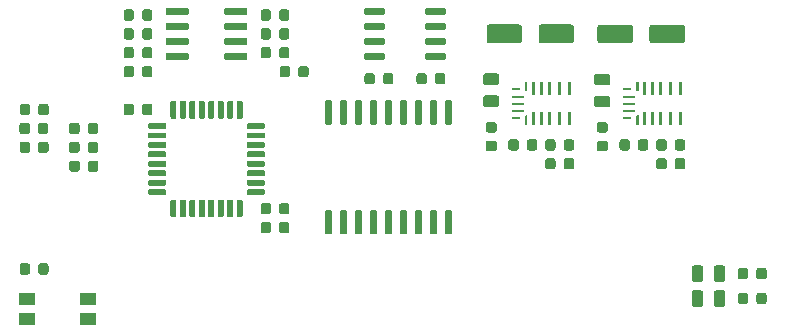
<source format=gbr>
G04 #@! TF.GenerationSoftware,KiCad,Pcbnew,5.1.5+dfsg1-2build2*
G04 #@! TF.CreationDate,2020-11-01T00:05:10-07:00*
G04 #@! TF.ProjectId,evc_seriously,6576635f-7365-4726-996f-75736c792e6b,rev?*
G04 #@! TF.SameCoordinates,Original*
G04 #@! TF.FileFunction,Paste,Top*
G04 #@! TF.FilePolarity,Positive*
%FSLAX46Y46*%
G04 Gerber Fmt 4.6, Leading zero omitted, Abs format (unit mm)*
G04 Created by KiCad (PCBNEW 5.1.5+dfsg1-2build2) date 2020-11-01 00:05:10*
%MOMM*%
%LPD*%
G04 APERTURE LIST*
%ADD10C,0.100000*%
%ADD11R,0.800000X0.200000*%
%ADD12R,1.100000X0.200000*%
%ADD13R,1.450000X1.000000*%
G04 APERTURE END LIST*
D10*
G36*
X185244703Y-110325722D02*
G01*
X185259264Y-110327882D01*
X185273543Y-110331459D01*
X185287403Y-110336418D01*
X185300710Y-110342712D01*
X185313336Y-110350280D01*
X185325159Y-110359048D01*
X185336066Y-110368934D01*
X185345952Y-110379841D01*
X185354720Y-110391664D01*
X185362288Y-110404290D01*
X185368582Y-110417597D01*
X185373541Y-110431457D01*
X185377118Y-110445736D01*
X185379278Y-110460297D01*
X185380000Y-110475000D01*
X185380000Y-112225000D01*
X185379278Y-112239703D01*
X185377118Y-112254264D01*
X185373541Y-112268543D01*
X185368582Y-112282403D01*
X185362288Y-112295710D01*
X185354720Y-112308336D01*
X185345952Y-112320159D01*
X185336066Y-112331066D01*
X185325159Y-112340952D01*
X185313336Y-112349720D01*
X185300710Y-112357288D01*
X185287403Y-112363582D01*
X185273543Y-112368541D01*
X185259264Y-112372118D01*
X185244703Y-112374278D01*
X185230000Y-112375000D01*
X184930000Y-112375000D01*
X184915297Y-112374278D01*
X184900736Y-112372118D01*
X184886457Y-112368541D01*
X184872597Y-112363582D01*
X184859290Y-112357288D01*
X184846664Y-112349720D01*
X184834841Y-112340952D01*
X184823934Y-112331066D01*
X184814048Y-112320159D01*
X184805280Y-112308336D01*
X184797712Y-112295710D01*
X184791418Y-112282403D01*
X184786459Y-112268543D01*
X184782882Y-112254264D01*
X184780722Y-112239703D01*
X184780000Y-112225000D01*
X184780000Y-110475000D01*
X184780722Y-110460297D01*
X184782882Y-110445736D01*
X184786459Y-110431457D01*
X184791418Y-110417597D01*
X184797712Y-110404290D01*
X184805280Y-110391664D01*
X184814048Y-110379841D01*
X184823934Y-110368934D01*
X184834841Y-110359048D01*
X184846664Y-110350280D01*
X184859290Y-110342712D01*
X184872597Y-110336418D01*
X184886457Y-110331459D01*
X184900736Y-110327882D01*
X184915297Y-110325722D01*
X184930000Y-110325000D01*
X185230000Y-110325000D01*
X185244703Y-110325722D01*
G37*
G36*
X183974703Y-110325722D02*
G01*
X183989264Y-110327882D01*
X184003543Y-110331459D01*
X184017403Y-110336418D01*
X184030710Y-110342712D01*
X184043336Y-110350280D01*
X184055159Y-110359048D01*
X184066066Y-110368934D01*
X184075952Y-110379841D01*
X184084720Y-110391664D01*
X184092288Y-110404290D01*
X184098582Y-110417597D01*
X184103541Y-110431457D01*
X184107118Y-110445736D01*
X184109278Y-110460297D01*
X184110000Y-110475000D01*
X184110000Y-112225000D01*
X184109278Y-112239703D01*
X184107118Y-112254264D01*
X184103541Y-112268543D01*
X184098582Y-112282403D01*
X184092288Y-112295710D01*
X184084720Y-112308336D01*
X184075952Y-112320159D01*
X184066066Y-112331066D01*
X184055159Y-112340952D01*
X184043336Y-112349720D01*
X184030710Y-112357288D01*
X184017403Y-112363582D01*
X184003543Y-112368541D01*
X183989264Y-112372118D01*
X183974703Y-112374278D01*
X183960000Y-112375000D01*
X183660000Y-112375000D01*
X183645297Y-112374278D01*
X183630736Y-112372118D01*
X183616457Y-112368541D01*
X183602597Y-112363582D01*
X183589290Y-112357288D01*
X183576664Y-112349720D01*
X183564841Y-112340952D01*
X183553934Y-112331066D01*
X183544048Y-112320159D01*
X183535280Y-112308336D01*
X183527712Y-112295710D01*
X183521418Y-112282403D01*
X183516459Y-112268543D01*
X183512882Y-112254264D01*
X183510722Y-112239703D01*
X183510000Y-112225000D01*
X183510000Y-110475000D01*
X183510722Y-110460297D01*
X183512882Y-110445736D01*
X183516459Y-110431457D01*
X183521418Y-110417597D01*
X183527712Y-110404290D01*
X183535280Y-110391664D01*
X183544048Y-110379841D01*
X183553934Y-110368934D01*
X183564841Y-110359048D01*
X183576664Y-110350280D01*
X183589290Y-110342712D01*
X183602597Y-110336418D01*
X183616457Y-110331459D01*
X183630736Y-110327882D01*
X183645297Y-110325722D01*
X183660000Y-110325000D01*
X183960000Y-110325000D01*
X183974703Y-110325722D01*
G37*
G36*
X182704703Y-110325722D02*
G01*
X182719264Y-110327882D01*
X182733543Y-110331459D01*
X182747403Y-110336418D01*
X182760710Y-110342712D01*
X182773336Y-110350280D01*
X182785159Y-110359048D01*
X182796066Y-110368934D01*
X182805952Y-110379841D01*
X182814720Y-110391664D01*
X182822288Y-110404290D01*
X182828582Y-110417597D01*
X182833541Y-110431457D01*
X182837118Y-110445736D01*
X182839278Y-110460297D01*
X182840000Y-110475000D01*
X182840000Y-112225000D01*
X182839278Y-112239703D01*
X182837118Y-112254264D01*
X182833541Y-112268543D01*
X182828582Y-112282403D01*
X182822288Y-112295710D01*
X182814720Y-112308336D01*
X182805952Y-112320159D01*
X182796066Y-112331066D01*
X182785159Y-112340952D01*
X182773336Y-112349720D01*
X182760710Y-112357288D01*
X182747403Y-112363582D01*
X182733543Y-112368541D01*
X182719264Y-112372118D01*
X182704703Y-112374278D01*
X182690000Y-112375000D01*
X182390000Y-112375000D01*
X182375297Y-112374278D01*
X182360736Y-112372118D01*
X182346457Y-112368541D01*
X182332597Y-112363582D01*
X182319290Y-112357288D01*
X182306664Y-112349720D01*
X182294841Y-112340952D01*
X182283934Y-112331066D01*
X182274048Y-112320159D01*
X182265280Y-112308336D01*
X182257712Y-112295710D01*
X182251418Y-112282403D01*
X182246459Y-112268543D01*
X182242882Y-112254264D01*
X182240722Y-112239703D01*
X182240000Y-112225000D01*
X182240000Y-110475000D01*
X182240722Y-110460297D01*
X182242882Y-110445736D01*
X182246459Y-110431457D01*
X182251418Y-110417597D01*
X182257712Y-110404290D01*
X182265280Y-110391664D01*
X182274048Y-110379841D01*
X182283934Y-110368934D01*
X182294841Y-110359048D01*
X182306664Y-110350280D01*
X182319290Y-110342712D01*
X182332597Y-110336418D01*
X182346457Y-110331459D01*
X182360736Y-110327882D01*
X182375297Y-110325722D01*
X182390000Y-110325000D01*
X182690000Y-110325000D01*
X182704703Y-110325722D01*
G37*
G36*
X181434703Y-110325722D02*
G01*
X181449264Y-110327882D01*
X181463543Y-110331459D01*
X181477403Y-110336418D01*
X181490710Y-110342712D01*
X181503336Y-110350280D01*
X181515159Y-110359048D01*
X181526066Y-110368934D01*
X181535952Y-110379841D01*
X181544720Y-110391664D01*
X181552288Y-110404290D01*
X181558582Y-110417597D01*
X181563541Y-110431457D01*
X181567118Y-110445736D01*
X181569278Y-110460297D01*
X181570000Y-110475000D01*
X181570000Y-112225000D01*
X181569278Y-112239703D01*
X181567118Y-112254264D01*
X181563541Y-112268543D01*
X181558582Y-112282403D01*
X181552288Y-112295710D01*
X181544720Y-112308336D01*
X181535952Y-112320159D01*
X181526066Y-112331066D01*
X181515159Y-112340952D01*
X181503336Y-112349720D01*
X181490710Y-112357288D01*
X181477403Y-112363582D01*
X181463543Y-112368541D01*
X181449264Y-112372118D01*
X181434703Y-112374278D01*
X181420000Y-112375000D01*
X181120000Y-112375000D01*
X181105297Y-112374278D01*
X181090736Y-112372118D01*
X181076457Y-112368541D01*
X181062597Y-112363582D01*
X181049290Y-112357288D01*
X181036664Y-112349720D01*
X181024841Y-112340952D01*
X181013934Y-112331066D01*
X181004048Y-112320159D01*
X180995280Y-112308336D01*
X180987712Y-112295710D01*
X180981418Y-112282403D01*
X180976459Y-112268543D01*
X180972882Y-112254264D01*
X180970722Y-112239703D01*
X180970000Y-112225000D01*
X180970000Y-110475000D01*
X180970722Y-110460297D01*
X180972882Y-110445736D01*
X180976459Y-110431457D01*
X180981418Y-110417597D01*
X180987712Y-110404290D01*
X180995280Y-110391664D01*
X181004048Y-110379841D01*
X181013934Y-110368934D01*
X181024841Y-110359048D01*
X181036664Y-110350280D01*
X181049290Y-110342712D01*
X181062597Y-110336418D01*
X181076457Y-110331459D01*
X181090736Y-110327882D01*
X181105297Y-110325722D01*
X181120000Y-110325000D01*
X181420000Y-110325000D01*
X181434703Y-110325722D01*
G37*
G36*
X180164703Y-110325722D02*
G01*
X180179264Y-110327882D01*
X180193543Y-110331459D01*
X180207403Y-110336418D01*
X180220710Y-110342712D01*
X180233336Y-110350280D01*
X180245159Y-110359048D01*
X180256066Y-110368934D01*
X180265952Y-110379841D01*
X180274720Y-110391664D01*
X180282288Y-110404290D01*
X180288582Y-110417597D01*
X180293541Y-110431457D01*
X180297118Y-110445736D01*
X180299278Y-110460297D01*
X180300000Y-110475000D01*
X180300000Y-112225000D01*
X180299278Y-112239703D01*
X180297118Y-112254264D01*
X180293541Y-112268543D01*
X180288582Y-112282403D01*
X180282288Y-112295710D01*
X180274720Y-112308336D01*
X180265952Y-112320159D01*
X180256066Y-112331066D01*
X180245159Y-112340952D01*
X180233336Y-112349720D01*
X180220710Y-112357288D01*
X180207403Y-112363582D01*
X180193543Y-112368541D01*
X180179264Y-112372118D01*
X180164703Y-112374278D01*
X180150000Y-112375000D01*
X179850000Y-112375000D01*
X179835297Y-112374278D01*
X179820736Y-112372118D01*
X179806457Y-112368541D01*
X179792597Y-112363582D01*
X179779290Y-112357288D01*
X179766664Y-112349720D01*
X179754841Y-112340952D01*
X179743934Y-112331066D01*
X179734048Y-112320159D01*
X179725280Y-112308336D01*
X179717712Y-112295710D01*
X179711418Y-112282403D01*
X179706459Y-112268543D01*
X179702882Y-112254264D01*
X179700722Y-112239703D01*
X179700000Y-112225000D01*
X179700000Y-110475000D01*
X179700722Y-110460297D01*
X179702882Y-110445736D01*
X179706459Y-110431457D01*
X179711418Y-110417597D01*
X179717712Y-110404290D01*
X179725280Y-110391664D01*
X179734048Y-110379841D01*
X179743934Y-110368934D01*
X179754841Y-110359048D01*
X179766664Y-110350280D01*
X179779290Y-110342712D01*
X179792597Y-110336418D01*
X179806457Y-110331459D01*
X179820736Y-110327882D01*
X179835297Y-110325722D01*
X179850000Y-110325000D01*
X180150000Y-110325000D01*
X180164703Y-110325722D01*
G37*
G36*
X178894703Y-110325722D02*
G01*
X178909264Y-110327882D01*
X178923543Y-110331459D01*
X178937403Y-110336418D01*
X178950710Y-110342712D01*
X178963336Y-110350280D01*
X178975159Y-110359048D01*
X178986066Y-110368934D01*
X178995952Y-110379841D01*
X179004720Y-110391664D01*
X179012288Y-110404290D01*
X179018582Y-110417597D01*
X179023541Y-110431457D01*
X179027118Y-110445736D01*
X179029278Y-110460297D01*
X179030000Y-110475000D01*
X179030000Y-112225000D01*
X179029278Y-112239703D01*
X179027118Y-112254264D01*
X179023541Y-112268543D01*
X179018582Y-112282403D01*
X179012288Y-112295710D01*
X179004720Y-112308336D01*
X178995952Y-112320159D01*
X178986066Y-112331066D01*
X178975159Y-112340952D01*
X178963336Y-112349720D01*
X178950710Y-112357288D01*
X178937403Y-112363582D01*
X178923543Y-112368541D01*
X178909264Y-112372118D01*
X178894703Y-112374278D01*
X178880000Y-112375000D01*
X178580000Y-112375000D01*
X178565297Y-112374278D01*
X178550736Y-112372118D01*
X178536457Y-112368541D01*
X178522597Y-112363582D01*
X178509290Y-112357288D01*
X178496664Y-112349720D01*
X178484841Y-112340952D01*
X178473934Y-112331066D01*
X178464048Y-112320159D01*
X178455280Y-112308336D01*
X178447712Y-112295710D01*
X178441418Y-112282403D01*
X178436459Y-112268543D01*
X178432882Y-112254264D01*
X178430722Y-112239703D01*
X178430000Y-112225000D01*
X178430000Y-110475000D01*
X178430722Y-110460297D01*
X178432882Y-110445736D01*
X178436459Y-110431457D01*
X178441418Y-110417597D01*
X178447712Y-110404290D01*
X178455280Y-110391664D01*
X178464048Y-110379841D01*
X178473934Y-110368934D01*
X178484841Y-110359048D01*
X178496664Y-110350280D01*
X178509290Y-110342712D01*
X178522597Y-110336418D01*
X178536457Y-110331459D01*
X178550736Y-110327882D01*
X178565297Y-110325722D01*
X178580000Y-110325000D01*
X178880000Y-110325000D01*
X178894703Y-110325722D01*
G37*
G36*
X177624703Y-110325722D02*
G01*
X177639264Y-110327882D01*
X177653543Y-110331459D01*
X177667403Y-110336418D01*
X177680710Y-110342712D01*
X177693336Y-110350280D01*
X177705159Y-110359048D01*
X177716066Y-110368934D01*
X177725952Y-110379841D01*
X177734720Y-110391664D01*
X177742288Y-110404290D01*
X177748582Y-110417597D01*
X177753541Y-110431457D01*
X177757118Y-110445736D01*
X177759278Y-110460297D01*
X177760000Y-110475000D01*
X177760000Y-112225000D01*
X177759278Y-112239703D01*
X177757118Y-112254264D01*
X177753541Y-112268543D01*
X177748582Y-112282403D01*
X177742288Y-112295710D01*
X177734720Y-112308336D01*
X177725952Y-112320159D01*
X177716066Y-112331066D01*
X177705159Y-112340952D01*
X177693336Y-112349720D01*
X177680710Y-112357288D01*
X177667403Y-112363582D01*
X177653543Y-112368541D01*
X177639264Y-112372118D01*
X177624703Y-112374278D01*
X177610000Y-112375000D01*
X177310000Y-112375000D01*
X177295297Y-112374278D01*
X177280736Y-112372118D01*
X177266457Y-112368541D01*
X177252597Y-112363582D01*
X177239290Y-112357288D01*
X177226664Y-112349720D01*
X177214841Y-112340952D01*
X177203934Y-112331066D01*
X177194048Y-112320159D01*
X177185280Y-112308336D01*
X177177712Y-112295710D01*
X177171418Y-112282403D01*
X177166459Y-112268543D01*
X177162882Y-112254264D01*
X177160722Y-112239703D01*
X177160000Y-112225000D01*
X177160000Y-110475000D01*
X177160722Y-110460297D01*
X177162882Y-110445736D01*
X177166459Y-110431457D01*
X177171418Y-110417597D01*
X177177712Y-110404290D01*
X177185280Y-110391664D01*
X177194048Y-110379841D01*
X177203934Y-110368934D01*
X177214841Y-110359048D01*
X177226664Y-110350280D01*
X177239290Y-110342712D01*
X177252597Y-110336418D01*
X177266457Y-110331459D01*
X177280736Y-110327882D01*
X177295297Y-110325722D01*
X177310000Y-110325000D01*
X177610000Y-110325000D01*
X177624703Y-110325722D01*
G37*
G36*
X176354703Y-110325722D02*
G01*
X176369264Y-110327882D01*
X176383543Y-110331459D01*
X176397403Y-110336418D01*
X176410710Y-110342712D01*
X176423336Y-110350280D01*
X176435159Y-110359048D01*
X176446066Y-110368934D01*
X176455952Y-110379841D01*
X176464720Y-110391664D01*
X176472288Y-110404290D01*
X176478582Y-110417597D01*
X176483541Y-110431457D01*
X176487118Y-110445736D01*
X176489278Y-110460297D01*
X176490000Y-110475000D01*
X176490000Y-112225000D01*
X176489278Y-112239703D01*
X176487118Y-112254264D01*
X176483541Y-112268543D01*
X176478582Y-112282403D01*
X176472288Y-112295710D01*
X176464720Y-112308336D01*
X176455952Y-112320159D01*
X176446066Y-112331066D01*
X176435159Y-112340952D01*
X176423336Y-112349720D01*
X176410710Y-112357288D01*
X176397403Y-112363582D01*
X176383543Y-112368541D01*
X176369264Y-112372118D01*
X176354703Y-112374278D01*
X176340000Y-112375000D01*
X176040000Y-112375000D01*
X176025297Y-112374278D01*
X176010736Y-112372118D01*
X175996457Y-112368541D01*
X175982597Y-112363582D01*
X175969290Y-112357288D01*
X175956664Y-112349720D01*
X175944841Y-112340952D01*
X175933934Y-112331066D01*
X175924048Y-112320159D01*
X175915280Y-112308336D01*
X175907712Y-112295710D01*
X175901418Y-112282403D01*
X175896459Y-112268543D01*
X175892882Y-112254264D01*
X175890722Y-112239703D01*
X175890000Y-112225000D01*
X175890000Y-110475000D01*
X175890722Y-110460297D01*
X175892882Y-110445736D01*
X175896459Y-110431457D01*
X175901418Y-110417597D01*
X175907712Y-110404290D01*
X175915280Y-110391664D01*
X175924048Y-110379841D01*
X175933934Y-110368934D01*
X175944841Y-110359048D01*
X175956664Y-110350280D01*
X175969290Y-110342712D01*
X175982597Y-110336418D01*
X175996457Y-110331459D01*
X176010736Y-110327882D01*
X176025297Y-110325722D01*
X176040000Y-110325000D01*
X176340000Y-110325000D01*
X176354703Y-110325722D01*
G37*
G36*
X175084703Y-110325722D02*
G01*
X175099264Y-110327882D01*
X175113543Y-110331459D01*
X175127403Y-110336418D01*
X175140710Y-110342712D01*
X175153336Y-110350280D01*
X175165159Y-110359048D01*
X175176066Y-110368934D01*
X175185952Y-110379841D01*
X175194720Y-110391664D01*
X175202288Y-110404290D01*
X175208582Y-110417597D01*
X175213541Y-110431457D01*
X175217118Y-110445736D01*
X175219278Y-110460297D01*
X175220000Y-110475000D01*
X175220000Y-112225000D01*
X175219278Y-112239703D01*
X175217118Y-112254264D01*
X175213541Y-112268543D01*
X175208582Y-112282403D01*
X175202288Y-112295710D01*
X175194720Y-112308336D01*
X175185952Y-112320159D01*
X175176066Y-112331066D01*
X175165159Y-112340952D01*
X175153336Y-112349720D01*
X175140710Y-112357288D01*
X175127403Y-112363582D01*
X175113543Y-112368541D01*
X175099264Y-112372118D01*
X175084703Y-112374278D01*
X175070000Y-112375000D01*
X174770000Y-112375000D01*
X174755297Y-112374278D01*
X174740736Y-112372118D01*
X174726457Y-112368541D01*
X174712597Y-112363582D01*
X174699290Y-112357288D01*
X174686664Y-112349720D01*
X174674841Y-112340952D01*
X174663934Y-112331066D01*
X174654048Y-112320159D01*
X174645280Y-112308336D01*
X174637712Y-112295710D01*
X174631418Y-112282403D01*
X174626459Y-112268543D01*
X174622882Y-112254264D01*
X174620722Y-112239703D01*
X174620000Y-112225000D01*
X174620000Y-110475000D01*
X174620722Y-110460297D01*
X174622882Y-110445736D01*
X174626459Y-110431457D01*
X174631418Y-110417597D01*
X174637712Y-110404290D01*
X174645280Y-110391664D01*
X174654048Y-110379841D01*
X174663934Y-110368934D01*
X174674841Y-110359048D01*
X174686664Y-110350280D01*
X174699290Y-110342712D01*
X174712597Y-110336418D01*
X174726457Y-110331459D01*
X174740736Y-110327882D01*
X174755297Y-110325722D01*
X174770000Y-110325000D01*
X175070000Y-110325000D01*
X175084703Y-110325722D01*
G37*
G36*
X175084703Y-119625722D02*
G01*
X175099264Y-119627882D01*
X175113543Y-119631459D01*
X175127403Y-119636418D01*
X175140710Y-119642712D01*
X175153336Y-119650280D01*
X175165159Y-119659048D01*
X175176066Y-119668934D01*
X175185952Y-119679841D01*
X175194720Y-119691664D01*
X175202288Y-119704290D01*
X175208582Y-119717597D01*
X175213541Y-119731457D01*
X175217118Y-119745736D01*
X175219278Y-119760297D01*
X175220000Y-119775000D01*
X175220000Y-121525000D01*
X175219278Y-121539703D01*
X175217118Y-121554264D01*
X175213541Y-121568543D01*
X175208582Y-121582403D01*
X175202288Y-121595710D01*
X175194720Y-121608336D01*
X175185952Y-121620159D01*
X175176066Y-121631066D01*
X175165159Y-121640952D01*
X175153336Y-121649720D01*
X175140710Y-121657288D01*
X175127403Y-121663582D01*
X175113543Y-121668541D01*
X175099264Y-121672118D01*
X175084703Y-121674278D01*
X175070000Y-121675000D01*
X174770000Y-121675000D01*
X174755297Y-121674278D01*
X174740736Y-121672118D01*
X174726457Y-121668541D01*
X174712597Y-121663582D01*
X174699290Y-121657288D01*
X174686664Y-121649720D01*
X174674841Y-121640952D01*
X174663934Y-121631066D01*
X174654048Y-121620159D01*
X174645280Y-121608336D01*
X174637712Y-121595710D01*
X174631418Y-121582403D01*
X174626459Y-121568543D01*
X174622882Y-121554264D01*
X174620722Y-121539703D01*
X174620000Y-121525000D01*
X174620000Y-119775000D01*
X174620722Y-119760297D01*
X174622882Y-119745736D01*
X174626459Y-119731457D01*
X174631418Y-119717597D01*
X174637712Y-119704290D01*
X174645280Y-119691664D01*
X174654048Y-119679841D01*
X174663934Y-119668934D01*
X174674841Y-119659048D01*
X174686664Y-119650280D01*
X174699290Y-119642712D01*
X174712597Y-119636418D01*
X174726457Y-119631459D01*
X174740736Y-119627882D01*
X174755297Y-119625722D01*
X174770000Y-119625000D01*
X175070000Y-119625000D01*
X175084703Y-119625722D01*
G37*
G36*
X176354703Y-119625722D02*
G01*
X176369264Y-119627882D01*
X176383543Y-119631459D01*
X176397403Y-119636418D01*
X176410710Y-119642712D01*
X176423336Y-119650280D01*
X176435159Y-119659048D01*
X176446066Y-119668934D01*
X176455952Y-119679841D01*
X176464720Y-119691664D01*
X176472288Y-119704290D01*
X176478582Y-119717597D01*
X176483541Y-119731457D01*
X176487118Y-119745736D01*
X176489278Y-119760297D01*
X176490000Y-119775000D01*
X176490000Y-121525000D01*
X176489278Y-121539703D01*
X176487118Y-121554264D01*
X176483541Y-121568543D01*
X176478582Y-121582403D01*
X176472288Y-121595710D01*
X176464720Y-121608336D01*
X176455952Y-121620159D01*
X176446066Y-121631066D01*
X176435159Y-121640952D01*
X176423336Y-121649720D01*
X176410710Y-121657288D01*
X176397403Y-121663582D01*
X176383543Y-121668541D01*
X176369264Y-121672118D01*
X176354703Y-121674278D01*
X176340000Y-121675000D01*
X176040000Y-121675000D01*
X176025297Y-121674278D01*
X176010736Y-121672118D01*
X175996457Y-121668541D01*
X175982597Y-121663582D01*
X175969290Y-121657288D01*
X175956664Y-121649720D01*
X175944841Y-121640952D01*
X175933934Y-121631066D01*
X175924048Y-121620159D01*
X175915280Y-121608336D01*
X175907712Y-121595710D01*
X175901418Y-121582403D01*
X175896459Y-121568543D01*
X175892882Y-121554264D01*
X175890722Y-121539703D01*
X175890000Y-121525000D01*
X175890000Y-119775000D01*
X175890722Y-119760297D01*
X175892882Y-119745736D01*
X175896459Y-119731457D01*
X175901418Y-119717597D01*
X175907712Y-119704290D01*
X175915280Y-119691664D01*
X175924048Y-119679841D01*
X175933934Y-119668934D01*
X175944841Y-119659048D01*
X175956664Y-119650280D01*
X175969290Y-119642712D01*
X175982597Y-119636418D01*
X175996457Y-119631459D01*
X176010736Y-119627882D01*
X176025297Y-119625722D01*
X176040000Y-119625000D01*
X176340000Y-119625000D01*
X176354703Y-119625722D01*
G37*
G36*
X177624703Y-119625722D02*
G01*
X177639264Y-119627882D01*
X177653543Y-119631459D01*
X177667403Y-119636418D01*
X177680710Y-119642712D01*
X177693336Y-119650280D01*
X177705159Y-119659048D01*
X177716066Y-119668934D01*
X177725952Y-119679841D01*
X177734720Y-119691664D01*
X177742288Y-119704290D01*
X177748582Y-119717597D01*
X177753541Y-119731457D01*
X177757118Y-119745736D01*
X177759278Y-119760297D01*
X177760000Y-119775000D01*
X177760000Y-121525000D01*
X177759278Y-121539703D01*
X177757118Y-121554264D01*
X177753541Y-121568543D01*
X177748582Y-121582403D01*
X177742288Y-121595710D01*
X177734720Y-121608336D01*
X177725952Y-121620159D01*
X177716066Y-121631066D01*
X177705159Y-121640952D01*
X177693336Y-121649720D01*
X177680710Y-121657288D01*
X177667403Y-121663582D01*
X177653543Y-121668541D01*
X177639264Y-121672118D01*
X177624703Y-121674278D01*
X177610000Y-121675000D01*
X177310000Y-121675000D01*
X177295297Y-121674278D01*
X177280736Y-121672118D01*
X177266457Y-121668541D01*
X177252597Y-121663582D01*
X177239290Y-121657288D01*
X177226664Y-121649720D01*
X177214841Y-121640952D01*
X177203934Y-121631066D01*
X177194048Y-121620159D01*
X177185280Y-121608336D01*
X177177712Y-121595710D01*
X177171418Y-121582403D01*
X177166459Y-121568543D01*
X177162882Y-121554264D01*
X177160722Y-121539703D01*
X177160000Y-121525000D01*
X177160000Y-119775000D01*
X177160722Y-119760297D01*
X177162882Y-119745736D01*
X177166459Y-119731457D01*
X177171418Y-119717597D01*
X177177712Y-119704290D01*
X177185280Y-119691664D01*
X177194048Y-119679841D01*
X177203934Y-119668934D01*
X177214841Y-119659048D01*
X177226664Y-119650280D01*
X177239290Y-119642712D01*
X177252597Y-119636418D01*
X177266457Y-119631459D01*
X177280736Y-119627882D01*
X177295297Y-119625722D01*
X177310000Y-119625000D01*
X177610000Y-119625000D01*
X177624703Y-119625722D01*
G37*
G36*
X178894703Y-119625722D02*
G01*
X178909264Y-119627882D01*
X178923543Y-119631459D01*
X178937403Y-119636418D01*
X178950710Y-119642712D01*
X178963336Y-119650280D01*
X178975159Y-119659048D01*
X178986066Y-119668934D01*
X178995952Y-119679841D01*
X179004720Y-119691664D01*
X179012288Y-119704290D01*
X179018582Y-119717597D01*
X179023541Y-119731457D01*
X179027118Y-119745736D01*
X179029278Y-119760297D01*
X179030000Y-119775000D01*
X179030000Y-121525000D01*
X179029278Y-121539703D01*
X179027118Y-121554264D01*
X179023541Y-121568543D01*
X179018582Y-121582403D01*
X179012288Y-121595710D01*
X179004720Y-121608336D01*
X178995952Y-121620159D01*
X178986066Y-121631066D01*
X178975159Y-121640952D01*
X178963336Y-121649720D01*
X178950710Y-121657288D01*
X178937403Y-121663582D01*
X178923543Y-121668541D01*
X178909264Y-121672118D01*
X178894703Y-121674278D01*
X178880000Y-121675000D01*
X178580000Y-121675000D01*
X178565297Y-121674278D01*
X178550736Y-121672118D01*
X178536457Y-121668541D01*
X178522597Y-121663582D01*
X178509290Y-121657288D01*
X178496664Y-121649720D01*
X178484841Y-121640952D01*
X178473934Y-121631066D01*
X178464048Y-121620159D01*
X178455280Y-121608336D01*
X178447712Y-121595710D01*
X178441418Y-121582403D01*
X178436459Y-121568543D01*
X178432882Y-121554264D01*
X178430722Y-121539703D01*
X178430000Y-121525000D01*
X178430000Y-119775000D01*
X178430722Y-119760297D01*
X178432882Y-119745736D01*
X178436459Y-119731457D01*
X178441418Y-119717597D01*
X178447712Y-119704290D01*
X178455280Y-119691664D01*
X178464048Y-119679841D01*
X178473934Y-119668934D01*
X178484841Y-119659048D01*
X178496664Y-119650280D01*
X178509290Y-119642712D01*
X178522597Y-119636418D01*
X178536457Y-119631459D01*
X178550736Y-119627882D01*
X178565297Y-119625722D01*
X178580000Y-119625000D01*
X178880000Y-119625000D01*
X178894703Y-119625722D01*
G37*
G36*
X180164703Y-119625722D02*
G01*
X180179264Y-119627882D01*
X180193543Y-119631459D01*
X180207403Y-119636418D01*
X180220710Y-119642712D01*
X180233336Y-119650280D01*
X180245159Y-119659048D01*
X180256066Y-119668934D01*
X180265952Y-119679841D01*
X180274720Y-119691664D01*
X180282288Y-119704290D01*
X180288582Y-119717597D01*
X180293541Y-119731457D01*
X180297118Y-119745736D01*
X180299278Y-119760297D01*
X180300000Y-119775000D01*
X180300000Y-121525000D01*
X180299278Y-121539703D01*
X180297118Y-121554264D01*
X180293541Y-121568543D01*
X180288582Y-121582403D01*
X180282288Y-121595710D01*
X180274720Y-121608336D01*
X180265952Y-121620159D01*
X180256066Y-121631066D01*
X180245159Y-121640952D01*
X180233336Y-121649720D01*
X180220710Y-121657288D01*
X180207403Y-121663582D01*
X180193543Y-121668541D01*
X180179264Y-121672118D01*
X180164703Y-121674278D01*
X180150000Y-121675000D01*
X179850000Y-121675000D01*
X179835297Y-121674278D01*
X179820736Y-121672118D01*
X179806457Y-121668541D01*
X179792597Y-121663582D01*
X179779290Y-121657288D01*
X179766664Y-121649720D01*
X179754841Y-121640952D01*
X179743934Y-121631066D01*
X179734048Y-121620159D01*
X179725280Y-121608336D01*
X179717712Y-121595710D01*
X179711418Y-121582403D01*
X179706459Y-121568543D01*
X179702882Y-121554264D01*
X179700722Y-121539703D01*
X179700000Y-121525000D01*
X179700000Y-119775000D01*
X179700722Y-119760297D01*
X179702882Y-119745736D01*
X179706459Y-119731457D01*
X179711418Y-119717597D01*
X179717712Y-119704290D01*
X179725280Y-119691664D01*
X179734048Y-119679841D01*
X179743934Y-119668934D01*
X179754841Y-119659048D01*
X179766664Y-119650280D01*
X179779290Y-119642712D01*
X179792597Y-119636418D01*
X179806457Y-119631459D01*
X179820736Y-119627882D01*
X179835297Y-119625722D01*
X179850000Y-119625000D01*
X180150000Y-119625000D01*
X180164703Y-119625722D01*
G37*
G36*
X181434703Y-119625722D02*
G01*
X181449264Y-119627882D01*
X181463543Y-119631459D01*
X181477403Y-119636418D01*
X181490710Y-119642712D01*
X181503336Y-119650280D01*
X181515159Y-119659048D01*
X181526066Y-119668934D01*
X181535952Y-119679841D01*
X181544720Y-119691664D01*
X181552288Y-119704290D01*
X181558582Y-119717597D01*
X181563541Y-119731457D01*
X181567118Y-119745736D01*
X181569278Y-119760297D01*
X181570000Y-119775000D01*
X181570000Y-121525000D01*
X181569278Y-121539703D01*
X181567118Y-121554264D01*
X181563541Y-121568543D01*
X181558582Y-121582403D01*
X181552288Y-121595710D01*
X181544720Y-121608336D01*
X181535952Y-121620159D01*
X181526066Y-121631066D01*
X181515159Y-121640952D01*
X181503336Y-121649720D01*
X181490710Y-121657288D01*
X181477403Y-121663582D01*
X181463543Y-121668541D01*
X181449264Y-121672118D01*
X181434703Y-121674278D01*
X181420000Y-121675000D01*
X181120000Y-121675000D01*
X181105297Y-121674278D01*
X181090736Y-121672118D01*
X181076457Y-121668541D01*
X181062597Y-121663582D01*
X181049290Y-121657288D01*
X181036664Y-121649720D01*
X181024841Y-121640952D01*
X181013934Y-121631066D01*
X181004048Y-121620159D01*
X180995280Y-121608336D01*
X180987712Y-121595710D01*
X180981418Y-121582403D01*
X180976459Y-121568543D01*
X180972882Y-121554264D01*
X180970722Y-121539703D01*
X180970000Y-121525000D01*
X180970000Y-119775000D01*
X180970722Y-119760297D01*
X180972882Y-119745736D01*
X180976459Y-119731457D01*
X180981418Y-119717597D01*
X180987712Y-119704290D01*
X180995280Y-119691664D01*
X181004048Y-119679841D01*
X181013934Y-119668934D01*
X181024841Y-119659048D01*
X181036664Y-119650280D01*
X181049290Y-119642712D01*
X181062597Y-119636418D01*
X181076457Y-119631459D01*
X181090736Y-119627882D01*
X181105297Y-119625722D01*
X181120000Y-119625000D01*
X181420000Y-119625000D01*
X181434703Y-119625722D01*
G37*
G36*
X182704703Y-119625722D02*
G01*
X182719264Y-119627882D01*
X182733543Y-119631459D01*
X182747403Y-119636418D01*
X182760710Y-119642712D01*
X182773336Y-119650280D01*
X182785159Y-119659048D01*
X182796066Y-119668934D01*
X182805952Y-119679841D01*
X182814720Y-119691664D01*
X182822288Y-119704290D01*
X182828582Y-119717597D01*
X182833541Y-119731457D01*
X182837118Y-119745736D01*
X182839278Y-119760297D01*
X182840000Y-119775000D01*
X182840000Y-121525000D01*
X182839278Y-121539703D01*
X182837118Y-121554264D01*
X182833541Y-121568543D01*
X182828582Y-121582403D01*
X182822288Y-121595710D01*
X182814720Y-121608336D01*
X182805952Y-121620159D01*
X182796066Y-121631066D01*
X182785159Y-121640952D01*
X182773336Y-121649720D01*
X182760710Y-121657288D01*
X182747403Y-121663582D01*
X182733543Y-121668541D01*
X182719264Y-121672118D01*
X182704703Y-121674278D01*
X182690000Y-121675000D01*
X182390000Y-121675000D01*
X182375297Y-121674278D01*
X182360736Y-121672118D01*
X182346457Y-121668541D01*
X182332597Y-121663582D01*
X182319290Y-121657288D01*
X182306664Y-121649720D01*
X182294841Y-121640952D01*
X182283934Y-121631066D01*
X182274048Y-121620159D01*
X182265280Y-121608336D01*
X182257712Y-121595710D01*
X182251418Y-121582403D01*
X182246459Y-121568543D01*
X182242882Y-121554264D01*
X182240722Y-121539703D01*
X182240000Y-121525000D01*
X182240000Y-119775000D01*
X182240722Y-119760297D01*
X182242882Y-119745736D01*
X182246459Y-119731457D01*
X182251418Y-119717597D01*
X182257712Y-119704290D01*
X182265280Y-119691664D01*
X182274048Y-119679841D01*
X182283934Y-119668934D01*
X182294841Y-119659048D01*
X182306664Y-119650280D01*
X182319290Y-119642712D01*
X182332597Y-119636418D01*
X182346457Y-119631459D01*
X182360736Y-119627882D01*
X182375297Y-119625722D01*
X182390000Y-119625000D01*
X182690000Y-119625000D01*
X182704703Y-119625722D01*
G37*
G36*
X183974703Y-119625722D02*
G01*
X183989264Y-119627882D01*
X184003543Y-119631459D01*
X184017403Y-119636418D01*
X184030710Y-119642712D01*
X184043336Y-119650280D01*
X184055159Y-119659048D01*
X184066066Y-119668934D01*
X184075952Y-119679841D01*
X184084720Y-119691664D01*
X184092288Y-119704290D01*
X184098582Y-119717597D01*
X184103541Y-119731457D01*
X184107118Y-119745736D01*
X184109278Y-119760297D01*
X184110000Y-119775000D01*
X184110000Y-121525000D01*
X184109278Y-121539703D01*
X184107118Y-121554264D01*
X184103541Y-121568543D01*
X184098582Y-121582403D01*
X184092288Y-121595710D01*
X184084720Y-121608336D01*
X184075952Y-121620159D01*
X184066066Y-121631066D01*
X184055159Y-121640952D01*
X184043336Y-121649720D01*
X184030710Y-121657288D01*
X184017403Y-121663582D01*
X184003543Y-121668541D01*
X183989264Y-121672118D01*
X183974703Y-121674278D01*
X183960000Y-121675000D01*
X183660000Y-121675000D01*
X183645297Y-121674278D01*
X183630736Y-121672118D01*
X183616457Y-121668541D01*
X183602597Y-121663582D01*
X183589290Y-121657288D01*
X183576664Y-121649720D01*
X183564841Y-121640952D01*
X183553934Y-121631066D01*
X183544048Y-121620159D01*
X183535280Y-121608336D01*
X183527712Y-121595710D01*
X183521418Y-121582403D01*
X183516459Y-121568543D01*
X183512882Y-121554264D01*
X183510722Y-121539703D01*
X183510000Y-121525000D01*
X183510000Y-119775000D01*
X183510722Y-119760297D01*
X183512882Y-119745736D01*
X183516459Y-119731457D01*
X183521418Y-119717597D01*
X183527712Y-119704290D01*
X183535280Y-119691664D01*
X183544048Y-119679841D01*
X183553934Y-119668934D01*
X183564841Y-119659048D01*
X183576664Y-119650280D01*
X183589290Y-119642712D01*
X183602597Y-119636418D01*
X183616457Y-119631459D01*
X183630736Y-119627882D01*
X183645297Y-119625722D01*
X183660000Y-119625000D01*
X183960000Y-119625000D01*
X183974703Y-119625722D01*
G37*
G36*
X185244703Y-119625722D02*
G01*
X185259264Y-119627882D01*
X185273543Y-119631459D01*
X185287403Y-119636418D01*
X185300710Y-119642712D01*
X185313336Y-119650280D01*
X185325159Y-119659048D01*
X185336066Y-119668934D01*
X185345952Y-119679841D01*
X185354720Y-119691664D01*
X185362288Y-119704290D01*
X185368582Y-119717597D01*
X185373541Y-119731457D01*
X185377118Y-119745736D01*
X185379278Y-119760297D01*
X185380000Y-119775000D01*
X185380000Y-121525000D01*
X185379278Y-121539703D01*
X185377118Y-121554264D01*
X185373541Y-121568543D01*
X185368582Y-121582403D01*
X185362288Y-121595710D01*
X185354720Y-121608336D01*
X185345952Y-121620159D01*
X185336066Y-121631066D01*
X185325159Y-121640952D01*
X185313336Y-121649720D01*
X185300710Y-121657288D01*
X185287403Y-121663582D01*
X185273543Y-121668541D01*
X185259264Y-121672118D01*
X185244703Y-121674278D01*
X185230000Y-121675000D01*
X184930000Y-121675000D01*
X184915297Y-121674278D01*
X184900736Y-121672118D01*
X184886457Y-121668541D01*
X184872597Y-121663582D01*
X184859290Y-121657288D01*
X184846664Y-121649720D01*
X184834841Y-121640952D01*
X184823934Y-121631066D01*
X184814048Y-121620159D01*
X184805280Y-121608336D01*
X184797712Y-121595710D01*
X184791418Y-121582403D01*
X184786459Y-121568543D01*
X184782882Y-121554264D01*
X184780722Y-121539703D01*
X184780000Y-121525000D01*
X184780000Y-119775000D01*
X184780722Y-119760297D01*
X184782882Y-119745736D01*
X184786459Y-119731457D01*
X184791418Y-119717597D01*
X184797712Y-119704290D01*
X184805280Y-119691664D01*
X184814048Y-119679841D01*
X184823934Y-119668934D01*
X184834841Y-119659048D01*
X184846664Y-119650280D01*
X184859290Y-119642712D01*
X184872597Y-119636418D01*
X184886457Y-119631459D01*
X184900736Y-119627882D01*
X184915297Y-119625722D01*
X184930000Y-119625000D01*
X185230000Y-119625000D01*
X185244703Y-119625722D01*
G37*
G36*
X171465191Y-107426053D02*
G01*
X171486426Y-107429203D01*
X171507250Y-107434419D01*
X171527462Y-107441651D01*
X171546868Y-107450830D01*
X171565281Y-107461866D01*
X171582524Y-107474654D01*
X171598430Y-107489070D01*
X171612846Y-107504976D01*
X171625634Y-107522219D01*
X171636670Y-107540632D01*
X171645849Y-107560038D01*
X171653081Y-107580250D01*
X171658297Y-107601074D01*
X171661447Y-107622309D01*
X171662500Y-107643750D01*
X171662500Y-108156250D01*
X171661447Y-108177691D01*
X171658297Y-108198926D01*
X171653081Y-108219750D01*
X171645849Y-108239962D01*
X171636670Y-108259368D01*
X171625634Y-108277781D01*
X171612846Y-108295024D01*
X171598430Y-108310930D01*
X171582524Y-108325346D01*
X171565281Y-108338134D01*
X171546868Y-108349170D01*
X171527462Y-108358349D01*
X171507250Y-108365581D01*
X171486426Y-108370797D01*
X171465191Y-108373947D01*
X171443750Y-108375000D01*
X171006250Y-108375000D01*
X170984809Y-108373947D01*
X170963574Y-108370797D01*
X170942750Y-108365581D01*
X170922538Y-108358349D01*
X170903132Y-108349170D01*
X170884719Y-108338134D01*
X170867476Y-108325346D01*
X170851570Y-108310930D01*
X170837154Y-108295024D01*
X170824366Y-108277781D01*
X170813330Y-108259368D01*
X170804151Y-108239962D01*
X170796919Y-108219750D01*
X170791703Y-108198926D01*
X170788553Y-108177691D01*
X170787500Y-108156250D01*
X170787500Y-107643750D01*
X170788553Y-107622309D01*
X170791703Y-107601074D01*
X170796919Y-107580250D01*
X170804151Y-107560038D01*
X170813330Y-107540632D01*
X170824366Y-107522219D01*
X170837154Y-107504976D01*
X170851570Y-107489070D01*
X170867476Y-107474654D01*
X170884719Y-107461866D01*
X170903132Y-107450830D01*
X170922538Y-107441651D01*
X170942750Y-107434419D01*
X170963574Y-107429203D01*
X170984809Y-107426053D01*
X171006250Y-107425000D01*
X171443750Y-107425000D01*
X171465191Y-107426053D01*
G37*
G36*
X173040191Y-107426053D02*
G01*
X173061426Y-107429203D01*
X173082250Y-107434419D01*
X173102462Y-107441651D01*
X173121868Y-107450830D01*
X173140281Y-107461866D01*
X173157524Y-107474654D01*
X173173430Y-107489070D01*
X173187846Y-107504976D01*
X173200634Y-107522219D01*
X173211670Y-107540632D01*
X173220849Y-107560038D01*
X173228081Y-107580250D01*
X173233297Y-107601074D01*
X173236447Y-107622309D01*
X173237500Y-107643750D01*
X173237500Y-108156250D01*
X173236447Y-108177691D01*
X173233297Y-108198926D01*
X173228081Y-108219750D01*
X173220849Y-108239962D01*
X173211670Y-108259368D01*
X173200634Y-108277781D01*
X173187846Y-108295024D01*
X173173430Y-108310930D01*
X173157524Y-108325346D01*
X173140281Y-108338134D01*
X173121868Y-108349170D01*
X173102462Y-108358349D01*
X173082250Y-108365581D01*
X173061426Y-108370797D01*
X173040191Y-108373947D01*
X173018750Y-108375000D01*
X172581250Y-108375000D01*
X172559809Y-108373947D01*
X172538574Y-108370797D01*
X172517750Y-108365581D01*
X172497538Y-108358349D01*
X172478132Y-108349170D01*
X172459719Y-108338134D01*
X172442476Y-108325346D01*
X172426570Y-108310930D01*
X172412154Y-108295024D01*
X172399366Y-108277781D01*
X172388330Y-108259368D01*
X172379151Y-108239962D01*
X172371919Y-108219750D01*
X172366703Y-108198926D01*
X172363553Y-108177691D01*
X172362500Y-108156250D01*
X172362500Y-107643750D01*
X172363553Y-107622309D01*
X172366703Y-107601074D01*
X172371919Y-107580250D01*
X172379151Y-107560038D01*
X172388330Y-107540632D01*
X172399366Y-107522219D01*
X172412154Y-107504976D01*
X172426570Y-107489070D01*
X172442476Y-107474654D01*
X172459719Y-107461866D01*
X172478132Y-107450830D01*
X172497538Y-107441651D01*
X172517750Y-107434419D01*
X172538574Y-107429203D01*
X172559809Y-107426053D01*
X172581250Y-107425000D01*
X173018750Y-107425000D01*
X173040191Y-107426053D01*
G37*
G36*
X191082504Y-103901204D02*
G01*
X191106773Y-103904804D01*
X191130571Y-103910765D01*
X191153671Y-103919030D01*
X191175849Y-103929520D01*
X191196893Y-103942133D01*
X191216598Y-103956747D01*
X191234777Y-103973223D01*
X191251253Y-103991402D01*
X191265867Y-104011107D01*
X191278480Y-104032151D01*
X191288970Y-104054329D01*
X191297235Y-104077429D01*
X191303196Y-104101227D01*
X191306796Y-104125496D01*
X191308000Y-104150000D01*
X191308000Y-105250000D01*
X191306796Y-105274504D01*
X191303196Y-105298773D01*
X191297235Y-105322571D01*
X191288970Y-105345671D01*
X191278480Y-105367849D01*
X191265867Y-105388893D01*
X191251253Y-105408598D01*
X191234777Y-105426777D01*
X191216598Y-105443253D01*
X191196893Y-105457867D01*
X191175849Y-105470480D01*
X191153671Y-105480970D01*
X191130571Y-105489235D01*
X191106773Y-105495196D01*
X191082504Y-105498796D01*
X191058000Y-105500000D01*
X188558000Y-105500000D01*
X188533496Y-105498796D01*
X188509227Y-105495196D01*
X188485429Y-105489235D01*
X188462329Y-105480970D01*
X188440151Y-105470480D01*
X188419107Y-105457867D01*
X188399402Y-105443253D01*
X188381223Y-105426777D01*
X188364747Y-105408598D01*
X188350133Y-105388893D01*
X188337520Y-105367849D01*
X188327030Y-105345671D01*
X188318765Y-105322571D01*
X188312804Y-105298773D01*
X188309204Y-105274504D01*
X188308000Y-105250000D01*
X188308000Y-104150000D01*
X188309204Y-104125496D01*
X188312804Y-104101227D01*
X188318765Y-104077429D01*
X188327030Y-104054329D01*
X188337520Y-104032151D01*
X188350133Y-104011107D01*
X188364747Y-103991402D01*
X188381223Y-103973223D01*
X188399402Y-103956747D01*
X188419107Y-103942133D01*
X188440151Y-103929520D01*
X188462329Y-103919030D01*
X188485429Y-103910765D01*
X188509227Y-103904804D01*
X188533496Y-103901204D01*
X188558000Y-103900000D01*
X191058000Y-103900000D01*
X191082504Y-103901204D01*
G37*
G36*
X195482504Y-103901204D02*
G01*
X195506773Y-103904804D01*
X195530571Y-103910765D01*
X195553671Y-103919030D01*
X195575849Y-103929520D01*
X195596893Y-103942133D01*
X195616598Y-103956747D01*
X195634777Y-103973223D01*
X195651253Y-103991402D01*
X195665867Y-104011107D01*
X195678480Y-104032151D01*
X195688970Y-104054329D01*
X195697235Y-104077429D01*
X195703196Y-104101227D01*
X195706796Y-104125496D01*
X195708000Y-104150000D01*
X195708000Y-105250000D01*
X195706796Y-105274504D01*
X195703196Y-105298773D01*
X195697235Y-105322571D01*
X195688970Y-105345671D01*
X195678480Y-105367849D01*
X195665867Y-105388893D01*
X195651253Y-105408598D01*
X195634777Y-105426777D01*
X195616598Y-105443253D01*
X195596893Y-105457867D01*
X195575849Y-105470480D01*
X195553671Y-105480970D01*
X195530571Y-105489235D01*
X195506773Y-105495196D01*
X195482504Y-105498796D01*
X195458000Y-105500000D01*
X192958000Y-105500000D01*
X192933496Y-105498796D01*
X192909227Y-105495196D01*
X192885429Y-105489235D01*
X192862329Y-105480970D01*
X192840151Y-105470480D01*
X192819107Y-105457867D01*
X192799402Y-105443253D01*
X192781223Y-105426777D01*
X192764747Y-105408598D01*
X192750133Y-105388893D01*
X192737520Y-105367849D01*
X192727030Y-105345671D01*
X192718765Y-105322571D01*
X192712804Y-105298773D01*
X192709204Y-105274504D01*
X192708000Y-105250000D01*
X192708000Y-104150000D01*
X192709204Y-104125496D01*
X192712804Y-104101227D01*
X192718765Y-104077429D01*
X192727030Y-104054329D01*
X192737520Y-104032151D01*
X192750133Y-104011107D01*
X192764747Y-103991402D01*
X192781223Y-103973223D01*
X192799402Y-103956747D01*
X192819107Y-103942133D01*
X192840151Y-103929520D01*
X192862329Y-103919030D01*
X192885429Y-103910765D01*
X192909227Y-103904804D01*
X192933496Y-103901204D01*
X192958000Y-103900000D01*
X195458000Y-103900000D01*
X195482504Y-103901204D01*
G37*
G36*
X180227691Y-108026053D02*
G01*
X180248926Y-108029203D01*
X180269750Y-108034419D01*
X180289962Y-108041651D01*
X180309368Y-108050830D01*
X180327781Y-108061866D01*
X180345024Y-108074654D01*
X180360930Y-108089070D01*
X180375346Y-108104976D01*
X180388134Y-108122219D01*
X180399170Y-108140632D01*
X180408349Y-108160038D01*
X180415581Y-108180250D01*
X180420797Y-108201074D01*
X180423947Y-108222309D01*
X180425000Y-108243750D01*
X180425000Y-108756250D01*
X180423947Y-108777691D01*
X180420797Y-108798926D01*
X180415581Y-108819750D01*
X180408349Y-108839962D01*
X180399170Y-108859368D01*
X180388134Y-108877781D01*
X180375346Y-108895024D01*
X180360930Y-108910930D01*
X180345024Y-108925346D01*
X180327781Y-108938134D01*
X180309368Y-108949170D01*
X180289962Y-108958349D01*
X180269750Y-108965581D01*
X180248926Y-108970797D01*
X180227691Y-108973947D01*
X180206250Y-108975000D01*
X179768750Y-108975000D01*
X179747309Y-108973947D01*
X179726074Y-108970797D01*
X179705250Y-108965581D01*
X179685038Y-108958349D01*
X179665632Y-108949170D01*
X179647219Y-108938134D01*
X179629976Y-108925346D01*
X179614070Y-108910930D01*
X179599654Y-108895024D01*
X179586866Y-108877781D01*
X179575830Y-108859368D01*
X179566651Y-108839962D01*
X179559419Y-108819750D01*
X179554203Y-108798926D01*
X179551053Y-108777691D01*
X179550000Y-108756250D01*
X179550000Y-108243750D01*
X179551053Y-108222309D01*
X179554203Y-108201074D01*
X179559419Y-108180250D01*
X179566651Y-108160038D01*
X179575830Y-108140632D01*
X179586866Y-108122219D01*
X179599654Y-108104976D01*
X179614070Y-108089070D01*
X179629976Y-108074654D01*
X179647219Y-108061866D01*
X179665632Y-108050830D01*
X179685038Y-108041651D01*
X179705250Y-108034419D01*
X179726074Y-108029203D01*
X179747309Y-108026053D01*
X179768750Y-108025000D01*
X180206250Y-108025000D01*
X180227691Y-108026053D01*
G37*
G36*
X178652691Y-108026053D02*
G01*
X178673926Y-108029203D01*
X178694750Y-108034419D01*
X178714962Y-108041651D01*
X178734368Y-108050830D01*
X178752781Y-108061866D01*
X178770024Y-108074654D01*
X178785930Y-108089070D01*
X178800346Y-108104976D01*
X178813134Y-108122219D01*
X178824170Y-108140632D01*
X178833349Y-108160038D01*
X178840581Y-108180250D01*
X178845797Y-108201074D01*
X178848947Y-108222309D01*
X178850000Y-108243750D01*
X178850000Y-108756250D01*
X178848947Y-108777691D01*
X178845797Y-108798926D01*
X178840581Y-108819750D01*
X178833349Y-108839962D01*
X178824170Y-108859368D01*
X178813134Y-108877781D01*
X178800346Y-108895024D01*
X178785930Y-108910930D01*
X178770024Y-108925346D01*
X178752781Y-108938134D01*
X178734368Y-108949170D01*
X178714962Y-108958349D01*
X178694750Y-108965581D01*
X178673926Y-108970797D01*
X178652691Y-108973947D01*
X178631250Y-108975000D01*
X178193750Y-108975000D01*
X178172309Y-108973947D01*
X178151074Y-108970797D01*
X178130250Y-108965581D01*
X178110038Y-108958349D01*
X178090632Y-108949170D01*
X178072219Y-108938134D01*
X178054976Y-108925346D01*
X178039070Y-108910930D01*
X178024654Y-108895024D01*
X178011866Y-108877781D01*
X178000830Y-108859368D01*
X177991651Y-108839962D01*
X177984419Y-108819750D01*
X177979203Y-108798926D01*
X177976053Y-108777691D01*
X177975000Y-108756250D01*
X177975000Y-108243750D01*
X177976053Y-108222309D01*
X177979203Y-108201074D01*
X177984419Y-108180250D01*
X177991651Y-108160038D01*
X178000830Y-108140632D01*
X178011866Y-108122219D01*
X178024654Y-108104976D01*
X178039070Y-108089070D01*
X178054976Y-108074654D01*
X178072219Y-108061866D01*
X178090632Y-108050830D01*
X178110038Y-108041651D01*
X178130250Y-108034419D01*
X178151074Y-108029203D01*
X178172309Y-108026053D01*
X178193750Y-108025000D01*
X178631250Y-108025000D01*
X178652691Y-108026053D01*
G37*
G36*
X200474504Y-103905204D02*
G01*
X200498773Y-103908804D01*
X200522571Y-103914765D01*
X200545671Y-103923030D01*
X200567849Y-103933520D01*
X200588893Y-103946133D01*
X200608598Y-103960747D01*
X200626777Y-103977223D01*
X200643253Y-103995402D01*
X200657867Y-104015107D01*
X200670480Y-104036151D01*
X200680970Y-104058329D01*
X200689235Y-104081429D01*
X200695196Y-104105227D01*
X200698796Y-104129496D01*
X200700000Y-104154000D01*
X200700000Y-105254000D01*
X200698796Y-105278504D01*
X200695196Y-105302773D01*
X200689235Y-105326571D01*
X200680970Y-105349671D01*
X200670480Y-105371849D01*
X200657867Y-105392893D01*
X200643253Y-105412598D01*
X200626777Y-105430777D01*
X200608598Y-105447253D01*
X200588893Y-105461867D01*
X200567849Y-105474480D01*
X200545671Y-105484970D01*
X200522571Y-105493235D01*
X200498773Y-105499196D01*
X200474504Y-105502796D01*
X200450000Y-105504000D01*
X197950000Y-105504000D01*
X197925496Y-105502796D01*
X197901227Y-105499196D01*
X197877429Y-105493235D01*
X197854329Y-105484970D01*
X197832151Y-105474480D01*
X197811107Y-105461867D01*
X197791402Y-105447253D01*
X197773223Y-105430777D01*
X197756747Y-105412598D01*
X197742133Y-105392893D01*
X197729520Y-105371849D01*
X197719030Y-105349671D01*
X197710765Y-105326571D01*
X197704804Y-105302773D01*
X197701204Y-105278504D01*
X197700000Y-105254000D01*
X197700000Y-104154000D01*
X197701204Y-104129496D01*
X197704804Y-104105227D01*
X197710765Y-104081429D01*
X197719030Y-104058329D01*
X197729520Y-104036151D01*
X197742133Y-104015107D01*
X197756747Y-103995402D01*
X197773223Y-103977223D01*
X197791402Y-103960747D01*
X197811107Y-103946133D01*
X197832151Y-103933520D01*
X197854329Y-103923030D01*
X197877429Y-103914765D01*
X197901227Y-103908804D01*
X197925496Y-103905204D01*
X197950000Y-103904000D01*
X200450000Y-103904000D01*
X200474504Y-103905204D01*
G37*
G36*
X204874504Y-103905204D02*
G01*
X204898773Y-103908804D01*
X204922571Y-103914765D01*
X204945671Y-103923030D01*
X204967849Y-103933520D01*
X204988893Y-103946133D01*
X205008598Y-103960747D01*
X205026777Y-103977223D01*
X205043253Y-103995402D01*
X205057867Y-104015107D01*
X205070480Y-104036151D01*
X205080970Y-104058329D01*
X205089235Y-104081429D01*
X205095196Y-104105227D01*
X205098796Y-104129496D01*
X205100000Y-104154000D01*
X205100000Y-105254000D01*
X205098796Y-105278504D01*
X205095196Y-105302773D01*
X205089235Y-105326571D01*
X205080970Y-105349671D01*
X205070480Y-105371849D01*
X205057867Y-105392893D01*
X205043253Y-105412598D01*
X205026777Y-105430777D01*
X205008598Y-105447253D01*
X204988893Y-105461867D01*
X204967849Y-105474480D01*
X204945671Y-105484970D01*
X204922571Y-105493235D01*
X204898773Y-105499196D01*
X204874504Y-105502796D01*
X204850000Y-105504000D01*
X202350000Y-105504000D01*
X202325496Y-105502796D01*
X202301227Y-105499196D01*
X202277429Y-105493235D01*
X202254329Y-105484970D01*
X202232151Y-105474480D01*
X202211107Y-105461867D01*
X202191402Y-105447253D01*
X202173223Y-105430777D01*
X202156747Y-105412598D01*
X202142133Y-105392893D01*
X202129520Y-105371849D01*
X202119030Y-105349671D01*
X202110765Y-105326571D01*
X202104804Y-105302773D01*
X202101204Y-105278504D01*
X202100000Y-105254000D01*
X202100000Y-104154000D01*
X202101204Y-104129496D01*
X202104804Y-104105227D01*
X202110765Y-104081429D01*
X202119030Y-104058329D01*
X202129520Y-104036151D01*
X202142133Y-104015107D01*
X202156747Y-103995402D01*
X202173223Y-103977223D01*
X202191402Y-103960747D01*
X202211107Y-103946133D01*
X202232151Y-103933520D01*
X202254329Y-103923030D01*
X202277429Y-103914765D01*
X202301227Y-103908804D01*
X202325496Y-103905204D01*
X202350000Y-103904000D01*
X204850000Y-103904000D01*
X204874504Y-103905204D01*
G37*
G36*
X159827691Y-110626053D02*
G01*
X159848926Y-110629203D01*
X159869750Y-110634419D01*
X159889962Y-110641651D01*
X159909368Y-110650830D01*
X159927781Y-110661866D01*
X159945024Y-110674654D01*
X159960930Y-110689070D01*
X159975346Y-110704976D01*
X159988134Y-110722219D01*
X159999170Y-110740632D01*
X160008349Y-110760038D01*
X160015581Y-110780250D01*
X160020797Y-110801074D01*
X160023947Y-110822309D01*
X160025000Y-110843750D01*
X160025000Y-111356250D01*
X160023947Y-111377691D01*
X160020797Y-111398926D01*
X160015581Y-111419750D01*
X160008349Y-111439962D01*
X159999170Y-111459368D01*
X159988134Y-111477781D01*
X159975346Y-111495024D01*
X159960930Y-111510930D01*
X159945024Y-111525346D01*
X159927781Y-111538134D01*
X159909368Y-111549170D01*
X159889962Y-111558349D01*
X159869750Y-111565581D01*
X159848926Y-111570797D01*
X159827691Y-111573947D01*
X159806250Y-111575000D01*
X159368750Y-111575000D01*
X159347309Y-111573947D01*
X159326074Y-111570797D01*
X159305250Y-111565581D01*
X159285038Y-111558349D01*
X159265632Y-111549170D01*
X159247219Y-111538134D01*
X159229976Y-111525346D01*
X159214070Y-111510930D01*
X159199654Y-111495024D01*
X159186866Y-111477781D01*
X159175830Y-111459368D01*
X159166651Y-111439962D01*
X159159419Y-111419750D01*
X159154203Y-111398926D01*
X159151053Y-111377691D01*
X159150000Y-111356250D01*
X159150000Y-110843750D01*
X159151053Y-110822309D01*
X159154203Y-110801074D01*
X159159419Y-110780250D01*
X159166651Y-110760038D01*
X159175830Y-110740632D01*
X159186866Y-110722219D01*
X159199654Y-110704976D01*
X159214070Y-110689070D01*
X159229976Y-110674654D01*
X159247219Y-110661866D01*
X159265632Y-110650830D01*
X159285038Y-110641651D01*
X159305250Y-110634419D01*
X159326074Y-110629203D01*
X159347309Y-110626053D01*
X159368750Y-110625000D01*
X159806250Y-110625000D01*
X159827691Y-110626053D01*
G37*
G36*
X158252691Y-110626053D02*
G01*
X158273926Y-110629203D01*
X158294750Y-110634419D01*
X158314962Y-110641651D01*
X158334368Y-110650830D01*
X158352781Y-110661866D01*
X158370024Y-110674654D01*
X158385930Y-110689070D01*
X158400346Y-110704976D01*
X158413134Y-110722219D01*
X158424170Y-110740632D01*
X158433349Y-110760038D01*
X158440581Y-110780250D01*
X158445797Y-110801074D01*
X158448947Y-110822309D01*
X158450000Y-110843750D01*
X158450000Y-111356250D01*
X158448947Y-111377691D01*
X158445797Y-111398926D01*
X158440581Y-111419750D01*
X158433349Y-111439962D01*
X158424170Y-111459368D01*
X158413134Y-111477781D01*
X158400346Y-111495024D01*
X158385930Y-111510930D01*
X158370024Y-111525346D01*
X158352781Y-111538134D01*
X158334368Y-111549170D01*
X158314962Y-111558349D01*
X158294750Y-111565581D01*
X158273926Y-111570797D01*
X158252691Y-111573947D01*
X158231250Y-111575000D01*
X157793750Y-111575000D01*
X157772309Y-111573947D01*
X157751074Y-111570797D01*
X157730250Y-111565581D01*
X157710038Y-111558349D01*
X157690632Y-111549170D01*
X157672219Y-111538134D01*
X157654976Y-111525346D01*
X157639070Y-111510930D01*
X157624654Y-111495024D01*
X157611866Y-111477781D01*
X157600830Y-111459368D01*
X157591651Y-111439962D01*
X157584419Y-111419750D01*
X157579203Y-111398926D01*
X157576053Y-111377691D01*
X157575000Y-111356250D01*
X157575000Y-110843750D01*
X157576053Y-110822309D01*
X157579203Y-110801074D01*
X157584419Y-110780250D01*
X157591651Y-110760038D01*
X157600830Y-110740632D01*
X157611866Y-110722219D01*
X157624654Y-110704976D01*
X157639070Y-110689070D01*
X157654976Y-110674654D01*
X157672219Y-110661866D01*
X157690632Y-110650830D01*
X157710038Y-110641651D01*
X157730250Y-110634419D01*
X157751074Y-110629203D01*
X157772309Y-110626053D01*
X157793750Y-110625000D01*
X158231250Y-110625000D01*
X158252691Y-110626053D01*
G37*
G36*
X193952691Y-115226053D02*
G01*
X193973926Y-115229203D01*
X193994750Y-115234419D01*
X194014962Y-115241651D01*
X194034368Y-115250830D01*
X194052781Y-115261866D01*
X194070024Y-115274654D01*
X194085930Y-115289070D01*
X194100346Y-115304976D01*
X194113134Y-115322219D01*
X194124170Y-115340632D01*
X194133349Y-115360038D01*
X194140581Y-115380250D01*
X194145797Y-115401074D01*
X194148947Y-115422309D01*
X194150000Y-115443750D01*
X194150000Y-115956250D01*
X194148947Y-115977691D01*
X194145797Y-115998926D01*
X194140581Y-116019750D01*
X194133349Y-116039962D01*
X194124170Y-116059368D01*
X194113134Y-116077781D01*
X194100346Y-116095024D01*
X194085930Y-116110930D01*
X194070024Y-116125346D01*
X194052781Y-116138134D01*
X194034368Y-116149170D01*
X194014962Y-116158349D01*
X193994750Y-116165581D01*
X193973926Y-116170797D01*
X193952691Y-116173947D01*
X193931250Y-116175000D01*
X193493750Y-116175000D01*
X193472309Y-116173947D01*
X193451074Y-116170797D01*
X193430250Y-116165581D01*
X193410038Y-116158349D01*
X193390632Y-116149170D01*
X193372219Y-116138134D01*
X193354976Y-116125346D01*
X193339070Y-116110930D01*
X193324654Y-116095024D01*
X193311866Y-116077781D01*
X193300830Y-116059368D01*
X193291651Y-116039962D01*
X193284419Y-116019750D01*
X193279203Y-115998926D01*
X193276053Y-115977691D01*
X193275000Y-115956250D01*
X193275000Y-115443750D01*
X193276053Y-115422309D01*
X193279203Y-115401074D01*
X193284419Y-115380250D01*
X193291651Y-115360038D01*
X193300830Y-115340632D01*
X193311866Y-115322219D01*
X193324654Y-115304976D01*
X193339070Y-115289070D01*
X193354976Y-115274654D01*
X193372219Y-115261866D01*
X193390632Y-115250830D01*
X193410038Y-115241651D01*
X193430250Y-115234419D01*
X193451074Y-115229203D01*
X193472309Y-115226053D01*
X193493750Y-115225000D01*
X193931250Y-115225000D01*
X193952691Y-115226053D01*
G37*
G36*
X195527691Y-115226053D02*
G01*
X195548926Y-115229203D01*
X195569750Y-115234419D01*
X195589962Y-115241651D01*
X195609368Y-115250830D01*
X195627781Y-115261866D01*
X195645024Y-115274654D01*
X195660930Y-115289070D01*
X195675346Y-115304976D01*
X195688134Y-115322219D01*
X195699170Y-115340632D01*
X195708349Y-115360038D01*
X195715581Y-115380250D01*
X195720797Y-115401074D01*
X195723947Y-115422309D01*
X195725000Y-115443750D01*
X195725000Y-115956250D01*
X195723947Y-115977691D01*
X195720797Y-115998926D01*
X195715581Y-116019750D01*
X195708349Y-116039962D01*
X195699170Y-116059368D01*
X195688134Y-116077781D01*
X195675346Y-116095024D01*
X195660930Y-116110930D01*
X195645024Y-116125346D01*
X195627781Y-116138134D01*
X195609368Y-116149170D01*
X195589962Y-116158349D01*
X195569750Y-116165581D01*
X195548926Y-116170797D01*
X195527691Y-116173947D01*
X195506250Y-116175000D01*
X195068750Y-116175000D01*
X195047309Y-116173947D01*
X195026074Y-116170797D01*
X195005250Y-116165581D01*
X194985038Y-116158349D01*
X194965632Y-116149170D01*
X194947219Y-116138134D01*
X194929976Y-116125346D01*
X194914070Y-116110930D01*
X194899654Y-116095024D01*
X194886866Y-116077781D01*
X194875830Y-116059368D01*
X194866651Y-116039962D01*
X194859419Y-116019750D01*
X194854203Y-115998926D01*
X194851053Y-115977691D01*
X194850000Y-115956250D01*
X194850000Y-115443750D01*
X194851053Y-115422309D01*
X194854203Y-115401074D01*
X194859419Y-115380250D01*
X194866651Y-115360038D01*
X194875830Y-115340632D01*
X194886866Y-115322219D01*
X194899654Y-115304976D01*
X194914070Y-115289070D01*
X194929976Y-115274654D01*
X194947219Y-115261866D01*
X194965632Y-115250830D01*
X194985038Y-115241651D01*
X195005250Y-115234419D01*
X195026074Y-115229203D01*
X195047309Y-115226053D01*
X195068750Y-115225000D01*
X195506250Y-115225000D01*
X195527691Y-115226053D01*
G37*
G36*
X171427691Y-105826053D02*
G01*
X171448926Y-105829203D01*
X171469750Y-105834419D01*
X171489962Y-105841651D01*
X171509368Y-105850830D01*
X171527781Y-105861866D01*
X171545024Y-105874654D01*
X171560930Y-105889070D01*
X171575346Y-105904976D01*
X171588134Y-105922219D01*
X171599170Y-105940632D01*
X171608349Y-105960038D01*
X171615581Y-105980250D01*
X171620797Y-106001074D01*
X171623947Y-106022309D01*
X171625000Y-106043750D01*
X171625000Y-106556250D01*
X171623947Y-106577691D01*
X171620797Y-106598926D01*
X171615581Y-106619750D01*
X171608349Y-106639962D01*
X171599170Y-106659368D01*
X171588134Y-106677781D01*
X171575346Y-106695024D01*
X171560930Y-106710930D01*
X171545024Y-106725346D01*
X171527781Y-106738134D01*
X171509368Y-106749170D01*
X171489962Y-106758349D01*
X171469750Y-106765581D01*
X171448926Y-106770797D01*
X171427691Y-106773947D01*
X171406250Y-106775000D01*
X170968750Y-106775000D01*
X170947309Y-106773947D01*
X170926074Y-106770797D01*
X170905250Y-106765581D01*
X170885038Y-106758349D01*
X170865632Y-106749170D01*
X170847219Y-106738134D01*
X170829976Y-106725346D01*
X170814070Y-106710930D01*
X170799654Y-106695024D01*
X170786866Y-106677781D01*
X170775830Y-106659368D01*
X170766651Y-106639962D01*
X170759419Y-106619750D01*
X170754203Y-106598926D01*
X170751053Y-106577691D01*
X170750000Y-106556250D01*
X170750000Y-106043750D01*
X170751053Y-106022309D01*
X170754203Y-106001074D01*
X170759419Y-105980250D01*
X170766651Y-105960038D01*
X170775830Y-105940632D01*
X170786866Y-105922219D01*
X170799654Y-105904976D01*
X170814070Y-105889070D01*
X170829976Y-105874654D01*
X170847219Y-105861866D01*
X170865632Y-105850830D01*
X170885038Y-105841651D01*
X170905250Y-105834419D01*
X170926074Y-105829203D01*
X170947309Y-105826053D01*
X170968750Y-105825000D01*
X171406250Y-105825000D01*
X171427691Y-105826053D01*
G37*
G36*
X169852691Y-105826053D02*
G01*
X169873926Y-105829203D01*
X169894750Y-105834419D01*
X169914962Y-105841651D01*
X169934368Y-105850830D01*
X169952781Y-105861866D01*
X169970024Y-105874654D01*
X169985930Y-105889070D01*
X170000346Y-105904976D01*
X170013134Y-105922219D01*
X170024170Y-105940632D01*
X170033349Y-105960038D01*
X170040581Y-105980250D01*
X170045797Y-106001074D01*
X170048947Y-106022309D01*
X170050000Y-106043750D01*
X170050000Y-106556250D01*
X170048947Y-106577691D01*
X170045797Y-106598926D01*
X170040581Y-106619750D01*
X170033349Y-106639962D01*
X170024170Y-106659368D01*
X170013134Y-106677781D01*
X170000346Y-106695024D01*
X169985930Y-106710930D01*
X169970024Y-106725346D01*
X169952781Y-106738134D01*
X169934368Y-106749170D01*
X169914962Y-106758349D01*
X169894750Y-106765581D01*
X169873926Y-106770797D01*
X169852691Y-106773947D01*
X169831250Y-106775000D01*
X169393750Y-106775000D01*
X169372309Y-106773947D01*
X169351074Y-106770797D01*
X169330250Y-106765581D01*
X169310038Y-106758349D01*
X169290632Y-106749170D01*
X169272219Y-106738134D01*
X169254976Y-106725346D01*
X169239070Y-106710930D01*
X169224654Y-106695024D01*
X169211866Y-106677781D01*
X169200830Y-106659368D01*
X169191651Y-106639962D01*
X169184419Y-106619750D01*
X169179203Y-106598926D01*
X169176053Y-106577691D01*
X169175000Y-106556250D01*
X169175000Y-106043750D01*
X169176053Y-106022309D01*
X169179203Y-106001074D01*
X169184419Y-105980250D01*
X169191651Y-105960038D01*
X169200830Y-105940632D01*
X169211866Y-105922219D01*
X169224654Y-105904976D01*
X169239070Y-105889070D01*
X169254976Y-105874654D01*
X169272219Y-105861866D01*
X169290632Y-105850830D01*
X169310038Y-105841651D01*
X169330250Y-105834419D01*
X169351074Y-105829203D01*
X169372309Y-105826053D01*
X169393750Y-105825000D01*
X169831250Y-105825000D01*
X169852691Y-105826053D01*
G37*
G36*
X169852691Y-119026053D02*
G01*
X169873926Y-119029203D01*
X169894750Y-119034419D01*
X169914962Y-119041651D01*
X169934368Y-119050830D01*
X169952781Y-119061866D01*
X169970024Y-119074654D01*
X169985930Y-119089070D01*
X170000346Y-119104976D01*
X170013134Y-119122219D01*
X170024170Y-119140632D01*
X170033349Y-119160038D01*
X170040581Y-119180250D01*
X170045797Y-119201074D01*
X170048947Y-119222309D01*
X170050000Y-119243750D01*
X170050000Y-119756250D01*
X170048947Y-119777691D01*
X170045797Y-119798926D01*
X170040581Y-119819750D01*
X170033349Y-119839962D01*
X170024170Y-119859368D01*
X170013134Y-119877781D01*
X170000346Y-119895024D01*
X169985930Y-119910930D01*
X169970024Y-119925346D01*
X169952781Y-119938134D01*
X169934368Y-119949170D01*
X169914962Y-119958349D01*
X169894750Y-119965581D01*
X169873926Y-119970797D01*
X169852691Y-119973947D01*
X169831250Y-119975000D01*
X169393750Y-119975000D01*
X169372309Y-119973947D01*
X169351074Y-119970797D01*
X169330250Y-119965581D01*
X169310038Y-119958349D01*
X169290632Y-119949170D01*
X169272219Y-119938134D01*
X169254976Y-119925346D01*
X169239070Y-119910930D01*
X169224654Y-119895024D01*
X169211866Y-119877781D01*
X169200830Y-119859368D01*
X169191651Y-119839962D01*
X169184419Y-119819750D01*
X169179203Y-119798926D01*
X169176053Y-119777691D01*
X169175000Y-119756250D01*
X169175000Y-119243750D01*
X169176053Y-119222309D01*
X169179203Y-119201074D01*
X169184419Y-119180250D01*
X169191651Y-119160038D01*
X169200830Y-119140632D01*
X169211866Y-119122219D01*
X169224654Y-119104976D01*
X169239070Y-119089070D01*
X169254976Y-119074654D01*
X169272219Y-119061866D01*
X169290632Y-119050830D01*
X169310038Y-119041651D01*
X169330250Y-119034419D01*
X169351074Y-119029203D01*
X169372309Y-119026053D01*
X169393750Y-119025000D01*
X169831250Y-119025000D01*
X169852691Y-119026053D01*
G37*
G36*
X171427691Y-119026053D02*
G01*
X171448926Y-119029203D01*
X171469750Y-119034419D01*
X171489962Y-119041651D01*
X171509368Y-119050830D01*
X171527781Y-119061866D01*
X171545024Y-119074654D01*
X171560930Y-119089070D01*
X171575346Y-119104976D01*
X171588134Y-119122219D01*
X171599170Y-119140632D01*
X171608349Y-119160038D01*
X171615581Y-119180250D01*
X171620797Y-119201074D01*
X171623947Y-119222309D01*
X171625000Y-119243750D01*
X171625000Y-119756250D01*
X171623947Y-119777691D01*
X171620797Y-119798926D01*
X171615581Y-119819750D01*
X171608349Y-119839962D01*
X171599170Y-119859368D01*
X171588134Y-119877781D01*
X171575346Y-119895024D01*
X171560930Y-119910930D01*
X171545024Y-119925346D01*
X171527781Y-119938134D01*
X171509368Y-119949170D01*
X171489962Y-119958349D01*
X171469750Y-119965581D01*
X171448926Y-119970797D01*
X171427691Y-119973947D01*
X171406250Y-119975000D01*
X170968750Y-119975000D01*
X170947309Y-119973947D01*
X170926074Y-119970797D01*
X170905250Y-119965581D01*
X170885038Y-119958349D01*
X170865632Y-119949170D01*
X170847219Y-119938134D01*
X170829976Y-119925346D01*
X170814070Y-119910930D01*
X170799654Y-119895024D01*
X170786866Y-119877781D01*
X170775830Y-119859368D01*
X170766651Y-119839962D01*
X170759419Y-119819750D01*
X170754203Y-119798926D01*
X170751053Y-119777691D01*
X170750000Y-119756250D01*
X170750000Y-119243750D01*
X170751053Y-119222309D01*
X170754203Y-119201074D01*
X170759419Y-119180250D01*
X170766651Y-119160038D01*
X170775830Y-119140632D01*
X170786866Y-119122219D01*
X170799654Y-119104976D01*
X170814070Y-119089070D01*
X170829976Y-119074654D01*
X170847219Y-119061866D01*
X170865632Y-119050830D01*
X170885038Y-119041651D01*
X170905250Y-119034419D01*
X170926074Y-119029203D01*
X170947309Y-119026053D01*
X170968750Y-119025000D01*
X171406250Y-119025000D01*
X171427691Y-119026053D01*
G37*
G36*
X159827691Y-105826053D02*
G01*
X159848926Y-105829203D01*
X159869750Y-105834419D01*
X159889962Y-105841651D01*
X159909368Y-105850830D01*
X159927781Y-105861866D01*
X159945024Y-105874654D01*
X159960930Y-105889070D01*
X159975346Y-105904976D01*
X159988134Y-105922219D01*
X159999170Y-105940632D01*
X160008349Y-105960038D01*
X160015581Y-105980250D01*
X160020797Y-106001074D01*
X160023947Y-106022309D01*
X160025000Y-106043750D01*
X160025000Y-106556250D01*
X160023947Y-106577691D01*
X160020797Y-106598926D01*
X160015581Y-106619750D01*
X160008349Y-106639962D01*
X159999170Y-106659368D01*
X159988134Y-106677781D01*
X159975346Y-106695024D01*
X159960930Y-106710930D01*
X159945024Y-106725346D01*
X159927781Y-106738134D01*
X159909368Y-106749170D01*
X159889962Y-106758349D01*
X159869750Y-106765581D01*
X159848926Y-106770797D01*
X159827691Y-106773947D01*
X159806250Y-106775000D01*
X159368750Y-106775000D01*
X159347309Y-106773947D01*
X159326074Y-106770797D01*
X159305250Y-106765581D01*
X159285038Y-106758349D01*
X159265632Y-106749170D01*
X159247219Y-106738134D01*
X159229976Y-106725346D01*
X159214070Y-106710930D01*
X159199654Y-106695024D01*
X159186866Y-106677781D01*
X159175830Y-106659368D01*
X159166651Y-106639962D01*
X159159419Y-106619750D01*
X159154203Y-106598926D01*
X159151053Y-106577691D01*
X159150000Y-106556250D01*
X159150000Y-106043750D01*
X159151053Y-106022309D01*
X159154203Y-106001074D01*
X159159419Y-105980250D01*
X159166651Y-105960038D01*
X159175830Y-105940632D01*
X159186866Y-105922219D01*
X159199654Y-105904976D01*
X159214070Y-105889070D01*
X159229976Y-105874654D01*
X159247219Y-105861866D01*
X159265632Y-105850830D01*
X159285038Y-105841651D01*
X159305250Y-105834419D01*
X159326074Y-105829203D01*
X159347309Y-105826053D01*
X159368750Y-105825000D01*
X159806250Y-105825000D01*
X159827691Y-105826053D01*
G37*
G36*
X158252691Y-105826053D02*
G01*
X158273926Y-105829203D01*
X158294750Y-105834419D01*
X158314962Y-105841651D01*
X158334368Y-105850830D01*
X158352781Y-105861866D01*
X158370024Y-105874654D01*
X158385930Y-105889070D01*
X158400346Y-105904976D01*
X158413134Y-105922219D01*
X158424170Y-105940632D01*
X158433349Y-105960038D01*
X158440581Y-105980250D01*
X158445797Y-106001074D01*
X158448947Y-106022309D01*
X158450000Y-106043750D01*
X158450000Y-106556250D01*
X158448947Y-106577691D01*
X158445797Y-106598926D01*
X158440581Y-106619750D01*
X158433349Y-106639962D01*
X158424170Y-106659368D01*
X158413134Y-106677781D01*
X158400346Y-106695024D01*
X158385930Y-106710930D01*
X158370024Y-106725346D01*
X158352781Y-106738134D01*
X158334368Y-106749170D01*
X158314962Y-106758349D01*
X158294750Y-106765581D01*
X158273926Y-106770797D01*
X158252691Y-106773947D01*
X158231250Y-106775000D01*
X157793750Y-106775000D01*
X157772309Y-106773947D01*
X157751074Y-106770797D01*
X157730250Y-106765581D01*
X157710038Y-106758349D01*
X157690632Y-106749170D01*
X157672219Y-106738134D01*
X157654976Y-106725346D01*
X157639070Y-106710930D01*
X157624654Y-106695024D01*
X157611866Y-106677781D01*
X157600830Y-106659368D01*
X157591651Y-106639962D01*
X157584419Y-106619750D01*
X157579203Y-106598926D01*
X157576053Y-106577691D01*
X157575000Y-106556250D01*
X157575000Y-106043750D01*
X157576053Y-106022309D01*
X157579203Y-106001074D01*
X157584419Y-105980250D01*
X157591651Y-105960038D01*
X157600830Y-105940632D01*
X157611866Y-105922219D01*
X157624654Y-105904976D01*
X157639070Y-105889070D01*
X157654976Y-105874654D01*
X157672219Y-105861866D01*
X157690632Y-105850830D01*
X157710038Y-105841651D01*
X157730250Y-105834419D01*
X157751074Y-105829203D01*
X157772309Y-105826053D01*
X157793750Y-105825000D01*
X158231250Y-105825000D01*
X158252691Y-105826053D01*
G37*
G36*
X203352691Y-115226053D02*
G01*
X203373926Y-115229203D01*
X203394750Y-115234419D01*
X203414962Y-115241651D01*
X203434368Y-115250830D01*
X203452781Y-115261866D01*
X203470024Y-115274654D01*
X203485930Y-115289070D01*
X203500346Y-115304976D01*
X203513134Y-115322219D01*
X203524170Y-115340632D01*
X203533349Y-115360038D01*
X203540581Y-115380250D01*
X203545797Y-115401074D01*
X203548947Y-115422309D01*
X203550000Y-115443750D01*
X203550000Y-115956250D01*
X203548947Y-115977691D01*
X203545797Y-115998926D01*
X203540581Y-116019750D01*
X203533349Y-116039962D01*
X203524170Y-116059368D01*
X203513134Y-116077781D01*
X203500346Y-116095024D01*
X203485930Y-116110930D01*
X203470024Y-116125346D01*
X203452781Y-116138134D01*
X203434368Y-116149170D01*
X203414962Y-116158349D01*
X203394750Y-116165581D01*
X203373926Y-116170797D01*
X203352691Y-116173947D01*
X203331250Y-116175000D01*
X202893750Y-116175000D01*
X202872309Y-116173947D01*
X202851074Y-116170797D01*
X202830250Y-116165581D01*
X202810038Y-116158349D01*
X202790632Y-116149170D01*
X202772219Y-116138134D01*
X202754976Y-116125346D01*
X202739070Y-116110930D01*
X202724654Y-116095024D01*
X202711866Y-116077781D01*
X202700830Y-116059368D01*
X202691651Y-116039962D01*
X202684419Y-116019750D01*
X202679203Y-115998926D01*
X202676053Y-115977691D01*
X202675000Y-115956250D01*
X202675000Y-115443750D01*
X202676053Y-115422309D01*
X202679203Y-115401074D01*
X202684419Y-115380250D01*
X202691651Y-115360038D01*
X202700830Y-115340632D01*
X202711866Y-115322219D01*
X202724654Y-115304976D01*
X202739070Y-115289070D01*
X202754976Y-115274654D01*
X202772219Y-115261866D01*
X202790632Y-115250830D01*
X202810038Y-115241651D01*
X202830250Y-115234419D01*
X202851074Y-115229203D01*
X202872309Y-115226053D01*
X202893750Y-115225000D01*
X203331250Y-115225000D01*
X203352691Y-115226053D01*
G37*
G36*
X204927691Y-115226053D02*
G01*
X204948926Y-115229203D01*
X204969750Y-115234419D01*
X204989962Y-115241651D01*
X205009368Y-115250830D01*
X205027781Y-115261866D01*
X205045024Y-115274654D01*
X205060930Y-115289070D01*
X205075346Y-115304976D01*
X205088134Y-115322219D01*
X205099170Y-115340632D01*
X205108349Y-115360038D01*
X205115581Y-115380250D01*
X205120797Y-115401074D01*
X205123947Y-115422309D01*
X205125000Y-115443750D01*
X205125000Y-115956250D01*
X205123947Y-115977691D01*
X205120797Y-115998926D01*
X205115581Y-116019750D01*
X205108349Y-116039962D01*
X205099170Y-116059368D01*
X205088134Y-116077781D01*
X205075346Y-116095024D01*
X205060930Y-116110930D01*
X205045024Y-116125346D01*
X205027781Y-116138134D01*
X205009368Y-116149170D01*
X204989962Y-116158349D01*
X204969750Y-116165581D01*
X204948926Y-116170797D01*
X204927691Y-116173947D01*
X204906250Y-116175000D01*
X204468750Y-116175000D01*
X204447309Y-116173947D01*
X204426074Y-116170797D01*
X204405250Y-116165581D01*
X204385038Y-116158349D01*
X204365632Y-116149170D01*
X204347219Y-116138134D01*
X204329976Y-116125346D01*
X204314070Y-116110930D01*
X204299654Y-116095024D01*
X204286866Y-116077781D01*
X204275830Y-116059368D01*
X204266651Y-116039962D01*
X204259419Y-116019750D01*
X204254203Y-115998926D01*
X204251053Y-115977691D01*
X204250000Y-115956250D01*
X204250000Y-115443750D01*
X204251053Y-115422309D01*
X204254203Y-115401074D01*
X204259419Y-115380250D01*
X204266651Y-115360038D01*
X204275830Y-115340632D01*
X204286866Y-115322219D01*
X204299654Y-115304976D01*
X204314070Y-115289070D01*
X204329976Y-115274654D01*
X204347219Y-115261866D01*
X204365632Y-115250830D01*
X204385038Y-115241651D01*
X204405250Y-115234419D01*
X204426074Y-115229203D01*
X204447309Y-115226053D01*
X204468750Y-115225000D01*
X204906250Y-115225000D01*
X204927691Y-115226053D01*
G37*
G36*
X184627691Y-108026053D02*
G01*
X184648926Y-108029203D01*
X184669750Y-108034419D01*
X184689962Y-108041651D01*
X184709368Y-108050830D01*
X184727781Y-108061866D01*
X184745024Y-108074654D01*
X184760930Y-108089070D01*
X184775346Y-108104976D01*
X184788134Y-108122219D01*
X184799170Y-108140632D01*
X184808349Y-108160038D01*
X184815581Y-108180250D01*
X184820797Y-108201074D01*
X184823947Y-108222309D01*
X184825000Y-108243750D01*
X184825000Y-108756250D01*
X184823947Y-108777691D01*
X184820797Y-108798926D01*
X184815581Y-108819750D01*
X184808349Y-108839962D01*
X184799170Y-108859368D01*
X184788134Y-108877781D01*
X184775346Y-108895024D01*
X184760930Y-108910930D01*
X184745024Y-108925346D01*
X184727781Y-108938134D01*
X184709368Y-108949170D01*
X184689962Y-108958349D01*
X184669750Y-108965581D01*
X184648926Y-108970797D01*
X184627691Y-108973947D01*
X184606250Y-108975000D01*
X184168750Y-108975000D01*
X184147309Y-108973947D01*
X184126074Y-108970797D01*
X184105250Y-108965581D01*
X184085038Y-108958349D01*
X184065632Y-108949170D01*
X184047219Y-108938134D01*
X184029976Y-108925346D01*
X184014070Y-108910930D01*
X183999654Y-108895024D01*
X183986866Y-108877781D01*
X183975830Y-108859368D01*
X183966651Y-108839962D01*
X183959419Y-108819750D01*
X183954203Y-108798926D01*
X183951053Y-108777691D01*
X183950000Y-108756250D01*
X183950000Y-108243750D01*
X183951053Y-108222309D01*
X183954203Y-108201074D01*
X183959419Y-108180250D01*
X183966651Y-108160038D01*
X183975830Y-108140632D01*
X183986866Y-108122219D01*
X183999654Y-108104976D01*
X184014070Y-108089070D01*
X184029976Y-108074654D01*
X184047219Y-108061866D01*
X184065632Y-108050830D01*
X184085038Y-108041651D01*
X184105250Y-108034419D01*
X184126074Y-108029203D01*
X184147309Y-108026053D01*
X184168750Y-108025000D01*
X184606250Y-108025000D01*
X184627691Y-108026053D01*
G37*
G36*
X183052691Y-108026053D02*
G01*
X183073926Y-108029203D01*
X183094750Y-108034419D01*
X183114962Y-108041651D01*
X183134368Y-108050830D01*
X183152781Y-108061866D01*
X183170024Y-108074654D01*
X183185930Y-108089070D01*
X183200346Y-108104976D01*
X183213134Y-108122219D01*
X183224170Y-108140632D01*
X183233349Y-108160038D01*
X183240581Y-108180250D01*
X183245797Y-108201074D01*
X183248947Y-108222309D01*
X183250000Y-108243750D01*
X183250000Y-108756250D01*
X183248947Y-108777691D01*
X183245797Y-108798926D01*
X183240581Y-108819750D01*
X183233349Y-108839962D01*
X183224170Y-108859368D01*
X183213134Y-108877781D01*
X183200346Y-108895024D01*
X183185930Y-108910930D01*
X183170024Y-108925346D01*
X183152781Y-108938134D01*
X183134368Y-108949170D01*
X183114962Y-108958349D01*
X183094750Y-108965581D01*
X183073926Y-108970797D01*
X183052691Y-108973947D01*
X183031250Y-108975000D01*
X182593750Y-108975000D01*
X182572309Y-108973947D01*
X182551074Y-108970797D01*
X182530250Y-108965581D01*
X182510038Y-108958349D01*
X182490632Y-108949170D01*
X182472219Y-108938134D01*
X182454976Y-108925346D01*
X182439070Y-108910930D01*
X182424654Y-108895024D01*
X182411866Y-108877781D01*
X182400830Y-108859368D01*
X182391651Y-108839962D01*
X182384419Y-108819750D01*
X182379203Y-108798926D01*
X182376053Y-108777691D01*
X182375000Y-108756250D01*
X182375000Y-108243750D01*
X182376053Y-108222309D01*
X182379203Y-108201074D01*
X182384419Y-108180250D01*
X182391651Y-108160038D01*
X182400830Y-108140632D01*
X182411866Y-108122219D01*
X182424654Y-108104976D01*
X182439070Y-108089070D01*
X182454976Y-108074654D01*
X182472219Y-108061866D01*
X182490632Y-108050830D01*
X182510038Y-108041651D01*
X182530250Y-108034419D01*
X182551074Y-108029203D01*
X182572309Y-108026053D01*
X182593750Y-108025000D01*
X183031250Y-108025000D01*
X183052691Y-108026053D01*
G37*
G36*
X208305142Y-124301174D02*
G01*
X208328803Y-124304684D01*
X208352007Y-124310496D01*
X208374529Y-124318554D01*
X208396153Y-124328782D01*
X208416670Y-124341079D01*
X208435883Y-124355329D01*
X208453607Y-124371393D01*
X208469671Y-124389117D01*
X208483921Y-124408330D01*
X208496218Y-124428847D01*
X208506446Y-124450471D01*
X208514504Y-124472993D01*
X208520316Y-124496197D01*
X208523826Y-124519858D01*
X208525000Y-124543750D01*
X208525000Y-125456250D01*
X208523826Y-125480142D01*
X208520316Y-125503803D01*
X208514504Y-125527007D01*
X208506446Y-125549529D01*
X208496218Y-125571153D01*
X208483921Y-125591670D01*
X208469671Y-125610883D01*
X208453607Y-125628607D01*
X208435883Y-125644671D01*
X208416670Y-125658921D01*
X208396153Y-125671218D01*
X208374529Y-125681446D01*
X208352007Y-125689504D01*
X208328803Y-125695316D01*
X208305142Y-125698826D01*
X208281250Y-125700000D01*
X207793750Y-125700000D01*
X207769858Y-125698826D01*
X207746197Y-125695316D01*
X207722993Y-125689504D01*
X207700471Y-125681446D01*
X207678847Y-125671218D01*
X207658330Y-125658921D01*
X207639117Y-125644671D01*
X207621393Y-125628607D01*
X207605329Y-125610883D01*
X207591079Y-125591670D01*
X207578782Y-125571153D01*
X207568554Y-125549529D01*
X207560496Y-125527007D01*
X207554684Y-125503803D01*
X207551174Y-125480142D01*
X207550000Y-125456250D01*
X207550000Y-124543750D01*
X207551174Y-124519858D01*
X207554684Y-124496197D01*
X207560496Y-124472993D01*
X207568554Y-124450471D01*
X207578782Y-124428847D01*
X207591079Y-124408330D01*
X207605329Y-124389117D01*
X207621393Y-124371393D01*
X207639117Y-124355329D01*
X207658330Y-124341079D01*
X207678847Y-124328782D01*
X207700471Y-124318554D01*
X207722993Y-124310496D01*
X207746197Y-124304684D01*
X207769858Y-124301174D01*
X207793750Y-124300000D01*
X208281250Y-124300000D01*
X208305142Y-124301174D01*
G37*
G36*
X206430142Y-124301174D02*
G01*
X206453803Y-124304684D01*
X206477007Y-124310496D01*
X206499529Y-124318554D01*
X206521153Y-124328782D01*
X206541670Y-124341079D01*
X206560883Y-124355329D01*
X206578607Y-124371393D01*
X206594671Y-124389117D01*
X206608921Y-124408330D01*
X206621218Y-124428847D01*
X206631446Y-124450471D01*
X206639504Y-124472993D01*
X206645316Y-124496197D01*
X206648826Y-124519858D01*
X206650000Y-124543750D01*
X206650000Y-125456250D01*
X206648826Y-125480142D01*
X206645316Y-125503803D01*
X206639504Y-125527007D01*
X206631446Y-125549529D01*
X206621218Y-125571153D01*
X206608921Y-125591670D01*
X206594671Y-125610883D01*
X206578607Y-125628607D01*
X206560883Y-125644671D01*
X206541670Y-125658921D01*
X206521153Y-125671218D01*
X206499529Y-125681446D01*
X206477007Y-125689504D01*
X206453803Y-125695316D01*
X206430142Y-125698826D01*
X206406250Y-125700000D01*
X205918750Y-125700000D01*
X205894858Y-125698826D01*
X205871197Y-125695316D01*
X205847993Y-125689504D01*
X205825471Y-125681446D01*
X205803847Y-125671218D01*
X205783330Y-125658921D01*
X205764117Y-125644671D01*
X205746393Y-125628607D01*
X205730329Y-125610883D01*
X205716079Y-125591670D01*
X205703782Y-125571153D01*
X205693554Y-125549529D01*
X205685496Y-125527007D01*
X205679684Y-125503803D01*
X205676174Y-125480142D01*
X205675000Y-125456250D01*
X205675000Y-124543750D01*
X205676174Y-124519858D01*
X205679684Y-124496197D01*
X205685496Y-124472993D01*
X205693554Y-124450471D01*
X205703782Y-124428847D01*
X205716079Y-124408330D01*
X205730329Y-124389117D01*
X205746393Y-124371393D01*
X205764117Y-124355329D01*
X205783330Y-124341079D01*
X205803847Y-124328782D01*
X205825471Y-124318554D01*
X205847993Y-124310496D01*
X205871197Y-124304684D01*
X205894858Y-124301174D01*
X205918750Y-124300000D01*
X206406250Y-124300000D01*
X206430142Y-124301174D01*
G37*
G36*
X206430142Y-126401174D02*
G01*
X206453803Y-126404684D01*
X206477007Y-126410496D01*
X206499529Y-126418554D01*
X206521153Y-126428782D01*
X206541670Y-126441079D01*
X206560883Y-126455329D01*
X206578607Y-126471393D01*
X206594671Y-126489117D01*
X206608921Y-126508330D01*
X206621218Y-126528847D01*
X206631446Y-126550471D01*
X206639504Y-126572993D01*
X206645316Y-126596197D01*
X206648826Y-126619858D01*
X206650000Y-126643750D01*
X206650000Y-127556250D01*
X206648826Y-127580142D01*
X206645316Y-127603803D01*
X206639504Y-127627007D01*
X206631446Y-127649529D01*
X206621218Y-127671153D01*
X206608921Y-127691670D01*
X206594671Y-127710883D01*
X206578607Y-127728607D01*
X206560883Y-127744671D01*
X206541670Y-127758921D01*
X206521153Y-127771218D01*
X206499529Y-127781446D01*
X206477007Y-127789504D01*
X206453803Y-127795316D01*
X206430142Y-127798826D01*
X206406250Y-127800000D01*
X205918750Y-127800000D01*
X205894858Y-127798826D01*
X205871197Y-127795316D01*
X205847993Y-127789504D01*
X205825471Y-127781446D01*
X205803847Y-127771218D01*
X205783330Y-127758921D01*
X205764117Y-127744671D01*
X205746393Y-127728607D01*
X205730329Y-127710883D01*
X205716079Y-127691670D01*
X205703782Y-127671153D01*
X205693554Y-127649529D01*
X205685496Y-127627007D01*
X205679684Y-127603803D01*
X205676174Y-127580142D01*
X205675000Y-127556250D01*
X205675000Y-126643750D01*
X205676174Y-126619858D01*
X205679684Y-126596197D01*
X205685496Y-126572993D01*
X205693554Y-126550471D01*
X205703782Y-126528847D01*
X205716079Y-126508330D01*
X205730329Y-126489117D01*
X205746393Y-126471393D01*
X205764117Y-126455329D01*
X205783330Y-126441079D01*
X205803847Y-126428782D01*
X205825471Y-126418554D01*
X205847993Y-126410496D01*
X205871197Y-126404684D01*
X205894858Y-126401174D01*
X205918750Y-126400000D01*
X206406250Y-126400000D01*
X206430142Y-126401174D01*
G37*
G36*
X208305142Y-126401174D02*
G01*
X208328803Y-126404684D01*
X208352007Y-126410496D01*
X208374529Y-126418554D01*
X208396153Y-126428782D01*
X208416670Y-126441079D01*
X208435883Y-126455329D01*
X208453607Y-126471393D01*
X208469671Y-126489117D01*
X208483921Y-126508330D01*
X208496218Y-126528847D01*
X208506446Y-126550471D01*
X208514504Y-126572993D01*
X208520316Y-126596197D01*
X208523826Y-126619858D01*
X208525000Y-126643750D01*
X208525000Y-127556250D01*
X208523826Y-127580142D01*
X208520316Y-127603803D01*
X208514504Y-127627007D01*
X208506446Y-127649529D01*
X208496218Y-127671153D01*
X208483921Y-127691670D01*
X208469671Y-127710883D01*
X208453607Y-127728607D01*
X208435883Y-127744671D01*
X208416670Y-127758921D01*
X208396153Y-127771218D01*
X208374529Y-127781446D01*
X208352007Y-127789504D01*
X208328803Y-127795316D01*
X208305142Y-127798826D01*
X208281250Y-127800000D01*
X207793750Y-127800000D01*
X207769858Y-127798826D01*
X207746197Y-127795316D01*
X207722993Y-127789504D01*
X207700471Y-127781446D01*
X207678847Y-127771218D01*
X207658330Y-127758921D01*
X207639117Y-127744671D01*
X207621393Y-127728607D01*
X207605329Y-127710883D01*
X207591079Y-127691670D01*
X207578782Y-127671153D01*
X207568554Y-127649529D01*
X207560496Y-127627007D01*
X207554684Y-127603803D01*
X207551174Y-127580142D01*
X207550000Y-127556250D01*
X207550000Y-126643750D01*
X207551174Y-126619858D01*
X207554684Y-126596197D01*
X207560496Y-126572993D01*
X207568554Y-126550471D01*
X207578782Y-126528847D01*
X207591079Y-126508330D01*
X207605329Y-126489117D01*
X207621393Y-126471393D01*
X207639117Y-126455329D01*
X207658330Y-126441079D01*
X207678847Y-126428782D01*
X207700471Y-126418554D01*
X207722993Y-126410496D01*
X207746197Y-126404684D01*
X207769858Y-126401174D01*
X207793750Y-126400000D01*
X208281250Y-126400000D01*
X208305142Y-126401174D01*
G37*
G36*
X171427691Y-102626053D02*
G01*
X171448926Y-102629203D01*
X171469750Y-102634419D01*
X171489962Y-102641651D01*
X171509368Y-102650830D01*
X171527781Y-102661866D01*
X171545024Y-102674654D01*
X171560930Y-102689070D01*
X171575346Y-102704976D01*
X171588134Y-102722219D01*
X171599170Y-102740632D01*
X171608349Y-102760038D01*
X171615581Y-102780250D01*
X171620797Y-102801074D01*
X171623947Y-102822309D01*
X171625000Y-102843750D01*
X171625000Y-103356250D01*
X171623947Y-103377691D01*
X171620797Y-103398926D01*
X171615581Y-103419750D01*
X171608349Y-103439962D01*
X171599170Y-103459368D01*
X171588134Y-103477781D01*
X171575346Y-103495024D01*
X171560930Y-103510930D01*
X171545024Y-103525346D01*
X171527781Y-103538134D01*
X171509368Y-103549170D01*
X171489962Y-103558349D01*
X171469750Y-103565581D01*
X171448926Y-103570797D01*
X171427691Y-103573947D01*
X171406250Y-103575000D01*
X170968750Y-103575000D01*
X170947309Y-103573947D01*
X170926074Y-103570797D01*
X170905250Y-103565581D01*
X170885038Y-103558349D01*
X170865632Y-103549170D01*
X170847219Y-103538134D01*
X170829976Y-103525346D01*
X170814070Y-103510930D01*
X170799654Y-103495024D01*
X170786866Y-103477781D01*
X170775830Y-103459368D01*
X170766651Y-103439962D01*
X170759419Y-103419750D01*
X170754203Y-103398926D01*
X170751053Y-103377691D01*
X170750000Y-103356250D01*
X170750000Y-102843750D01*
X170751053Y-102822309D01*
X170754203Y-102801074D01*
X170759419Y-102780250D01*
X170766651Y-102760038D01*
X170775830Y-102740632D01*
X170786866Y-102722219D01*
X170799654Y-102704976D01*
X170814070Y-102689070D01*
X170829976Y-102674654D01*
X170847219Y-102661866D01*
X170865632Y-102650830D01*
X170885038Y-102641651D01*
X170905250Y-102634419D01*
X170926074Y-102629203D01*
X170947309Y-102626053D01*
X170968750Y-102625000D01*
X171406250Y-102625000D01*
X171427691Y-102626053D01*
G37*
G36*
X169852691Y-102626053D02*
G01*
X169873926Y-102629203D01*
X169894750Y-102634419D01*
X169914962Y-102641651D01*
X169934368Y-102650830D01*
X169952781Y-102661866D01*
X169970024Y-102674654D01*
X169985930Y-102689070D01*
X170000346Y-102704976D01*
X170013134Y-102722219D01*
X170024170Y-102740632D01*
X170033349Y-102760038D01*
X170040581Y-102780250D01*
X170045797Y-102801074D01*
X170048947Y-102822309D01*
X170050000Y-102843750D01*
X170050000Y-103356250D01*
X170048947Y-103377691D01*
X170045797Y-103398926D01*
X170040581Y-103419750D01*
X170033349Y-103439962D01*
X170024170Y-103459368D01*
X170013134Y-103477781D01*
X170000346Y-103495024D01*
X169985930Y-103510930D01*
X169970024Y-103525346D01*
X169952781Y-103538134D01*
X169934368Y-103549170D01*
X169914962Y-103558349D01*
X169894750Y-103565581D01*
X169873926Y-103570797D01*
X169852691Y-103573947D01*
X169831250Y-103575000D01*
X169393750Y-103575000D01*
X169372309Y-103573947D01*
X169351074Y-103570797D01*
X169330250Y-103565581D01*
X169310038Y-103558349D01*
X169290632Y-103549170D01*
X169272219Y-103538134D01*
X169254976Y-103525346D01*
X169239070Y-103510930D01*
X169224654Y-103495024D01*
X169211866Y-103477781D01*
X169200830Y-103459368D01*
X169191651Y-103439962D01*
X169184419Y-103419750D01*
X169179203Y-103398926D01*
X169176053Y-103377691D01*
X169175000Y-103356250D01*
X169175000Y-102843750D01*
X169176053Y-102822309D01*
X169179203Y-102801074D01*
X169184419Y-102780250D01*
X169191651Y-102760038D01*
X169200830Y-102740632D01*
X169211866Y-102722219D01*
X169224654Y-102704976D01*
X169239070Y-102689070D01*
X169254976Y-102674654D01*
X169272219Y-102661866D01*
X169290632Y-102650830D01*
X169310038Y-102641651D01*
X169330250Y-102634419D01*
X169351074Y-102629203D01*
X169372309Y-102626053D01*
X169393750Y-102625000D01*
X169831250Y-102625000D01*
X169852691Y-102626053D01*
G37*
G36*
X159827691Y-102626053D02*
G01*
X159848926Y-102629203D01*
X159869750Y-102634419D01*
X159889962Y-102641651D01*
X159909368Y-102650830D01*
X159927781Y-102661866D01*
X159945024Y-102674654D01*
X159960930Y-102689070D01*
X159975346Y-102704976D01*
X159988134Y-102722219D01*
X159999170Y-102740632D01*
X160008349Y-102760038D01*
X160015581Y-102780250D01*
X160020797Y-102801074D01*
X160023947Y-102822309D01*
X160025000Y-102843750D01*
X160025000Y-103356250D01*
X160023947Y-103377691D01*
X160020797Y-103398926D01*
X160015581Y-103419750D01*
X160008349Y-103439962D01*
X159999170Y-103459368D01*
X159988134Y-103477781D01*
X159975346Y-103495024D01*
X159960930Y-103510930D01*
X159945024Y-103525346D01*
X159927781Y-103538134D01*
X159909368Y-103549170D01*
X159889962Y-103558349D01*
X159869750Y-103565581D01*
X159848926Y-103570797D01*
X159827691Y-103573947D01*
X159806250Y-103575000D01*
X159368750Y-103575000D01*
X159347309Y-103573947D01*
X159326074Y-103570797D01*
X159305250Y-103565581D01*
X159285038Y-103558349D01*
X159265632Y-103549170D01*
X159247219Y-103538134D01*
X159229976Y-103525346D01*
X159214070Y-103510930D01*
X159199654Y-103495024D01*
X159186866Y-103477781D01*
X159175830Y-103459368D01*
X159166651Y-103439962D01*
X159159419Y-103419750D01*
X159154203Y-103398926D01*
X159151053Y-103377691D01*
X159150000Y-103356250D01*
X159150000Y-102843750D01*
X159151053Y-102822309D01*
X159154203Y-102801074D01*
X159159419Y-102780250D01*
X159166651Y-102760038D01*
X159175830Y-102740632D01*
X159186866Y-102722219D01*
X159199654Y-102704976D01*
X159214070Y-102689070D01*
X159229976Y-102674654D01*
X159247219Y-102661866D01*
X159265632Y-102650830D01*
X159285038Y-102641651D01*
X159305250Y-102634419D01*
X159326074Y-102629203D01*
X159347309Y-102626053D01*
X159368750Y-102625000D01*
X159806250Y-102625000D01*
X159827691Y-102626053D01*
G37*
G36*
X158252691Y-102626053D02*
G01*
X158273926Y-102629203D01*
X158294750Y-102634419D01*
X158314962Y-102641651D01*
X158334368Y-102650830D01*
X158352781Y-102661866D01*
X158370024Y-102674654D01*
X158385930Y-102689070D01*
X158400346Y-102704976D01*
X158413134Y-102722219D01*
X158424170Y-102740632D01*
X158433349Y-102760038D01*
X158440581Y-102780250D01*
X158445797Y-102801074D01*
X158448947Y-102822309D01*
X158450000Y-102843750D01*
X158450000Y-103356250D01*
X158448947Y-103377691D01*
X158445797Y-103398926D01*
X158440581Y-103419750D01*
X158433349Y-103439962D01*
X158424170Y-103459368D01*
X158413134Y-103477781D01*
X158400346Y-103495024D01*
X158385930Y-103510930D01*
X158370024Y-103525346D01*
X158352781Y-103538134D01*
X158334368Y-103549170D01*
X158314962Y-103558349D01*
X158294750Y-103565581D01*
X158273926Y-103570797D01*
X158252691Y-103573947D01*
X158231250Y-103575000D01*
X157793750Y-103575000D01*
X157772309Y-103573947D01*
X157751074Y-103570797D01*
X157730250Y-103565581D01*
X157710038Y-103558349D01*
X157690632Y-103549170D01*
X157672219Y-103538134D01*
X157654976Y-103525346D01*
X157639070Y-103510930D01*
X157624654Y-103495024D01*
X157611866Y-103477781D01*
X157600830Y-103459368D01*
X157591651Y-103439962D01*
X157584419Y-103419750D01*
X157579203Y-103398926D01*
X157576053Y-103377691D01*
X157575000Y-103356250D01*
X157575000Y-102843750D01*
X157576053Y-102822309D01*
X157579203Y-102801074D01*
X157584419Y-102780250D01*
X157591651Y-102760038D01*
X157600830Y-102740632D01*
X157611866Y-102722219D01*
X157624654Y-102704976D01*
X157639070Y-102689070D01*
X157654976Y-102674654D01*
X157672219Y-102661866D01*
X157690632Y-102650830D01*
X157710038Y-102641651D01*
X157730250Y-102634419D01*
X157751074Y-102629203D01*
X157772309Y-102626053D01*
X157793750Y-102625000D01*
X158231250Y-102625000D01*
X158252691Y-102626053D01*
G37*
G36*
X188977691Y-113751053D02*
G01*
X188998926Y-113754203D01*
X189019750Y-113759419D01*
X189039962Y-113766651D01*
X189059368Y-113775830D01*
X189077781Y-113786866D01*
X189095024Y-113799654D01*
X189110930Y-113814070D01*
X189125346Y-113829976D01*
X189138134Y-113847219D01*
X189149170Y-113865632D01*
X189158349Y-113885038D01*
X189165581Y-113905250D01*
X189170797Y-113926074D01*
X189173947Y-113947309D01*
X189175000Y-113968750D01*
X189175000Y-114406250D01*
X189173947Y-114427691D01*
X189170797Y-114448926D01*
X189165581Y-114469750D01*
X189158349Y-114489962D01*
X189149170Y-114509368D01*
X189138134Y-114527781D01*
X189125346Y-114545024D01*
X189110930Y-114560930D01*
X189095024Y-114575346D01*
X189077781Y-114588134D01*
X189059368Y-114599170D01*
X189039962Y-114608349D01*
X189019750Y-114615581D01*
X188998926Y-114620797D01*
X188977691Y-114623947D01*
X188956250Y-114625000D01*
X188443750Y-114625000D01*
X188422309Y-114623947D01*
X188401074Y-114620797D01*
X188380250Y-114615581D01*
X188360038Y-114608349D01*
X188340632Y-114599170D01*
X188322219Y-114588134D01*
X188304976Y-114575346D01*
X188289070Y-114560930D01*
X188274654Y-114545024D01*
X188261866Y-114527781D01*
X188250830Y-114509368D01*
X188241651Y-114489962D01*
X188234419Y-114469750D01*
X188229203Y-114448926D01*
X188226053Y-114427691D01*
X188225000Y-114406250D01*
X188225000Y-113968750D01*
X188226053Y-113947309D01*
X188229203Y-113926074D01*
X188234419Y-113905250D01*
X188241651Y-113885038D01*
X188250830Y-113865632D01*
X188261866Y-113847219D01*
X188274654Y-113829976D01*
X188289070Y-113814070D01*
X188304976Y-113799654D01*
X188322219Y-113786866D01*
X188340632Y-113775830D01*
X188360038Y-113766651D01*
X188380250Y-113759419D01*
X188401074Y-113754203D01*
X188422309Y-113751053D01*
X188443750Y-113750000D01*
X188956250Y-113750000D01*
X188977691Y-113751053D01*
G37*
G36*
X188977691Y-112176053D02*
G01*
X188998926Y-112179203D01*
X189019750Y-112184419D01*
X189039962Y-112191651D01*
X189059368Y-112200830D01*
X189077781Y-112211866D01*
X189095024Y-112224654D01*
X189110930Y-112239070D01*
X189125346Y-112254976D01*
X189138134Y-112272219D01*
X189149170Y-112290632D01*
X189158349Y-112310038D01*
X189165581Y-112330250D01*
X189170797Y-112351074D01*
X189173947Y-112372309D01*
X189175000Y-112393750D01*
X189175000Y-112831250D01*
X189173947Y-112852691D01*
X189170797Y-112873926D01*
X189165581Y-112894750D01*
X189158349Y-112914962D01*
X189149170Y-112934368D01*
X189138134Y-112952781D01*
X189125346Y-112970024D01*
X189110930Y-112985930D01*
X189095024Y-113000346D01*
X189077781Y-113013134D01*
X189059368Y-113024170D01*
X189039962Y-113033349D01*
X189019750Y-113040581D01*
X188998926Y-113045797D01*
X188977691Y-113048947D01*
X188956250Y-113050000D01*
X188443750Y-113050000D01*
X188422309Y-113048947D01*
X188401074Y-113045797D01*
X188380250Y-113040581D01*
X188360038Y-113033349D01*
X188340632Y-113024170D01*
X188322219Y-113013134D01*
X188304976Y-113000346D01*
X188289070Y-112985930D01*
X188274654Y-112970024D01*
X188261866Y-112952781D01*
X188250830Y-112934368D01*
X188241651Y-112914962D01*
X188234419Y-112894750D01*
X188229203Y-112873926D01*
X188226053Y-112852691D01*
X188225000Y-112831250D01*
X188225000Y-112393750D01*
X188226053Y-112372309D01*
X188229203Y-112351074D01*
X188234419Y-112330250D01*
X188241651Y-112310038D01*
X188250830Y-112290632D01*
X188261866Y-112272219D01*
X188274654Y-112254976D01*
X188289070Y-112239070D01*
X188304976Y-112224654D01*
X188322219Y-112211866D01*
X188340632Y-112200830D01*
X188360038Y-112191651D01*
X188380250Y-112184419D01*
X188401074Y-112179203D01*
X188422309Y-112176053D01*
X188443750Y-112175000D01*
X188956250Y-112175000D01*
X188977691Y-112176053D01*
G37*
G36*
X169852691Y-104226053D02*
G01*
X169873926Y-104229203D01*
X169894750Y-104234419D01*
X169914962Y-104241651D01*
X169934368Y-104250830D01*
X169952781Y-104261866D01*
X169970024Y-104274654D01*
X169985930Y-104289070D01*
X170000346Y-104304976D01*
X170013134Y-104322219D01*
X170024170Y-104340632D01*
X170033349Y-104360038D01*
X170040581Y-104380250D01*
X170045797Y-104401074D01*
X170048947Y-104422309D01*
X170050000Y-104443750D01*
X170050000Y-104956250D01*
X170048947Y-104977691D01*
X170045797Y-104998926D01*
X170040581Y-105019750D01*
X170033349Y-105039962D01*
X170024170Y-105059368D01*
X170013134Y-105077781D01*
X170000346Y-105095024D01*
X169985930Y-105110930D01*
X169970024Y-105125346D01*
X169952781Y-105138134D01*
X169934368Y-105149170D01*
X169914962Y-105158349D01*
X169894750Y-105165581D01*
X169873926Y-105170797D01*
X169852691Y-105173947D01*
X169831250Y-105175000D01*
X169393750Y-105175000D01*
X169372309Y-105173947D01*
X169351074Y-105170797D01*
X169330250Y-105165581D01*
X169310038Y-105158349D01*
X169290632Y-105149170D01*
X169272219Y-105138134D01*
X169254976Y-105125346D01*
X169239070Y-105110930D01*
X169224654Y-105095024D01*
X169211866Y-105077781D01*
X169200830Y-105059368D01*
X169191651Y-105039962D01*
X169184419Y-105019750D01*
X169179203Y-104998926D01*
X169176053Y-104977691D01*
X169175000Y-104956250D01*
X169175000Y-104443750D01*
X169176053Y-104422309D01*
X169179203Y-104401074D01*
X169184419Y-104380250D01*
X169191651Y-104360038D01*
X169200830Y-104340632D01*
X169211866Y-104322219D01*
X169224654Y-104304976D01*
X169239070Y-104289070D01*
X169254976Y-104274654D01*
X169272219Y-104261866D01*
X169290632Y-104250830D01*
X169310038Y-104241651D01*
X169330250Y-104234419D01*
X169351074Y-104229203D01*
X169372309Y-104226053D01*
X169393750Y-104225000D01*
X169831250Y-104225000D01*
X169852691Y-104226053D01*
G37*
G36*
X171427691Y-104226053D02*
G01*
X171448926Y-104229203D01*
X171469750Y-104234419D01*
X171489962Y-104241651D01*
X171509368Y-104250830D01*
X171527781Y-104261866D01*
X171545024Y-104274654D01*
X171560930Y-104289070D01*
X171575346Y-104304976D01*
X171588134Y-104322219D01*
X171599170Y-104340632D01*
X171608349Y-104360038D01*
X171615581Y-104380250D01*
X171620797Y-104401074D01*
X171623947Y-104422309D01*
X171625000Y-104443750D01*
X171625000Y-104956250D01*
X171623947Y-104977691D01*
X171620797Y-104998926D01*
X171615581Y-105019750D01*
X171608349Y-105039962D01*
X171599170Y-105059368D01*
X171588134Y-105077781D01*
X171575346Y-105095024D01*
X171560930Y-105110930D01*
X171545024Y-105125346D01*
X171527781Y-105138134D01*
X171509368Y-105149170D01*
X171489962Y-105158349D01*
X171469750Y-105165581D01*
X171448926Y-105170797D01*
X171427691Y-105173947D01*
X171406250Y-105175000D01*
X170968750Y-105175000D01*
X170947309Y-105173947D01*
X170926074Y-105170797D01*
X170905250Y-105165581D01*
X170885038Y-105158349D01*
X170865632Y-105149170D01*
X170847219Y-105138134D01*
X170829976Y-105125346D01*
X170814070Y-105110930D01*
X170799654Y-105095024D01*
X170786866Y-105077781D01*
X170775830Y-105059368D01*
X170766651Y-105039962D01*
X170759419Y-105019750D01*
X170754203Y-104998926D01*
X170751053Y-104977691D01*
X170750000Y-104956250D01*
X170750000Y-104443750D01*
X170751053Y-104422309D01*
X170754203Y-104401074D01*
X170759419Y-104380250D01*
X170766651Y-104360038D01*
X170775830Y-104340632D01*
X170786866Y-104322219D01*
X170799654Y-104304976D01*
X170814070Y-104289070D01*
X170829976Y-104274654D01*
X170847219Y-104261866D01*
X170865632Y-104250830D01*
X170885038Y-104241651D01*
X170905250Y-104234419D01*
X170926074Y-104229203D01*
X170947309Y-104226053D01*
X170968750Y-104225000D01*
X171406250Y-104225000D01*
X171427691Y-104226053D01*
G37*
G36*
X193952691Y-113628053D02*
G01*
X193973926Y-113631203D01*
X193994750Y-113636419D01*
X194014962Y-113643651D01*
X194034368Y-113652830D01*
X194052781Y-113663866D01*
X194070024Y-113676654D01*
X194085930Y-113691070D01*
X194100346Y-113706976D01*
X194113134Y-113724219D01*
X194124170Y-113742632D01*
X194133349Y-113762038D01*
X194140581Y-113782250D01*
X194145797Y-113803074D01*
X194148947Y-113824309D01*
X194150000Y-113845750D01*
X194150000Y-114358250D01*
X194148947Y-114379691D01*
X194145797Y-114400926D01*
X194140581Y-114421750D01*
X194133349Y-114441962D01*
X194124170Y-114461368D01*
X194113134Y-114479781D01*
X194100346Y-114497024D01*
X194085930Y-114512930D01*
X194070024Y-114527346D01*
X194052781Y-114540134D01*
X194034368Y-114551170D01*
X194014962Y-114560349D01*
X193994750Y-114567581D01*
X193973926Y-114572797D01*
X193952691Y-114575947D01*
X193931250Y-114577000D01*
X193493750Y-114577000D01*
X193472309Y-114575947D01*
X193451074Y-114572797D01*
X193430250Y-114567581D01*
X193410038Y-114560349D01*
X193390632Y-114551170D01*
X193372219Y-114540134D01*
X193354976Y-114527346D01*
X193339070Y-114512930D01*
X193324654Y-114497024D01*
X193311866Y-114479781D01*
X193300830Y-114461368D01*
X193291651Y-114441962D01*
X193284419Y-114421750D01*
X193279203Y-114400926D01*
X193276053Y-114379691D01*
X193275000Y-114358250D01*
X193275000Y-113845750D01*
X193276053Y-113824309D01*
X193279203Y-113803074D01*
X193284419Y-113782250D01*
X193291651Y-113762038D01*
X193300830Y-113742632D01*
X193311866Y-113724219D01*
X193324654Y-113706976D01*
X193339070Y-113691070D01*
X193354976Y-113676654D01*
X193372219Y-113663866D01*
X193390632Y-113652830D01*
X193410038Y-113643651D01*
X193430250Y-113636419D01*
X193451074Y-113631203D01*
X193472309Y-113628053D01*
X193493750Y-113627000D01*
X193931250Y-113627000D01*
X193952691Y-113628053D01*
G37*
G36*
X195527691Y-113628053D02*
G01*
X195548926Y-113631203D01*
X195569750Y-113636419D01*
X195589962Y-113643651D01*
X195609368Y-113652830D01*
X195627781Y-113663866D01*
X195645024Y-113676654D01*
X195660930Y-113691070D01*
X195675346Y-113706976D01*
X195688134Y-113724219D01*
X195699170Y-113742632D01*
X195708349Y-113762038D01*
X195715581Y-113782250D01*
X195720797Y-113803074D01*
X195723947Y-113824309D01*
X195725000Y-113845750D01*
X195725000Y-114358250D01*
X195723947Y-114379691D01*
X195720797Y-114400926D01*
X195715581Y-114421750D01*
X195708349Y-114441962D01*
X195699170Y-114461368D01*
X195688134Y-114479781D01*
X195675346Y-114497024D01*
X195660930Y-114512930D01*
X195645024Y-114527346D01*
X195627781Y-114540134D01*
X195609368Y-114551170D01*
X195589962Y-114560349D01*
X195569750Y-114567581D01*
X195548926Y-114572797D01*
X195527691Y-114575947D01*
X195506250Y-114577000D01*
X195068750Y-114577000D01*
X195047309Y-114575947D01*
X195026074Y-114572797D01*
X195005250Y-114567581D01*
X194985038Y-114560349D01*
X194965632Y-114551170D01*
X194947219Y-114540134D01*
X194929976Y-114527346D01*
X194914070Y-114512930D01*
X194899654Y-114497024D01*
X194886866Y-114479781D01*
X194875830Y-114461368D01*
X194866651Y-114441962D01*
X194859419Y-114421750D01*
X194854203Y-114400926D01*
X194851053Y-114379691D01*
X194850000Y-114358250D01*
X194850000Y-113845750D01*
X194851053Y-113824309D01*
X194854203Y-113803074D01*
X194859419Y-113782250D01*
X194866651Y-113762038D01*
X194875830Y-113742632D01*
X194886866Y-113724219D01*
X194899654Y-113706976D01*
X194914070Y-113691070D01*
X194929976Y-113676654D01*
X194947219Y-113663866D01*
X194965632Y-113652830D01*
X194985038Y-113643651D01*
X195005250Y-113636419D01*
X195026074Y-113631203D01*
X195047309Y-113628053D01*
X195068750Y-113627000D01*
X195506250Y-113627000D01*
X195527691Y-113628053D01*
G37*
G36*
X190840191Y-113626053D02*
G01*
X190861426Y-113629203D01*
X190882250Y-113634419D01*
X190902462Y-113641651D01*
X190921868Y-113650830D01*
X190940281Y-113661866D01*
X190957524Y-113674654D01*
X190973430Y-113689070D01*
X190987846Y-113704976D01*
X191000634Y-113722219D01*
X191011670Y-113740632D01*
X191020849Y-113760038D01*
X191028081Y-113780250D01*
X191033297Y-113801074D01*
X191036447Y-113822309D01*
X191037500Y-113843750D01*
X191037500Y-114356250D01*
X191036447Y-114377691D01*
X191033297Y-114398926D01*
X191028081Y-114419750D01*
X191020849Y-114439962D01*
X191011670Y-114459368D01*
X191000634Y-114477781D01*
X190987846Y-114495024D01*
X190973430Y-114510930D01*
X190957524Y-114525346D01*
X190940281Y-114538134D01*
X190921868Y-114549170D01*
X190902462Y-114558349D01*
X190882250Y-114565581D01*
X190861426Y-114570797D01*
X190840191Y-114573947D01*
X190818750Y-114575000D01*
X190381250Y-114575000D01*
X190359809Y-114573947D01*
X190338574Y-114570797D01*
X190317750Y-114565581D01*
X190297538Y-114558349D01*
X190278132Y-114549170D01*
X190259719Y-114538134D01*
X190242476Y-114525346D01*
X190226570Y-114510930D01*
X190212154Y-114495024D01*
X190199366Y-114477781D01*
X190188330Y-114459368D01*
X190179151Y-114439962D01*
X190171919Y-114419750D01*
X190166703Y-114398926D01*
X190163553Y-114377691D01*
X190162500Y-114356250D01*
X190162500Y-113843750D01*
X190163553Y-113822309D01*
X190166703Y-113801074D01*
X190171919Y-113780250D01*
X190179151Y-113760038D01*
X190188330Y-113740632D01*
X190199366Y-113722219D01*
X190212154Y-113704976D01*
X190226570Y-113689070D01*
X190242476Y-113674654D01*
X190259719Y-113661866D01*
X190278132Y-113650830D01*
X190297538Y-113641651D01*
X190317750Y-113634419D01*
X190338574Y-113629203D01*
X190359809Y-113626053D01*
X190381250Y-113625000D01*
X190818750Y-113625000D01*
X190840191Y-113626053D01*
G37*
G36*
X192415191Y-113626053D02*
G01*
X192436426Y-113629203D01*
X192457250Y-113634419D01*
X192477462Y-113641651D01*
X192496868Y-113650830D01*
X192515281Y-113661866D01*
X192532524Y-113674654D01*
X192548430Y-113689070D01*
X192562846Y-113704976D01*
X192575634Y-113722219D01*
X192586670Y-113740632D01*
X192595849Y-113760038D01*
X192603081Y-113780250D01*
X192608297Y-113801074D01*
X192611447Y-113822309D01*
X192612500Y-113843750D01*
X192612500Y-114356250D01*
X192611447Y-114377691D01*
X192608297Y-114398926D01*
X192603081Y-114419750D01*
X192595849Y-114439962D01*
X192586670Y-114459368D01*
X192575634Y-114477781D01*
X192562846Y-114495024D01*
X192548430Y-114510930D01*
X192532524Y-114525346D01*
X192515281Y-114538134D01*
X192496868Y-114549170D01*
X192477462Y-114558349D01*
X192457250Y-114565581D01*
X192436426Y-114570797D01*
X192415191Y-114573947D01*
X192393750Y-114575000D01*
X191956250Y-114575000D01*
X191934809Y-114573947D01*
X191913574Y-114570797D01*
X191892750Y-114565581D01*
X191872538Y-114558349D01*
X191853132Y-114549170D01*
X191834719Y-114538134D01*
X191817476Y-114525346D01*
X191801570Y-114510930D01*
X191787154Y-114495024D01*
X191774366Y-114477781D01*
X191763330Y-114459368D01*
X191754151Y-114439962D01*
X191746919Y-114419750D01*
X191741703Y-114398926D01*
X191738553Y-114377691D01*
X191737500Y-114356250D01*
X191737500Y-113843750D01*
X191738553Y-113822309D01*
X191741703Y-113801074D01*
X191746919Y-113780250D01*
X191754151Y-113760038D01*
X191763330Y-113740632D01*
X191774366Y-113722219D01*
X191787154Y-113704976D01*
X191801570Y-113689070D01*
X191817476Y-113674654D01*
X191834719Y-113661866D01*
X191853132Y-113650830D01*
X191872538Y-113641651D01*
X191892750Y-113634419D01*
X191913574Y-113629203D01*
X191934809Y-113626053D01*
X191956250Y-113625000D01*
X192393750Y-113625000D01*
X192415191Y-113626053D01*
G37*
G36*
X198377691Y-113751053D02*
G01*
X198398926Y-113754203D01*
X198419750Y-113759419D01*
X198439962Y-113766651D01*
X198459368Y-113775830D01*
X198477781Y-113786866D01*
X198495024Y-113799654D01*
X198510930Y-113814070D01*
X198525346Y-113829976D01*
X198538134Y-113847219D01*
X198549170Y-113865632D01*
X198558349Y-113885038D01*
X198565581Y-113905250D01*
X198570797Y-113926074D01*
X198573947Y-113947309D01*
X198575000Y-113968750D01*
X198575000Y-114406250D01*
X198573947Y-114427691D01*
X198570797Y-114448926D01*
X198565581Y-114469750D01*
X198558349Y-114489962D01*
X198549170Y-114509368D01*
X198538134Y-114527781D01*
X198525346Y-114545024D01*
X198510930Y-114560930D01*
X198495024Y-114575346D01*
X198477781Y-114588134D01*
X198459368Y-114599170D01*
X198439962Y-114608349D01*
X198419750Y-114615581D01*
X198398926Y-114620797D01*
X198377691Y-114623947D01*
X198356250Y-114625000D01*
X197843750Y-114625000D01*
X197822309Y-114623947D01*
X197801074Y-114620797D01*
X197780250Y-114615581D01*
X197760038Y-114608349D01*
X197740632Y-114599170D01*
X197722219Y-114588134D01*
X197704976Y-114575346D01*
X197689070Y-114560930D01*
X197674654Y-114545024D01*
X197661866Y-114527781D01*
X197650830Y-114509368D01*
X197641651Y-114489962D01*
X197634419Y-114469750D01*
X197629203Y-114448926D01*
X197626053Y-114427691D01*
X197625000Y-114406250D01*
X197625000Y-113968750D01*
X197626053Y-113947309D01*
X197629203Y-113926074D01*
X197634419Y-113905250D01*
X197641651Y-113885038D01*
X197650830Y-113865632D01*
X197661866Y-113847219D01*
X197674654Y-113829976D01*
X197689070Y-113814070D01*
X197704976Y-113799654D01*
X197722219Y-113786866D01*
X197740632Y-113775830D01*
X197760038Y-113766651D01*
X197780250Y-113759419D01*
X197801074Y-113754203D01*
X197822309Y-113751053D01*
X197843750Y-113750000D01*
X198356250Y-113750000D01*
X198377691Y-113751053D01*
G37*
G36*
X198377691Y-112176053D02*
G01*
X198398926Y-112179203D01*
X198419750Y-112184419D01*
X198439962Y-112191651D01*
X198459368Y-112200830D01*
X198477781Y-112211866D01*
X198495024Y-112224654D01*
X198510930Y-112239070D01*
X198525346Y-112254976D01*
X198538134Y-112272219D01*
X198549170Y-112290632D01*
X198558349Y-112310038D01*
X198565581Y-112330250D01*
X198570797Y-112351074D01*
X198573947Y-112372309D01*
X198575000Y-112393750D01*
X198575000Y-112831250D01*
X198573947Y-112852691D01*
X198570797Y-112873926D01*
X198565581Y-112894750D01*
X198558349Y-112914962D01*
X198549170Y-112934368D01*
X198538134Y-112952781D01*
X198525346Y-112970024D01*
X198510930Y-112985930D01*
X198495024Y-113000346D01*
X198477781Y-113013134D01*
X198459368Y-113024170D01*
X198439962Y-113033349D01*
X198419750Y-113040581D01*
X198398926Y-113045797D01*
X198377691Y-113048947D01*
X198356250Y-113050000D01*
X197843750Y-113050000D01*
X197822309Y-113048947D01*
X197801074Y-113045797D01*
X197780250Y-113040581D01*
X197760038Y-113033349D01*
X197740632Y-113024170D01*
X197722219Y-113013134D01*
X197704976Y-113000346D01*
X197689070Y-112985930D01*
X197674654Y-112970024D01*
X197661866Y-112952781D01*
X197650830Y-112934368D01*
X197641651Y-112914962D01*
X197634419Y-112894750D01*
X197629203Y-112873926D01*
X197626053Y-112852691D01*
X197625000Y-112831250D01*
X197625000Y-112393750D01*
X197626053Y-112372309D01*
X197629203Y-112351074D01*
X197634419Y-112330250D01*
X197641651Y-112310038D01*
X197650830Y-112290632D01*
X197661866Y-112272219D01*
X197674654Y-112254976D01*
X197689070Y-112239070D01*
X197704976Y-112224654D01*
X197722219Y-112211866D01*
X197740632Y-112200830D01*
X197760038Y-112191651D01*
X197780250Y-112184419D01*
X197801074Y-112179203D01*
X197822309Y-112176053D01*
X197843750Y-112175000D01*
X198356250Y-112175000D01*
X198377691Y-112176053D01*
G37*
G36*
X171427691Y-120626053D02*
G01*
X171448926Y-120629203D01*
X171469750Y-120634419D01*
X171489962Y-120641651D01*
X171509368Y-120650830D01*
X171527781Y-120661866D01*
X171545024Y-120674654D01*
X171560930Y-120689070D01*
X171575346Y-120704976D01*
X171588134Y-120722219D01*
X171599170Y-120740632D01*
X171608349Y-120760038D01*
X171615581Y-120780250D01*
X171620797Y-120801074D01*
X171623947Y-120822309D01*
X171625000Y-120843750D01*
X171625000Y-121356250D01*
X171623947Y-121377691D01*
X171620797Y-121398926D01*
X171615581Y-121419750D01*
X171608349Y-121439962D01*
X171599170Y-121459368D01*
X171588134Y-121477781D01*
X171575346Y-121495024D01*
X171560930Y-121510930D01*
X171545024Y-121525346D01*
X171527781Y-121538134D01*
X171509368Y-121549170D01*
X171489962Y-121558349D01*
X171469750Y-121565581D01*
X171448926Y-121570797D01*
X171427691Y-121573947D01*
X171406250Y-121575000D01*
X170968750Y-121575000D01*
X170947309Y-121573947D01*
X170926074Y-121570797D01*
X170905250Y-121565581D01*
X170885038Y-121558349D01*
X170865632Y-121549170D01*
X170847219Y-121538134D01*
X170829976Y-121525346D01*
X170814070Y-121510930D01*
X170799654Y-121495024D01*
X170786866Y-121477781D01*
X170775830Y-121459368D01*
X170766651Y-121439962D01*
X170759419Y-121419750D01*
X170754203Y-121398926D01*
X170751053Y-121377691D01*
X170750000Y-121356250D01*
X170750000Y-120843750D01*
X170751053Y-120822309D01*
X170754203Y-120801074D01*
X170759419Y-120780250D01*
X170766651Y-120760038D01*
X170775830Y-120740632D01*
X170786866Y-120722219D01*
X170799654Y-120704976D01*
X170814070Y-120689070D01*
X170829976Y-120674654D01*
X170847219Y-120661866D01*
X170865632Y-120650830D01*
X170885038Y-120641651D01*
X170905250Y-120634419D01*
X170926074Y-120629203D01*
X170947309Y-120626053D01*
X170968750Y-120625000D01*
X171406250Y-120625000D01*
X171427691Y-120626053D01*
G37*
G36*
X169852691Y-120626053D02*
G01*
X169873926Y-120629203D01*
X169894750Y-120634419D01*
X169914962Y-120641651D01*
X169934368Y-120650830D01*
X169952781Y-120661866D01*
X169970024Y-120674654D01*
X169985930Y-120689070D01*
X170000346Y-120704976D01*
X170013134Y-120722219D01*
X170024170Y-120740632D01*
X170033349Y-120760038D01*
X170040581Y-120780250D01*
X170045797Y-120801074D01*
X170048947Y-120822309D01*
X170050000Y-120843750D01*
X170050000Y-121356250D01*
X170048947Y-121377691D01*
X170045797Y-121398926D01*
X170040581Y-121419750D01*
X170033349Y-121439962D01*
X170024170Y-121459368D01*
X170013134Y-121477781D01*
X170000346Y-121495024D01*
X169985930Y-121510930D01*
X169970024Y-121525346D01*
X169952781Y-121538134D01*
X169934368Y-121549170D01*
X169914962Y-121558349D01*
X169894750Y-121565581D01*
X169873926Y-121570797D01*
X169852691Y-121573947D01*
X169831250Y-121575000D01*
X169393750Y-121575000D01*
X169372309Y-121573947D01*
X169351074Y-121570797D01*
X169330250Y-121565581D01*
X169310038Y-121558349D01*
X169290632Y-121549170D01*
X169272219Y-121538134D01*
X169254976Y-121525346D01*
X169239070Y-121510930D01*
X169224654Y-121495024D01*
X169211866Y-121477781D01*
X169200830Y-121459368D01*
X169191651Y-121439962D01*
X169184419Y-121419750D01*
X169179203Y-121398926D01*
X169176053Y-121377691D01*
X169175000Y-121356250D01*
X169175000Y-120843750D01*
X169176053Y-120822309D01*
X169179203Y-120801074D01*
X169184419Y-120780250D01*
X169191651Y-120760038D01*
X169200830Y-120740632D01*
X169211866Y-120722219D01*
X169224654Y-120704976D01*
X169239070Y-120689070D01*
X169254976Y-120674654D01*
X169272219Y-120661866D01*
X169290632Y-120650830D01*
X169310038Y-120641651D01*
X169330250Y-120634419D01*
X169351074Y-120629203D01*
X169372309Y-120626053D01*
X169393750Y-120625000D01*
X169831250Y-120625000D01*
X169852691Y-120626053D01*
G37*
G36*
X159827691Y-107426053D02*
G01*
X159848926Y-107429203D01*
X159869750Y-107434419D01*
X159889962Y-107441651D01*
X159909368Y-107450830D01*
X159927781Y-107461866D01*
X159945024Y-107474654D01*
X159960930Y-107489070D01*
X159975346Y-107504976D01*
X159988134Y-107522219D01*
X159999170Y-107540632D01*
X160008349Y-107560038D01*
X160015581Y-107580250D01*
X160020797Y-107601074D01*
X160023947Y-107622309D01*
X160025000Y-107643750D01*
X160025000Y-108156250D01*
X160023947Y-108177691D01*
X160020797Y-108198926D01*
X160015581Y-108219750D01*
X160008349Y-108239962D01*
X159999170Y-108259368D01*
X159988134Y-108277781D01*
X159975346Y-108295024D01*
X159960930Y-108310930D01*
X159945024Y-108325346D01*
X159927781Y-108338134D01*
X159909368Y-108349170D01*
X159889962Y-108358349D01*
X159869750Y-108365581D01*
X159848926Y-108370797D01*
X159827691Y-108373947D01*
X159806250Y-108375000D01*
X159368750Y-108375000D01*
X159347309Y-108373947D01*
X159326074Y-108370797D01*
X159305250Y-108365581D01*
X159285038Y-108358349D01*
X159265632Y-108349170D01*
X159247219Y-108338134D01*
X159229976Y-108325346D01*
X159214070Y-108310930D01*
X159199654Y-108295024D01*
X159186866Y-108277781D01*
X159175830Y-108259368D01*
X159166651Y-108239962D01*
X159159419Y-108219750D01*
X159154203Y-108198926D01*
X159151053Y-108177691D01*
X159150000Y-108156250D01*
X159150000Y-107643750D01*
X159151053Y-107622309D01*
X159154203Y-107601074D01*
X159159419Y-107580250D01*
X159166651Y-107560038D01*
X159175830Y-107540632D01*
X159186866Y-107522219D01*
X159199654Y-107504976D01*
X159214070Y-107489070D01*
X159229976Y-107474654D01*
X159247219Y-107461866D01*
X159265632Y-107450830D01*
X159285038Y-107441651D01*
X159305250Y-107434419D01*
X159326074Y-107429203D01*
X159347309Y-107426053D01*
X159368750Y-107425000D01*
X159806250Y-107425000D01*
X159827691Y-107426053D01*
G37*
G36*
X158252691Y-107426053D02*
G01*
X158273926Y-107429203D01*
X158294750Y-107434419D01*
X158314962Y-107441651D01*
X158334368Y-107450830D01*
X158352781Y-107461866D01*
X158370024Y-107474654D01*
X158385930Y-107489070D01*
X158400346Y-107504976D01*
X158413134Y-107522219D01*
X158424170Y-107540632D01*
X158433349Y-107560038D01*
X158440581Y-107580250D01*
X158445797Y-107601074D01*
X158448947Y-107622309D01*
X158450000Y-107643750D01*
X158450000Y-108156250D01*
X158448947Y-108177691D01*
X158445797Y-108198926D01*
X158440581Y-108219750D01*
X158433349Y-108239962D01*
X158424170Y-108259368D01*
X158413134Y-108277781D01*
X158400346Y-108295024D01*
X158385930Y-108310930D01*
X158370024Y-108325346D01*
X158352781Y-108338134D01*
X158334368Y-108349170D01*
X158314962Y-108358349D01*
X158294750Y-108365581D01*
X158273926Y-108370797D01*
X158252691Y-108373947D01*
X158231250Y-108375000D01*
X157793750Y-108375000D01*
X157772309Y-108373947D01*
X157751074Y-108370797D01*
X157730250Y-108365581D01*
X157710038Y-108358349D01*
X157690632Y-108349170D01*
X157672219Y-108338134D01*
X157654976Y-108325346D01*
X157639070Y-108310930D01*
X157624654Y-108295024D01*
X157611866Y-108277781D01*
X157600830Y-108259368D01*
X157591651Y-108239962D01*
X157584419Y-108219750D01*
X157579203Y-108198926D01*
X157576053Y-108177691D01*
X157575000Y-108156250D01*
X157575000Y-107643750D01*
X157576053Y-107622309D01*
X157579203Y-107601074D01*
X157584419Y-107580250D01*
X157591651Y-107560038D01*
X157600830Y-107540632D01*
X157611866Y-107522219D01*
X157624654Y-107504976D01*
X157639070Y-107489070D01*
X157654976Y-107474654D01*
X157672219Y-107461866D01*
X157690632Y-107450830D01*
X157710038Y-107441651D01*
X157730250Y-107434419D01*
X157751074Y-107429203D01*
X157772309Y-107426053D01*
X157793750Y-107425000D01*
X158231250Y-107425000D01*
X158252691Y-107426053D01*
G37*
G36*
X204927691Y-113628053D02*
G01*
X204948926Y-113631203D01*
X204969750Y-113636419D01*
X204989962Y-113643651D01*
X205009368Y-113652830D01*
X205027781Y-113663866D01*
X205045024Y-113676654D01*
X205060930Y-113691070D01*
X205075346Y-113706976D01*
X205088134Y-113724219D01*
X205099170Y-113742632D01*
X205108349Y-113762038D01*
X205115581Y-113782250D01*
X205120797Y-113803074D01*
X205123947Y-113824309D01*
X205125000Y-113845750D01*
X205125000Y-114358250D01*
X205123947Y-114379691D01*
X205120797Y-114400926D01*
X205115581Y-114421750D01*
X205108349Y-114441962D01*
X205099170Y-114461368D01*
X205088134Y-114479781D01*
X205075346Y-114497024D01*
X205060930Y-114512930D01*
X205045024Y-114527346D01*
X205027781Y-114540134D01*
X205009368Y-114551170D01*
X204989962Y-114560349D01*
X204969750Y-114567581D01*
X204948926Y-114572797D01*
X204927691Y-114575947D01*
X204906250Y-114577000D01*
X204468750Y-114577000D01*
X204447309Y-114575947D01*
X204426074Y-114572797D01*
X204405250Y-114567581D01*
X204385038Y-114560349D01*
X204365632Y-114551170D01*
X204347219Y-114540134D01*
X204329976Y-114527346D01*
X204314070Y-114512930D01*
X204299654Y-114497024D01*
X204286866Y-114479781D01*
X204275830Y-114461368D01*
X204266651Y-114441962D01*
X204259419Y-114421750D01*
X204254203Y-114400926D01*
X204251053Y-114379691D01*
X204250000Y-114358250D01*
X204250000Y-113845750D01*
X204251053Y-113824309D01*
X204254203Y-113803074D01*
X204259419Y-113782250D01*
X204266651Y-113762038D01*
X204275830Y-113742632D01*
X204286866Y-113724219D01*
X204299654Y-113706976D01*
X204314070Y-113691070D01*
X204329976Y-113676654D01*
X204347219Y-113663866D01*
X204365632Y-113652830D01*
X204385038Y-113643651D01*
X204405250Y-113636419D01*
X204426074Y-113631203D01*
X204447309Y-113628053D01*
X204468750Y-113627000D01*
X204906250Y-113627000D01*
X204927691Y-113628053D01*
G37*
G36*
X203352691Y-113628053D02*
G01*
X203373926Y-113631203D01*
X203394750Y-113636419D01*
X203414962Y-113643651D01*
X203434368Y-113652830D01*
X203452781Y-113663866D01*
X203470024Y-113676654D01*
X203485930Y-113691070D01*
X203500346Y-113706976D01*
X203513134Y-113724219D01*
X203524170Y-113742632D01*
X203533349Y-113762038D01*
X203540581Y-113782250D01*
X203545797Y-113803074D01*
X203548947Y-113824309D01*
X203550000Y-113845750D01*
X203550000Y-114358250D01*
X203548947Y-114379691D01*
X203545797Y-114400926D01*
X203540581Y-114421750D01*
X203533349Y-114441962D01*
X203524170Y-114461368D01*
X203513134Y-114479781D01*
X203500346Y-114497024D01*
X203485930Y-114512930D01*
X203470024Y-114527346D01*
X203452781Y-114540134D01*
X203434368Y-114551170D01*
X203414962Y-114560349D01*
X203394750Y-114567581D01*
X203373926Y-114572797D01*
X203352691Y-114575947D01*
X203331250Y-114577000D01*
X202893750Y-114577000D01*
X202872309Y-114575947D01*
X202851074Y-114572797D01*
X202830250Y-114567581D01*
X202810038Y-114560349D01*
X202790632Y-114551170D01*
X202772219Y-114540134D01*
X202754976Y-114527346D01*
X202739070Y-114512930D01*
X202724654Y-114497024D01*
X202711866Y-114479781D01*
X202700830Y-114461368D01*
X202691651Y-114441962D01*
X202684419Y-114421750D01*
X202679203Y-114400926D01*
X202676053Y-114379691D01*
X202675000Y-114358250D01*
X202675000Y-113845750D01*
X202676053Y-113824309D01*
X202679203Y-113803074D01*
X202684419Y-113782250D01*
X202691651Y-113762038D01*
X202700830Y-113742632D01*
X202711866Y-113724219D01*
X202724654Y-113706976D01*
X202739070Y-113691070D01*
X202754976Y-113676654D01*
X202772219Y-113663866D01*
X202790632Y-113652830D01*
X202810038Y-113643651D01*
X202830250Y-113636419D01*
X202851074Y-113631203D01*
X202872309Y-113628053D01*
X202893750Y-113627000D01*
X203331250Y-113627000D01*
X203352691Y-113628053D01*
G37*
G36*
X200240191Y-113626053D02*
G01*
X200261426Y-113629203D01*
X200282250Y-113634419D01*
X200302462Y-113641651D01*
X200321868Y-113650830D01*
X200340281Y-113661866D01*
X200357524Y-113674654D01*
X200373430Y-113689070D01*
X200387846Y-113704976D01*
X200400634Y-113722219D01*
X200411670Y-113740632D01*
X200420849Y-113760038D01*
X200428081Y-113780250D01*
X200433297Y-113801074D01*
X200436447Y-113822309D01*
X200437500Y-113843750D01*
X200437500Y-114356250D01*
X200436447Y-114377691D01*
X200433297Y-114398926D01*
X200428081Y-114419750D01*
X200420849Y-114439962D01*
X200411670Y-114459368D01*
X200400634Y-114477781D01*
X200387846Y-114495024D01*
X200373430Y-114510930D01*
X200357524Y-114525346D01*
X200340281Y-114538134D01*
X200321868Y-114549170D01*
X200302462Y-114558349D01*
X200282250Y-114565581D01*
X200261426Y-114570797D01*
X200240191Y-114573947D01*
X200218750Y-114575000D01*
X199781250Y-114575000D01*
X199759809Y-114573947D01*
X199738574Y-114570797D01*
X199717750Y-114565581D01*
X199697538Y-114558349D01*
X199678132Y-114549170D01*
X199659719Y-114538134D01*
X199642476Y-114525346D01*
X199626570Y-114510930D01*
X199612154Y-114495024D01*
X199599366Y-114477781D01*
X199588330Y-114459368D01*
X199579151Y-114439962D01*
X199571919Y-114419750D01*
X199566703Y-114398926D01*
X199563553Y-114377691D01*
X199562500Y-114356250D01*
X199562500Y-113843750D01*
X199563553Y-113822309D01*
X199566703Y-113801074D01*
X199571919Y-113780250D01*
X199579151Y-113760038D01*
X199588330Y-113740632D01*
X199599366Y-113722219D01*
X199612154Y-113704976D01*
X199626570Y-113689070D01*
X199642476Y-113674654D01*
X199659719Y-113661866D01*
X199678132Y-113650830D01*
X199697538Y-113641651D01*
X199717750Y-113634419D01*
X199738574Y-113629203D01*
X199759809Y-113626053D01*
X199781250Y-113625000D01*
X200218750Y-113625000D01*
X200240191Y-113626053D01*
G37*
G36*
X201815191Y-113626053D02*
G01*
X201836426Y-113629203D01*
X201857250Y-113634419D01*
X201877462Y-113641651D01*
X201896868Y-113650830D01*
X201915281Y-113661866D01*
X201932524Y-113674654D01*
X201948430Y-113689070D01*
X201962846Y-113704976D01*
X201975634Y-113722219D01*
X201986670Y-113740632D01*
X201995849Y-113760038D01*
X202003081Y-113780250D01*
X202008297Y-113801074D01*
X202011447Y-113822309D01*
X202012500Y-113843750D01*
X202012500Y-114356250D01*
X202011447Y-114377691D01*
X202008297Y-114398926D01*
X202003081Y-114419750D01*
X201995849Y-114439962D01*
X201986670Y-114459368D01*
X201975634Y-114477781D01*
X201962846Y-114495024D01*
X201948430Y-114510930D01*
X201932524Y-114525346D01*
X201915281Y-114538134D01*
X201896868Y-114549170D01*
X201877462Y-114558349D01*
X201857250Y-114565581D01*
X201836426Y-114570797D01*
X201815191Y-114573947D01*
X201793750Y-114575000D01*
X201356250Y-114575000D01*
X201334809Y-114573947D01*
X201313574Y-114570797D01*
X201292750Y-114565581D01*
X201272538Y-114558349D01*
X201253132Y-114549170D01*
X201234719Y-114538134D01*
X201217476Y-114525346D01*
X201201570Y-114510930D01*
X201187154Y-114495024D01*
X201174366Y-114477781D01*
X201163330Y-114459368D01*
X201154151Y-114439962D01*
X201146919Y-114419750D01*
X201141703Y-114398926D01*
X201138553Y-114377691D01*
X201137500Y-114356250D01*
X201137500Y-113843750D01*
X201138553Y-113822309D01*
X201141703Y-113801074D01*
X201146919Y-113780250D01*
X201154151Y-113760038D01*
X201163330Y-113740632D01*
X201174366Y-113722219D01*
X201187154Y-113704976D01*
X201201570Y-113689070D01*
X201217476Y-113674654D01*
X201234719Y-113661866D01*
X201253132Y-113650830D01*
X201272538Y-113641651D01*
X201292750Y-113634419D01*
X201313574Y-113629203D01*
X201334809Y-113626053D01*
X201356250Y-113625000D01*
X201793750Y-113625000D01*
X201815191Y-113626053D01*
G37*
G36*
X153665191Y-115426053D02*
G01*
X153686426Y-115429203D01*
X153707250Y-115434419D01*
X153727462Y-115441651D01*
X153746868Y-115450830D01*
X153765281Y-115461866D01*
X153782524Y-115474654D01*
X153798430Y-115489070D01*
X153812846Y-115504976D01*
X153825634Y-115522219D01*
X153836670Y-115540632D01*
X153845849Y-115560038D01*
X153853081Y-115580250D01*
X153858297Y-115601074D01*
X153861447Y-115622309D01*
X153862500Y-115643750D01*
X153862500Y-116156250D01*
X153861447Y-116177691D01*
X153858297Y-116198926D01*
X153853081Y-116219750D01*
X153845849Y-116239962D01*
X153836670Y-116259368D01*
X153825634Y-116277781D01*
X153812846Y-116295024D01*
X153798430Y-116310930D01*
X153782524Y-116325346D01*
X153765281Y-116338134D01*
X153746868Y-116349170D01*
X153727462Y-116358349D01*
X153707250Y-116365581D01*
X153686426Y-116370797D01*
X153665191Y-116373947D01*
X153643750Y-116375000D01*
X153206250Y-116375000D01*
X153184809Y-116373947D01*
X153163574Y-116370797D01*
X153142750Y-116365581D01*
X153122538Y-116358349D01*
X153103132Y-116349170D01*
X153084719Y-116338134D01*
X153067476Y-116325346D01*
X153051570Y-116310930D01*
X153037154Y-116295024D01*
X153024366Y-116277781D01*
X153013330Y-116259368D01*
X153004151Y-116239962D01*
X152996919Y-116219750D01*
X152991703Y-116198926D01*
X152988553Y-116177691D01*
X152987500Y-116156250D01*
X152987500Y-115643750D01*
X152988553Y-115622309D01*
X152991703Y-115601074D01*
X152996919Y-115580250D01*
X153004151Y-115560038D01*
X153013330Y-115540632D01*
X153024366Y-115522219D01*
X153037154Y-115504976D01*
X153051570Y-115489070D01*
X153067476Y-115474654D01*
X153084719Y-115461866D01*
X153103132Y-115450830D01*
X153122538Y-115441651D01*
X153142750Y-115434419D01*
X153163574Y-115429203D01*
X153184809Y-115426053D01*
X153206250Y-115425000D01*
X153643750Y-115425000D01*
X153665191Y-115426053D01*
G37*
G36*
X155240191Y-115426053D02*
G01*
X155261426Y-115429203D01*
X155282250Y-115434419D01*
X155302462Y-115441651D01*
X155321868Y-115450830D01*
X155340281Y-115461866D01*
X155357524Y-115474654D01*
X155373430Y-115489070D01*
X155387846Y-115504976D01*
X155400634Y-115522219D01*
X155411670Y-115540632D01*
X155420849Y-115560038D01*
X155428081Y-115580250D01*
X155433297Y-115601074D01*
X155436447Y-115622309D01*
X155437500Y-115643750D01*
X155437500Y-116156250D01*
X155436447Y-116177691D01*
X155433297Y-116198926D01*
X155428081Y-116219750D01*
X155420849Y-116239962D01*
X155411670Y-116259368D01*
X155400634Y-116277781D01*
X155387846Y-116295024D01*
X155373430Y-116310930D01*
X155357524Y-116325346D01*
X155340281Y-116338134D01*
X155321868Y-116349170D01*
X155302462Y-116358349D01*
X155282250Y-116365581D01*
X155261426Y-116370797D01*
X155240191Y-116373947D01*
X155218750Y-116375000D01*
X154781250Y-116375000D01*
X154759809Y-116373947D01*
X154738574Y-116370797D01*
X154717750Y-116365581D01*
X154697538Y-116358349D01*
X154678132Y-116349170D01*
X154659719Y-116338134D01*
X154642476Y-116325346D01*
X154626570Y-116310930D01*
X154612154Y-116295024D01*
X154599366Y-116277781D01*
X154588330Y-116259368D01*
X154579151Y-116239962D01*
X154571919Y-116219750D01*
X154566703Y-116198926D01*
X154563553Y-116177691D01*
X154562500Y-116156250D01*
X154562500Y-115643750D01*
X154563553Y-115622309D01*
X154566703Y-115601074D01*
X154571919Y-115580250D01*
X154579151Y-115560038D01*
X154588330Y-115540632D01*
X154599366Y-115522219D01*
X154612154Y-115504976D01*
X154626570Y-115489070D01*
X154642476Y-115474654D01*
X154659719Y-115461866D01*
X154678132Y-115450830D01*
X154697538Y-115441651D01*
X154717750Y-115434419D01*
X154738574Y-115429203D01*
X154759809Y-115426053D01*
X154781250Y-115425000D01*
X155218750Y-115425000D01*
X155240191Y-115426053D01*
G37*
G36*
X149452691Y-113826053D02*
G01*
X149473926Y-113829203D01*
X149494750Y-113834419D01*
X149514962Y-113841651D01*
X149534368Y-113850830D01*
X149552781Y-113861866D01*
X149570024Y-113874654D01*
X149585930Y-113889070D01*
X149600346Y-113904976D01*
X149613134Y-113922219D01*
X149624170Y-113940632D01*
X149633349Y-113960038D01*
X149640581Y-113980250D01*
X149645797Y-114001074D01*
X149648947Y-114022309D01*
X149650000Y-114043750D01*
X149650000Y-114556250D01*
X149648947Y-114577691D01*
X149645797Y-114598926D01*
X149640581Y-114619750D01*
X149633349Y-114639962D01*
X149624170Y-114659368D01*
X149613134Y-114677781D01*
X149600346Y-114695024D01*
X149585930Y-114710930D01*
X149570024Y-114725346D01*
X149552781Y-114738134D01*
X149534368Y-114749170D01*
X149514962Y-114758349D01*
X149494750Y-114765581D01*
X149473926Y-114770797D01*
X149452691Y-114773947D01*
X149431250Y-114775000D01*
X148993750Y-114775000D01*
X148972309Y-114773947D01*
X148951074Y-114770797D01*
X148930250Y-114765581D01*
X148910038Y-114758349D01*
X148890632Y-114749170D01*
X148872219Y-114738134D01*
X148854976Y-114725346D01*
X148839070Y-114710930D01*
X148824654Y-114695024D01*
X148811866Y-114677781D01*
X148800830Y-114659368D01*
X148791651Y-114639962D01*
X148784419Y-114619750D01*
X148779203Y-114598926D01*
X148776053Y-114577691D01*
X148775000Y-114556250D01*
X148775000Y-114043750D01*
X148776053Y-114022309D01*
X148779203Y-114001074D01*
X148784419Y-113980250D01*
X148791651Y-113960038D01*
X148800830Y-113940632D01*
X148811866Y-113922219D01*
X148824654Y-113904976D01*
X148839070Y-113889070D01*
X148854976Y-113874654D01*
X148872219Y-113861866D01*
X148890632Y-113850830D01*
X148910038Y-113841651D01*
X148930250Y-113834419D01*
X148951074Y-113829203D01*
X148972309Y-113826053D01*
X148993750Y-113825000D01*
X149431250Y-113825000D01*
X149452691Y-113826053D01*
G37*
G36*
X151027691Y-113826053D02*
G01*
X151048926Y-113829203D01*
X151069750Y-113834419D01*
X151089962Y-113841651D01*
X151109368Y-113850830D01*
X151127781Y-113861866D01*
X151145024Y-113874654D01*
X151160930Y-113889070D01*
X151175346Y-113904976D01*
X151188134Y-113922219D01*
X151199170Y-113940632D01*
X151208349Y-113960038D01*
X151215581Y-113980250D01*
X151220797Y-114001074D01*
X151223947Y-114022309D01*
X151225000Y-114043750D01*
X151225000Y-114556250D01*
X151223947Y-114577691D01*
X151220797Y-114598926D01*
X151215581Y-114619750D01*
X151208349Y-114639962D01*
X151199170Y-114659368D01*
X151188134Y-114677781D01*
X151175346Y-114695024D01*
X151160930Y-114710930D01*
X151145024Y-114725346D01*
X151127781Y-114738134D01*
X151109368Y-114749170D01*
X151089962Y-114758349D01*
X151069750Y-114765581D01*
X151048926Y-114770797D01*
X151027691Y-114773947D01*
X151006250Y-114775000D01*
X150568750Y-114775000D01*
X150547309Y-114773947D01*
X150526074Y-114770797D01*
X150505250Y-114765581D01*
X150485038Y-114758349D01*
X150465632Y-114749170D01*
X150447219Y-114738134D01*
X150429976Y-114725346D01*
X150414070Y-114710930D01*
X150399654Y-114695024D01*
X150386866Y-114677781D01*
X150375830Y-114659368D01*
X150366651Y-114639962D01*
X150359419Y-114619750D01*
X150354203Y-114598926D01*
X150351053Y-114577691D01*
X150350000Y-114556250D01*
X150350000Y-114043750D01*
X150351053Y-114022309D01*
X150354203Y-114001074D01*
X150359419Y-113980250D01*
X150366651Y-113960038D01*
X150375830Y-113940632D01*
X150386866Y-113922219D01*
X150399654Y-113904976D01*
X150414070Y-113889070D01*
X150429976Y-113874654D01*
X150447219Y-113861866D01*
X150465632Y-113850830D01*
X150485038Y-113841651D01*
X150505250Y-113834419D01*
X150526074Y-113829203D01*
X150547309Y-113826053D01*
X150568750Y-113825000D01*
X151006250Y-113825000D01*
X151027691Y-113826053D01*
G37*
G36*
X153652691Y-113826053D02*
G01*
X153673926Y-113829203D01*
X153694750Y-113834419D01*
X153714962Y-113841651D01*
X153734368Y-113850830D01*
X153752781Y-113861866D01*
X153770024Y-113874654D01*
X153785930Y-113889070D01*
X153800346Y-113904976D01*
X153813134Y-113922219D01*
X153824170Y-113940632D01*
X153833349Y-113960038D01*
X153840581Y-113980250D01*
X153845797Y-114001074D01*
X153848947Y-114022309D01*
X153850000Y-114043750D01*
X153850000Y-114556250D01*
X153848947Y-114577691D01*
X153845797Y-114598926D01*
X153840581Y-114619750D01*
X153833349Y-114639962D01*
X153824170Y-114659368D01*
X153813134Y-114677781D01*
X153800346Y-114695024D01*
X153785930Y-114710930D01*
X153770024Y-114725346D01*
X153752781Y-114738134D01*
X153734368Y-114749170D01*
X153714962Y-114758349D01*
X153694750Y-114765581D01*
X153673926Y-114770797D01*
X153652691Y-114773947D01*
X153631250Y-114775000D01*
X153193750Y-114775000D01*
X153172309Y-114773947D01*
X153151074Y-114770797D01*
X153130250Y-114765581D01*
X153110038Y-114758349D01*
X153090632Y-114749170D01*
X153072219Y-114738134D01*
X153054976Y-114725346D01*
X153039070Y-114710930D01*
X153024654Y-114695024D01*
X153011866Y-114677781D01*
X153000830Y-114659368D01*
X152991651Y-114639962D01*
X152984419Y-114619750D01*
X152979203Y-114598926D01*
X152976053Y-114577691D01*
X152975000Y-114556250D01*
X152975000Y-114043750D01*
X152976053Y-114022309D01*
X152979203Y-114001074D01*
X152984419Y-113980250D01*
X152991651Y-113960038D01*
X153000830Y-113940632D01*
X153011866Y-113922219D01*
X153024654Y-113904976D01*
X153039070Y-113889070D01*
X153054976Y-113874654D01*
X153072219Y-113861866D01*
X153090632Y-113850830D01*
X153110038Y-113841651D01*
X153130250Y-113834419D01*
X153151074Y-113829203D01*
X153172309Y-113826053D01*
X153193750Y-113825000D01*
X153631250Y-113825000D01*
X153652691Y-113826053D01*
G37*
G36*
X155227691Y-113826053D02*
G01*
X155248926Y-113829203D01*
X155269750Y-113834419D01*
X155289962Y-113841651D01*
X155309368Y-113850830D01*
X155327781Y-113861866D01*
X155345024Y-113874654D01*
X155360930Y-113889070D01*
X155375346Y-113904976D01*
X155388134Y-113922219D01*
X155399170Y-113940632D01*
X155408349Y-113960038D01*
X155415581Y-113980250D01*
X155420797Y-114001074D01*
X155423947Y-114022309D01*
X155425000Y-114043750D01*
X155425000Y-114556250D01*
X155423947Y-114577691D01*
X155420797Y-114598926D01*
X155415581Y-114619750D01*
X155408349Y-114639962D01*
X155399170Y-114659368D01*
X155388134Y-114677781D01*
X155375346Y-114695024D01*
X155360930Y-114710930D01*
X155345024Y-114725346D01*
X155327781Y-114738134D01*
X155309368Y-114749170D01*
X155289962Y-114758349D01*
X155269750Y-114765581D01*
X155248926Y-114770797D01*
X155227691Y-114773947D01*
X155206250Y-114775000D01*
X154768750Y-114775000D01*
X154747309Y-114773947D01*
X154726074Y-114770797D01*
X154705250Y-114765581D01*
X154685038Y-114758349D01*
X154665632Y-114749170D01*
X154647219Y-114738134D01*
X154629976Y-114725346D01*
X154614070Y-114710930D01*
X154599654Y-114695024D01*
X154586866Y-114677781D01*
X154575830Y-114659368D01*
X154566651Y-114639962D01*
X154559419Y-114619750D01*
X154554203Y-114598926D01*
X154551053Y-114577691D01*
X154550000Y-114556250D01*
X154550000Y-114043750D01*
X154551053Y-114022309D01*
X154554203Y-114001074D01*
X154559419Y-113980250D01*
X154566651Y-113960038D01*
X154575830Y-113940632D01*
X154586866Y-113922219D01*
X154599654Y-113904976D01*
X154614070Y-113889070D01*
X154629976Y-113874654D01*
X154647219Y-113861866D01*
X154665632Y-113850830D01*
X154685038Y-113841651D01*
X154705250Y-113834419D01*
X154726074Y-113829203D01*
X154747309Y-113826053D01*
X154768750Y-113825000D01*
X155206250Y-113825000D01*
X155227691Y-113826053D01*
G37*
G36*
X149440191Y-112226053D02*
G01*
X149461426Y-112229203D01*
X149482250Y-112234419D01*
X149502462Y-112241651D01*
X149521868Y-112250830D01*
X149540281Y-112261866D01*
X149557524Y-112274654D01*
X149573430Y-112289070D01*
X149587846Y-112304976D01*
X149600634Y-112322219D01*
X149611670Y-112340632D01*
X149620849Y-112360038D01*
X149628081Y-112380250D01*
X149633297Y-112401074D01*
X149636447Y-112422309D01*
X149637500Y-112443750D01*
X149637500Y-112956250D01*
X149636447Y-112977691D01*
X149633297Y-112998926D01*
X149628081Y-113019750D01*
X149620849Y-113039962D01*
X149611670Y-113059368D01*
X149600634Y-113077781D01*
X149587846Y-113095024D01*
X149573430Y-113110930D01*
X149557524Y-113125346D01*
X149540281Y-113138134D01*
X149521868Y-113149170D01*
X149502462Y-113158349D01*
X149482250Y-113165581D01*
X149461426Y-113170797D01*
X149440191Y-113173947D01*
X149418750Y-113175000D01*
X148981250Y-113175000D01*
X148959809Y-113173947D01*
X148938574Y-113170797D01*
X148917750Y-113165581D01*
X148897538Y-113158349D01*
X148878132Y-113149170D01*
X148859719Y-113138134D01*
X148842476Y-113125346D01*
X148826570Y-113110930D01*
X148812154Y-113095024D01*
X148799366Y-113077781D01*
X148788330Y-113059368D01*
X148779151Y-113039962D01*
X148771919Y-113019750D01*
X148766703Y-112998926D01*
X148763553Y-112977691D01*
X148762500Y-112956250D01*
X148762500Y-112443750D01*
X148763553Y-112422309D01*
X148766703Y-112401074D01*
X148771919Y-112380250D01*
X148779151Y-112360038D01*
X148788330Y-112340632D01*
X148799366Y-112322219D01*
X148812154Y-112304976D01*
X148826570Y-112289070D01*
X148842476Y-112274654D01*
X148859719Y-112261866D01*
X148878132Y-112250830D01*
X148897538Y-112241651D01*
X148917750Y-112234419D01*
X148938574Y-112229203D01*
X148959809Y-112226053D01*
X148981250Y-112225000D01*
X149418750Y-112225000D01*
X149440191Y-112226053D01*
G37*
G36*
X151015191Y-112226053D02*
G01*
X151036426Y-112229203D01*
X151057250Y-112234419D01*
X151077462Y-112241651D01*
X151096868Y-112250830D01*
X151115281Y-112261866D01*
X151132524Y-112274654D01*
X151148430Y-112289070D01*
X151162846Y-112304976D01*
X151175634Y-112322219D01*
X151186670Y-112340632D01*
X151195849Y-112360038D01*
X151203081Y-112380250D01*
X151208297Y-112401074D01*
X151211447Y-112422309D01*
X151212500Y-112443750D01*
X151212500Y-112956250D01*
X151211447Y-112977691D01*
X151208297Y-112998926D01*
X151203081Y-113019750D01*
X151195849Y-113039962D01*
X151186670Y-113059368D01*
X151175634Y-113077781D01*
X151162846Y-113095024D01*
X151148430Y-113110930D01*
X151132524Y-113125346D01*
X151115281Y-113138134D01*
X151096868Y-113149170D01*
X151077462Y-113158349D01*
X151057250Y-113165581D01*
X151036426Y-113170797D01*
X151015191Y-113173947D01*
X150993750Y-113175000D01*
X150556250Y-113175000D01*
X150534809Y-113173947D01*
X150513574Y-113170797D01*
X150492750Y-113165581D01*
X150472538Y-113158349D01*
X150453132Y-113149170D01*
X150434719Y-113138134D01*
X150417476Y-113125346D01*
X150401570Y-113110930D01*
X150387154Y-113095024D01*
X150374366Y-113077781D01*
X150363330Y-113059368D01*
X150354151Y-113039962D01*
X150346919Y-113019750D01*
X150341703Y-112998926D01*
X150338553Y-112977691D01*
X150337500Y-112956250D01*
X150337500Y-112443750D01*
X150338553Y-112422309D01*
X150341703Y-112401074D01*
X150346919Y-112380250D01*
X150354151Y-112360038D01*
X150363330Y-112340632D01*
X150374366Y-112322219D01*
X150387154Y-112304976D01*
X150401570Y-112289070D01*
X150417476Y-112274654D01*
X150434719Y-112261866D01*
X150453132Y-112250830D01*
X150472538Y-112241651D01*
X150492750Y-112234419D01*
X150513574Y-112229203D01*
X150534809Y-112226053D01*
X150556250Y-112225000D01*
X150993750Y-112225000D01*
X151015191Y-112226053D01*
G37*
G36*
X210252691Y-124526053D02*
G01*
X210273926Y-124529203D01*
X210294750Y-124534419D01*
X210314962Y-124541651D01*
X210334368Y-124550830D01*
X210352781Y-124561866D01*
X210370024Y-124574654D01*
X210385930Y-124589070D01*
X210400346Y-124604976D01*
X210413134Y-124622219D01*
X210424170Y-124640632D01*
X210433349Y-124660038D01*
X210440581Y-124680250D01*
X210445797Y-124701074D01*
X210448947Y-124722309D01*
X210450000Y-124743750D01*
X210450000Y-125256250D01*
X210448947Y-125277691D01*
X210445797Y-125298926D01*
X210440581Y-125319750D01*
X210433349Y-125339962D01*
X210424170Y-125359368D01*
X210413134Y-125377781D01*
X210400346Y-125395024D01*
X210385930Y-125410930D01*
X210370024Y-125425346D01*
X210352781Y-125438134D01*
X210334368Y-125449170D01*
X210314962Y-125458349D01*
X210294750Y-125465581D01*
X210273926Y-125470797D01*
X210252691Y-125473947D01*
X210231250Y-125475000D01*
X209793750Y-125475000D01*
X209772309Y-125473947D01*
X209751074Y-125470797D01*
X209730250Y-125465581D01*
X209710038Y-125458349D01*
X209690632Y-125449170D01*
X209672219Y-125438134D01*
X209654976Y-125425346D01*
X209639070Y-125410930D01*
X209624654Y-125395024D01*
X209611866Y-125377781D01*
X209600830Y-125359368D01*
X209591651Y-125339962D01*
X209584419Y-125319750D01*
X209579203Y-125298926D01*
X209576053Y-125277691D01*
X209575000Y-125256250D01*
X209575000Y-124743750D01*
X209576053Y-124722309D01*
X209579203Y-124701074D01*
X209584419Y-124680250D01*
X209591651Y-124660038D01*
X209600830Y-124640632D01*
X209611866Y-124622219D01*
X209624654Y-124604976D01*
X209639070Y-124589070D01*
X209654976Y-124574654D01*
X209672219Y-124561866D01*
X209690632Y-124550830D01*
X209710038Y-124541651D01*
X209730250Y-124534419D01*
X209751074Y-124529203D01*
X209772309Y-124526053D01*
X209793750Y-124525000D01*
X210231250Y-124525000D01*
X210252691Y-124526053D01*
G37*
G36*
X211827691Y-124526053D02*
G01*
X211848926Y-124529203D01*
X211869750Y-124534419D01*
X211889962Y-124541651D01*
X211909368Y-124550830D01*
X211927781Y-124561866D01*
X211945024Y-124574654D01*
X211960930Y-124589070D01*
X211975346Y-124604976D01*
X211988134Y-124622219D01*
X211999170Y-124640632D01*
X212008349Y-124660038D01*
X212015581Y-124680250D01*
X212020797Y-124701074D01*
X212023947Y-124722309D01*
X212025000Y-124743750D01*
X212025000Y-125256250D01*
X212023947Y-125277691D01*
X212020797Y-125298926D01*
X212015581Y-125319750D01*
X212008349Y-125339962D01*
X211999170Y-125359368D01*
X211988134Y-125377781D01*
X211975346Y-125395024D01*
X211960930Y-125410930D01*
X211945024Y-125425346D01*
X211927781Y-125438134D01*
X211909368Y-125449170D01*
X211889962Y-125458349D01*
X211869750Y-125465581D01*
X211848926Y-125470797D01*
X211827691Y-125473947D01*
X211806250Y-125475000D01*
X211368750Y-125475000D01*
X211347309Y-125473947D01*
X211326074Y-125470797D01*
X211305250Y-125465581D01*
X211285038Y-125458349D01*
X211265632Y-125449170D01*
X211247219Y-125438134D01*
X211229976Y-125425346D01*
X211214070Y-125410930D01*
X211199654Y-125395024D01*
X211186866Y-125377781D01*
X211175830Y-125359368D01*
X211166651Y-125339962D01*
X211159419Y-125319750D01*
X211154203Y-125298926D01*
X211151053Y-125277691D01*
X211150000Y-125256250D01*
X211150000Y-124743750D01*
X211151053Y-124722309D01*
X211154203Y-124701074D01*
X211159419Y-124680250D01*
X211166651Y-124660038D01*
X211175830Y-124640632D01*
X211186866Y-124622219D01*
X211199654Y-124604976D01*
X211214070Y-124589070D01*
X211229976Y-124574654D01*
X211247219Y-124561866D01*
X211265632Y-124550830D01*
X211285038Y-124541651D01*
X211305250Y-124534419D01*
X211326074Y-124529203D01*
X211347309Y-124526053D01*
X211368750Y-124525000D01*
X211806250Y-124525000D01*
X211827691Y-124526053D01*
G37*
G36*
X211827691Y-126626053D02*
G01*
X211848926Y-126629203D01*
X211869750Y-126634419D01*
X211889962Y-126641651D01*
X211909368Y-126650830D01*
X211927781Y-126661866D01*
X211945024Y-126674654D01*
X211960930Y-126689070D01*
X211975346Y-126704976D01*
X211988134Y-126722219D01*
X211999170Y-126740632D01*
X212008349Y-126760038D01*
X212015581Y-126780250D01*
X212020797Y-126801074D01*
X212023947Y-126822309D01*
X212025000Y-126843750D01*
X212025000Y-127356250D01*
X212023947Y-127377691D01*
X212020797Y-127398926D01*
X212015581Y-127419750D01*
X212008349Y-127439962D01*
X211999170Y-127459368D01*
X211988134Y-127477781D01*
X211975346Y-127495024D01*
X211960930Y-127510930D01*
X211945024Y-127525346D01*
X211927781Y-127538134D01*
X211909368Y-127549170D01*
X211889962Y-127558349D01*
X211869750Y-127565581D01*
X211848926Y-127570797D01*
X211827691Y-127573947D01*
X211806250Y-127575000D01*
X211368750Y-127575000D01*
X211347309Y-127573947D01*
X211326074Y-127570797D01*
X211305250Y-127565581D01*
X211285038Y-127558349D01*
X211265632Y-127549170D01*
X211247219Y-127538134D01*
X211229976Y-127525346D01*
X211214070Y-127510930D01*
X211199654Y-127495024D01*
X211186866Y-127477781D01*
X211175830Y-127459368D01*
X211166651Y-127439962D01*
X211159419Y-127419750D01*
X211154203Y-127398926D01*
X211151053Y-127377691D01*
X211150000Y-127356250D01*
X211150000Y-126843750D01*
X211151053Y-126822309D01*
X211154203Y-126801074D01*
X211159419Y-126780250D01*
X211166651Y-126760038D01*
X211175830Y-126740632D01*
X211186866Y-126722219D01*
X211199654Y-126704976D01*
X211214070Y-126689070D01*
X211229976Y-126674654D01*
X211247219Y-126661866D01*
X211265632Y-126650830D01*
X211285038Y-126641651D01*
X211305250Y-126634419D01*
X211326074Y-126629203D01*
X211347309Y-126626053D01*
X211368750Y-126625000D01*
X211806250Y-126625000D01*
X211827691Y-126626053D01*
G37*
G36*
X210252691Y-126626053D02*
G01*
X210273926Y-126629203D01*
X210294750Y-126634419D01*
X210314962Y-126641651D01*
X210334368Y-126650830D01*
X210352781Y-126661866D01*
X210370024Y-126674654D01*
X210385930Y-126689070D01*
X210400346Y-126704976D01*
X210413134Y-126722219D01*
X210424170Y-126740632D01*
X210433349Y-126760038D01*
X210440581Y-126780250D01*
X210445797Y-126801074D01*
X210448947Y-126822309D01*
X210450000Y-126843750D01*
X210450000Y-127356250D01*
X210448947Y-127377691D01*
X210445797Y-127398926D01*
X210440581Y-127419750D01*
X210433349Y-127439962D01*
X210424170Y-127459368D01*
X210413134Y-127477781D01*
X210400346Y-127495024D01*
X210385930Y-127510930D01*
X210370024Y-127525346D01*
X210352781Y-127538134D01*
X210334368Y-127549170D01*
X210314962Y-127558349D01*
X210294750Y-127565581D01*
X210273926Y-127570797D01*
X210252691Y-127573947D01*
X210231250Y-127575000D01*
X209793750Y-127575000D01*
X209772309Y-127573947D01*
X209751074Y-127570797D01*
X209730250Y-127565581D01*
X209710038Y-127558349D01*
X209690632Y-127549170D01*
X209672219Y-127538134D01*
X209654976Y-127525346D01*
X209639070Y-127510930D01*
X209624654Y-127495024D01*
X209611866Y-127477781D01*
X209600830Y-127459368D01*
X209591651Y-127439962D01*
X209584419Y-127419750D01*
X209579203Y-127398926D01*
X209576053Y-127377691D01*
X209575000Y-127356250D01*
X209575000Y-126843750D01*
X209576053Y-126822309D01*
X209579203Y-126801074D01*
X209584419Y-126780250D01*
X209591651Y-126760038D01*
X209600830Y-126740632D01*
X209611866Y-126722219D01*
X209624654Y-126704976D01*
X209639070Y-126689070D01*
X209654976Y-126674654D01*
X209672219Y-126661866D01*
X209690632Y-126650830D01*
X209710038Y-126641651D01*
X209730250Y-126634419D01*
X209751074Y-126629203D01*
X209772309Y-126626053D01*
X209793750Y-126625000D01*
X210231250Y-126625000D01*
X210252691Y-126626053D01*
G37*
G36*
X149452691Y-124126053D02*
G01*
X149473926Y-124129203D01*
X149494750Y-124134419D01*
X149514962Y-124141651D01*
X149534368Y-124150830D01*
X149552781Y-124161866D01*
X149570024Y-124174654D01*
X149585930Y-124189070D01*
X149600346Y-124204976D01*
X149613134Y-124222219D01*
X149624170Y-124240632D01*
X149633349Y-124260038D01*
X149640581Y-124280250D01*
X149645797Y-124301074D01*
X149648947Y-124322309D01*
X149650000Y-124343750D01*
X149650000Y-124856250D01*
X149648947Y-124877691D01*
X149645797Y-124898926D01*
X149640581Y-124919750D01*
X149633349Y-124939962D01*
X149624170Y-124959368D01*
X149613134Y-124977781D01*
X149600346Y-124995024D01*
X149585930Y-125010930D01*
X149570024Y-125025346D01*
X149552781Y-125038134D01*
X149534368Y-125049170D01*
X149514962Y-125058349D01*
X149494750Y-125065581D01*
X149473926Y-125070797D01*
X149452691Y-125073947D01*
X149431250Y-125075000D01*
X148993750Y-125075000D01*
X148972309Y-125073947D01*
X148951074Y-125070797D01*
X148930250Y-125065581D01*
X148910038Y-125058349D01*
X148890632Y-125049170D01*
X148872219Y-125038134D01*
X148854976Y-125025346D01*
X148839070Y-125010930D01*
X148824654Y-124995024D01*
X148811866Y-124977781D01*
X148800830Y-124959368D01*
X148791651Y-124939962D01*
X148784419Y-124919750D01*
X148779203Y-124898926D01*
X148776053Y-124877691D01*
X148775000Y-124856250D01*
X148775000Y-124343750D01*
X148776053Y-124322309D01*
X148779203Y-124301074D01*
X148784419Y-124280250D01*
X148791651Y-124260038D01*
X148800830Y-124240632D01*
X148811866Y-124222219D01*
X148824654Y-124204976D01*
X148839070Y-124189070D01*
X148854976Y-124174654D01*
X148872219Y-124161866D01*
X148890632Y-124150830D01*
X148910038Y-124141651D01*
X148930250Y-124134419D01*
X148951074Y-124129203D01*
X148972309Y-124126053D01*
X148993750Y-124125000D01*
X149431250Y-124125000D01*
X149452691Y-124126053D01*
G37*
G36*
X151027691Y-124126053D02*
G01*
X151048926Y-124129203D01*
X151069750Y-124134419D01*
X151089962Y-124141651D01*
X151109368Y-124150830D01*
X151127781Y-124161866D01*
X151145024Y-124174654D01*
X151160930Y-124189070D01*
X151175346Y-124204976D01*
X151188134Y-124222219D01*
X151199170Y-124240632D01*
X151208349Y-124260038D01*
X151215581Y-124280250D01*
X151220797Y-124301074D01*
X151223947Y-124322309D01*
X151225000Y-124343750D01*
X151225000Y-124856250D01*
X151223947Y-124877691D01*
X151220797Y-124898926D01*
X151215581Y-124919750D01*
X151208349Y-124939962D01*
X151199170Y-124959368D01*
X151188134Y-124977781D01*
X151175346Y-124995024D01*
X151160930Y-125010930D01*
X151145024Y-125025346D01*
X151127781Y-125038134D01*
X151109368Y-125049170D01*
X151089962Y-125058349D01*
X151069750Y-125065581D01*
X151048926Y-125070797D01*
X151027691Y-125073947D01*
X151006250Y-125075000D01*
X150568750Y-125075000D01*
X150547309Y-125073947D01*
X150526074Y-125070797D01*
X150505250Y-125065581D01*
X150485038Y-125058349D01*
X150465632Y-125049170D01*
X150447219Y-125038134D01*
X150429976Y-125025346D01*
X150414070Y-125010930D01*
X150399654Y-124995024D01*
X150386866Y-124977781D01*
X150375830Y-124959368D01*
X150366651Y-124939962D01*
X150359419Y-124919750D01*
X150354203Y-124898926D01*
X150351053Y-124877691D01*
X150350000Y-124856250D01*
X150350000Y-124343750D01*
X150351053Y-124322309D01*
X150354203Y-124301074D01*
X150359419Y-124280250D01*
X150366651Y-124260038D01*
X150375830Y-124240632D01*
X150386866Y-124222219D01*
X150399654Y-124204976D01*
X150414070Y-124189070D01*
X150429976Y-124174654D01*
X150447219Y-124161866D01*
X150465632Y-124150830D01*
X150485038Y-124141651D01*
X150505250Y-124134419D01*
X150526074Y-124129203D01*
X150547309Y-124126053D01*
X150568750Y-124125000D01*
X151006250Y-124125000D01*
X151027691Y-124126053D01*
G37*
G36*
X149465191Y-110626053D02*
G01*
X149486426Y-110629203D01*
X149507250Y-110634419D01*
X149527462Y-110641651D01*
X149546868Y-110650830D01*
X149565281Y-110661866D01*
X149582524Y-110674654D01*
X149598430Y-110689070D01*
X149612846Y-110704976D01*
X149625634Y-110722219D01*
X149636670Y-110740632D01*
X149645849Y-110760038D01*
X149653081Y-110780250D01*
X149658297Y-110801074D01*
X149661447Y-110822309D01*
X149662500Y-110843750D01*
X149662500Y-111356250D01*
X149661447Y-111377691D01*
X149658297Y-111398926D01*
X149653081Y-111419750D01*
X149645849Y-111439962D01*
X149636670Y-111459368D01*
X149625634Y-111477781D01*
X149612846Y-111495024D01*
X149598430Y-111510930D01*
X149582524Y-111525346D01*
X149565281Y-111538134D01*
X149546868Y-111549170D01*
X149527462Y-111558349D01*
X149507250Y-111565581D01*
X149486426Y-111570797D01*
X149465191Y-111573947D01*
X149443750Y-111575000D01*
X149006250Y-111575000D01*
X148984809Y-111573947D01*
X148963574Y-111570797D01*
X148942750Y-111565581D01*
X148922538Y-111558349D01*
X148903132Y-111549170D01*
X148884719Y-111538134D01*
X148867476Y-111525346D01*
X148851570Y-111510930D01*
X148837154Y-111495024D01*
X148824366Y-111477781D01*
X148813330Y-111459368D01*
X148804151Y-111439962D01*
X148796919Y-111419750D01*
X148791703Y-111398926D01*
X148788553Y-111377691D01*
X148787500Y-111356250D01*
X148787500Y-110843750D01*
X148788553Y-110822309D01*
X148791703Y-110801074D01*
X148796919Y-110780250D01*
X148804151Y-110760038D01*
X148813330Y-110740632D01*
X148824366Y-110722219D01*
X148837154Y-110704976D01*
X148851570Y-110689070D01*
X148867476Y-110674654D01*
X148884719Y-110661866D01*
X148903132Y-110650830D01*
X148922538Y-110641651D01*
X148942750Y-110634419D01*
X148963574Y-110629203D01*
X148984809Y-110626053D01*
X149006250Y-110625000D01*
X149443750Y-110625000D01*
X149465191Y-110626053D01*
G37*
G36*
X151040191Y-110626053D02*
G01*
X151061426Y-110629203D01*
X151082250Y-110634419D01*
X151102462Y-110641651D01*
X151121868Y-110650830D01*
X151140281Y-110661866D01*
X151157524Y-110674654D01*
X151173430Y-110689070D01*
X151187846Y-110704976D01*
X151200634Y-110722219D01*
X151211670Y-110740632D01*
X151220849Y-110760038D01*
X151228081Y-110780250D01*
X151233297Y-110801074D01*
X151236447Y-110822309D01*
X151237500Y-110843750D01*
X151237500Y-111356250D01*
X151236447Y-111377691D01*
X151233297Y-111398926D01*
X151228081Y-111419750D01*
X151220849Y-111439962D01*
X151211670Y-111459368D01*
X151200634Y-111477781D01*
X151187846Y-111495024D01*
X151173430Y-111510930D01*
X151157524Y-111525346D01*
X151140281Y-111538134D01*
X151121868Y-111549170D01*
X151102462Y-111558349D01*
X151082250Y-111565581D01*
X151061426Y-111570797D01*
X151040191Y-111573947D01*
X151018750Y-111575000D01*
X150581250Y-111575000D01*
X150559809Y-111573947D01*
X150538574Y-111570797D01*
X150517750Y-111565581D01*
X150497538Y-111558349D01*
X150478132Y-111549170D01*
X150459719Y-111538134D01*
X150442476Y-111525346D01*
X150426570Y-111510930D01*
X150412154Y-111495024D01*
X150399366Y-111477781D01*
X150388330Y-111459368D01*
X150379151Y-111439962D01*
X150371919Y-111419750D01*
X150366703Y-111398926D01*
X150363553Y-111377691D01*
X150362500Y-111356250D01*
X150362500Y-110843750D01*
X150363553Y-110822309D01*
X150366703Y-110801074D01*
X150371919Y-110780250D01*
X150379151Y-110760038D01*
X150388330Y-110740632D01*
X150399366Y-110722219D01*
X150412154Y-110704976D01*
X150426570Y-110689070D01*
X150442476Y-110674654D01*
X150459719Y-110661866D01*
X150478132Y-110650830D01*
X150497538Y-110641651D01*
X150517750Y-110634419D01*
X150538574Y-110629203D01*
X150559809Y-110626053D01*
X150581250Y-110625000D01*
X151018750Y-110625000D01*
X151040191Y-110626053D01*
G37*
G36*
X153652691Y-112226053D02*
G01*
X153673926Y-112229203D01*
X153694750Y-112234419D01*
X153714962Y-112241651D01*
X153734368Y-112250830D01*
X153752781Y-112261866D01*
X153770024Y-112274654D01*
X153785930Y-112289070D01*
X153800346Y-112304976D01*
X153813134Y-112322219D01*
X153824170Y-112340632D01*
X153833349Y-112360038D01*
X153840581Y-112380250D01*
X153845797Y-112401074D01*
X153848947Y-112422309D01*
X153850000Y-112443750D01*
X153850000Y-112956250D01*
X153848947Y-112977691D01*
X153845797Y-112998926D01*
X153840581Y-113019750D01*
X153833349Y-113039962D01*
X153824170Y-113059368D01*
X153813134Y-113077781D01*
X153800346Y-113095024D01*
X153785930Y-113110930D01*
X153770024Y-113125346D01*
X153752781Y-113138134D01*
X153734368Y-113149170D01*
X153714962Y-113158349D01*
X153694750Y-113165581D01*
X153673926Y-113170797D01*
X153652691Y-113173947D01*
X153631250Y-113175000D01*
X153193750Y-113175000D01*
X153172309Y-113173947D01*
X153151074Y-113170797D01*
X153130250Y-113165581D01*
X153110038Y-113158349D01*
X153090632Y-113149170D01*
X153072219Y-113138134D01*
X153054976Y-113125346D01*
X153039070Y-113110930D01*
X153024654Y-113095024D01*
X153011866Y-113077781D01*
X153000830Y-113059368D01*
X152991651Y-113039962D01*
X152984419Y-113019750D01*
X152979203Y-112998926D01*
X152976053Y-112977691D01*
X152975000Y-112956250D01*
X152975000Y-112443750D01*
X152976053Y-112422309D01*
X152979203Y-112401074D01*
X152984419Y-112380250D01*
X152991651Y-112360038D01*
X153000830Y-112340632D01*
X153011866Y-112322219D01*
X153024654Y-112304976D01*
X153039070Y-112289070D01*
X153054976Y-112274654D01*
X153072219Y-112261866D01*
X153090632Y-112250830D01*
X153110038Y-112241651D01*
X153130250Y-112234419D01*
X153151074Y-112229203D01*
X153172309Y-112226053D01*
X153193750Y-112225000D01*
X153631250Y-112225000D01*
X153652691Y-112226053D01*
G37*
G36*
X155227691Y-112226053D02*
G01*
X155248926Y-112229203D01*
X155269750Y-112234419D01*
X155289962Y-112241651D01*
X155309368Y-112250830D01*
X155327781Y-112261866D01*
X155345024Y-112274654D01*
X155360930Y-112289070D01*
X155375346Y-112304976D01*
X155388134Y-112322219D01*
X155399170Y-112340632D01*
X155408349Y-112360038D01*
X155415581Y-112380250D01*
X155420797Y-112401074D01*
X155423947Y-112422309D01*
X155425000Y-112443750D01*
X155425000Y-112956250D01*
X155423947Y-112977691D01*
X155420797Y-112998926D01*
X155415581Y-113019750D01*
X155408349Y-113039962D01*
X155399170Y-113059368D01*
X155388134Y-113077781D01*
X155375346Y-113095024D01*
X155360930Y-113110930D01*
X155345024Y-113125346D01*
X155327781Y-113138134D01*
X155309368Y-113149170D01*
X155289962Y-113158349D01*
X155269750Y-113165581D01*
X155248926Y-113170797D01*
X155227691Y-113173947D01*
X155206250Y-113175000D01*
X154768750Y-113175000D01*
X154747309Y-113173947D01*
X154726074Y-113170797D01*
X154705250Y-113165581D01*
X154685038Y-113158349D01*
X154665632Y-113149170D01*
X154647219Y-113138134D01*
X154629976Y-113125346D01*
X154614070Y-113110930D01*
X154599654Y-113095024D01*
X154586866Y-113077781D01*
X154575830Y-113059368D01*
X154566651Y-113039962D01*
X154559419Y-113019750D01*
X154554203Y-112998926D01*
X154551053Y-112977691D01*
X154550000Y-112956250D01*
X154550000Y-112443750D01*
X154551053Y-112422309D01*
X154554203Y-112401074D01*
X154559419Y-112380250D01*
X154566651Y-112360038D01*
X154575830Y-112340632D01*
X154586866Y-112322219D01*
X154599654Y-112304976D01*
X154614070Y-112289070D01*
X154629976Y-112274654D01*
X154647219Y-112261866D01*
X154665632Y-112250830D01*
X154685038Y-112241651D01*
X154705250Y-112234419D01*
X154726074Y-112229203D01*
X154747309Y-112226053D01*
X154768750Y-112225000D01*
X155206250Y-112225000D01*
X155227691Y-112226053D01*
G37*
G36*
X159827691Y-104226053D02*
G01*
X159848926Y-104229203D01*
X159869750Y-104234419D01*
X159889962Y-104241651D01*
X159909368Y-104250830D01*
X159927781Y-104261866D01*
X159945024Y-104274654D01*
X159960930Y-104289070D01*
X159975346Y-104304976D01*
X159988134Y-104322219D01*
X159999170Y-104340632D01*
X160008349Y-104360038D01*
X160015581Y-104380250D01*
X160020797Y-104401074D01*
X160023947Y-104422309D01*
X160025000Y-104443750D01*
X160025000Y-104956250D01*
X160023947Y-104977691D01*
X160020797Y-104998926D01*
X160015581Y-105019750D01*
X160008349Y-105039962D01*
X159999170Y-105059368D01*
X159988134Y-105077781D01*
X159975346Y-105095024D01*
X159960930Y-105110930D01*
X159945024Y-105125346D01*
X159927781Y-105138134D01*
X159909368Y-105149170D01*
X159889962Y-105158349D01*
X159869750Y-105165581D01*
X159848926Y-105170797D01*
X159827691Y-105173947D01*
X159806250Y-105175000D01*
X159368750Y-105175000D01*
X159347309Y-105173947D01*
X159326074Y-105170797D01*
X159305250Y-105165581D01*
X159285038Y-105158349D01*
X159265632Y-105149170D01*
X159247219Y-105138134D01*
X159229976Y-105125346D01*
X159214070Y-105110930D01*
X159199654Y-105095024D01*
X159186866Y-105077781D01*
X159175830Y-105059368D01*
X159166651Y-105039962D01*
X159159419Y-105019750D01*
X159154203Y-104998926D01*
X159151053Y-104977691D01*
X159150000Y-104956250D01*
X159150000Y-104443750D01*
X159151053Y-104422309D01*
X159154203Y-104401074D01*
X159159419Y-104380250D01*
X159166651Y-104360038D01*
X159175830Y-104340632D01*
X159186866Y-104322219D01*
X159199654Y-104304976D01*
X159214070Y-104289070D01*
X159229976Y-104274654D01*
X159247219Y-104261866D01*
X159265632Y-104250830D01*
X159285038Y-104241651D01*
X159305250Y-104234419D01*
X159326074Y-104229203D01*
X159347309Y-104226053D01*
X159368750Y-104225000D01*
X159806250Y-104225000D01*
X159827691Y-104226053D01*
G37*
G36*
X158252691Y-104226053D02*
G01*
X158273926Y-104229203D01*
X158294750Y-104234419D01*
X158314962Y-104241651D01*
X158334368Y-104250830D01*
X158352781Y-104261866D01*
X158370024Y-104274654D01*
X158385930Y-104289070D01*
X158400346Y-104304976D01*
X158413134Y-104322219D01*
X158424170Y-104340632D01*
X158433349Y-104360038D01*
X158440581Y-104380250D01*
X158445797Y-104401074D01*
X158448947Y-104422309D01*
X158450000Y-104443750D01*
X158450000Y-104956250D01*
X158448947Y-104977691D01*
X158445797Y-104998926D01*
X158440581Y-105019750D01*
X158433349Y-105039962D01*
X158424170Y-105059368D01*
X158413134Y-105077781D01*
X158400346Y-105095024D01*
X158385930Y-105110930D01*
X158370024Y-105125346D01*
X158352781Y-105138134D01*
X158334368Y-105149170D01*
X158314962Y-105158349D01*
X158294750Y-105165581D01*
X158273926Y-105170797D01*
X158252691Y-105173947D01*
X158231250Y-105175000D01*
X157793750Y-105175000D01*
X157772309Y-105173947D01*
X157751074Y-105170797D01*
X157730250Y-105165581D01*
X157710038Y-105158349D01*
X157690632Y-105149170D01*
X157672219Y-105138134D01*
X157654976Y-105125346D01*
X157639070Y-105110930D01*
X157624654Y-105095024D01*
X157611866Y-105077781D01*
X157600830Y-105059368D01*
X157591651Y-105039962D01*
X157584419Y-105019750D01*
X157579203Y-104998926D01*
X157576053Y-104977691D01*
X157575000Y-104956250D01*
X157575000Y-104443750D01*
X157576053Y-104422309D01*
X157579203Y-104401074D01*
X157584419Y-104380250D01*
X157591651Y-104360038D01*
X157600830Y-104340632D01*
X157611866Y-104322219D01*
X157624654Y-104304976D01*
X157639070Y-104289070D01*
X157654976Y-104274654D01*
X157672219Y-104261866D01*
X157690632Y-104250830D01*
X157710038Y-104241651D01*
X157730250Y-104234419D01*
X157751074Y-104229203D01*
X157772309Y-104226053D01*
X157793750Y-104225000D01*
X158231250Y-104225000D01*
X158252691Y-104226053D01*
G37*
G36*
X167914703Y-106305722D02*
G01*
X167929264Y-106307882D01*
X167943543Y-106311459D01*
X167957403Y-106316418D01*
X167970710Y-106322712D01*
X167983336Y-106330280D01*
X167995159Y-106339048D01*
X168006066Y-106348934D01*
X168015952Y-106359841D01*
X168024720Y-106371664D01*
X168032288Y-106384290D01*
X168038582Y-106397597D01*
X168043541Y-106411457D01*
X168047118Y-106425736D01*
X168049278Y-106440297D01*
X168050000Y-106455000D01*
X168050000Y-106755000D01*
X168049278Y-106769703D01*
X168047118Y-106784264D01*
X168043541Y-106798543D01*
X168038582Y-106812403D01*
X168032288Y-106825710D01*
X168024720Y-106838336D01*
X168015952Y-106850159D01*
X168006066Y-106861066D01*
X167995159Y-106870952D01*
X167983336Y-106879720D01*
X167970710Y-106887288D01*
X167957403Y-106893582D01*
X167943543Y-106898541D01*
X167929264Y-106902118D01*
X167914703Y-106904278D01*
X167900000Y-106905000D01*
X166250000Y-106905000D01*
X166235297Y-106904278D01*
X166220736Y-106902118D01*
X166206457Y-106898541D01*
X166192597Y-106893582D01*
X166179290Y-106887288D01*
X166166664Y-106879720D01*
X166154841Y-106870952D01*
X166143934Y-106861066D01*
X166134048Y-106850159D01*
X166125280Y-106838336D01*
X166117712Y-106825710D01*
X166111418Y-106812403D01*
X166106459Y-106798543D01*
X166102882Y-106784264D01*
X166100722Y-106769703D01*
X166100000Y-106755000D01*
X166100000Y-106455000D01*
X166100722Y-106440297D01*
X166102882Y-106425736D01*
X166106459Y-106411457D01*
X166111418Y-106397597D01*
X166117712Y-106384290D01*
X166125280Y-106371664D01*
X166134048Y-106359841D01*
X166143934Y-106348934D01*
X166154841Y-106339048D01*
X166166664Y-106330280D01*
X166179290Y-106322712D01*
X166192597Y-106316418D01*
X166206457Y-106311459D01*
X166220736Y-106307882D01*
X166235297Y-106305722D01*
X166250000Y-106305000D01*
X167900000Y-106305000D01*
X167914703Y-106305722D01*
G37*
G36*
X167914703Y-105035722D02*
G01*
X167929264Y-105037882D01*
X167943543Y-105041459D01*
X167957403Y-105046418D01*
X167970710Y-105052712D01*
X167983336Y-105060280D01*
X167995159Y-105069048D01*
X168006066Y-105078934D01*
X168015952Y-105089841D01*
X168024720Y-105101664D01*
X168032288Y-105114290D01*
X168038582Y-105127597D01*
X168043541Y-105141457D01*
X168047118Y-105155736D01*
X168049278Y-105170297D01*
X168050000Y-105185000D01*
X168050000Y-105485000D01*
X168049278Y-105499703D01*
X168047118Y-105514264D01*
X168043541Y-105528543D01*
X168038582Y-105542403D01*
X168032288Y-105555710D01*
X168024720Y-105568336D01*
X168015952Y-105580159D01*
X168006066Y-105591066D01*
X167995159Y-105600952D01*
X167983336Y-105609720D01*
X167970710Y-105617288D01*
X167957403Y-105623582D01*
X167943543Y-105628541D01*
X167929264Y-105632118D01*
X167914703Y-105634278D01*
X167900000Y-105635000D01*
X166250000Y-105635000D01*
X166235297Y-105634278D01*
X166220736Y-105632118D01*
X166206457Y-105628541D01*
X166192597Y-105623582D01*
X166179290Y-105617288D01*
X166166664Y-105609720D01*
X166154841Y-105600952D01*
X166143934Y-105591066D01*
X166134048Y-105580159D01*
X166125280Y-105568336D01*
X166117712Y-105555710D01*
X166111418Y-105542403D01*
X166106459Y-105528543D01*
X166102882Y-105514264D01*
X166100722Y-105499703D01*
X166100000Y-105485000D01*
X166100000Y-105185000D01*
X166100722Y-105170297D01*
X166102882Y-105155736D01*
X166106459Y-105141457D01*
X166111418Y-105127597D01*
X166117712Y-105114290D01*
X166125280Y-105101664D01*
X166134048Y-105089841D01*
X166143934Y-105078934D01*
X166154841Y-105069048D01*
X166166664Y-105060280D01*
X166179290Y-105052712D01*
X166192597Y-105046418D01*
X166206457Y-105041459D01*
X166220736Y-105037882D01*
X166235297Y-105035722D01*
X166250000Y-105035000D01*
X167900000Y-105035000D01*
X167914703Y-105035722D01*
G37*
G36*
X167914703Y-103765722D02*
G01*
X167929264Y-103767882D01*
X167943543Y-103771459D01*
X167957403Y-103776418D01*
X167970710Y-103782712D01*
X167983336Y-103790280D01*
X167995159Y-103799048D01*
X168006066Y-103808934D01*
X168015952Y-103819841D01*
X168024720Y-103831664D01*
X168032288Y-103844290D01*
X168038582Y-103857597D01*
X168043541Y-103871457D01*
X168047118Y-103885736D01*
X168049278Y-103900297D01*
X168050000Y-103915000D01*
X168050000Y-104215000D01*
X168049278Y-104229703D01*
X168047118Y-104244264D01*
X168043541Y-104258543D01*
X168038582Y-104272403D01*
X168032288Y-104285710D01*
X168024720Y-104298336D01*
X168015952Y-104310159D01*
X168006066Y-104321066D01*
X167995159Y-104330952D01*
X167983336Y-104339720D01*
X167970710Y-104347288D01*
X167957403Y-104353582D01*
X167943543Y-104358541D01*
X167929264Y-104362118D01*
X167914703Y-104364278D01*
X167900000Y-104365000D01*
X166250000Y-104365000D01*
X166235297Y-104364278D01*
X166220736Y-104362118D01*
X166206457Y-104358541D01*
X166192597Y-104353582D01*
X166179290Y-104347288D01*
X166166664Y-104339720D01*
X166154841Y-104330952D01*
X166143934Y-104321066D01*
X166134048Y-104310159D01*
X166125280Y-104298336D01*
X166117712Y-104285710D01*
X166111418Y-104272403D01*
X166106459Y-104258543D01*
X166102882Y-104244264D01*
X166100722Y-104229703D01*
X166100000Y-104215000D01*
X166100000Y-103915000D01*
X166100722Y-103900297D01*
X166102882Y-103885736D01*
X166106459Y-103871457D01*
X166111418Y-103857597D01*
X166117712Y-103844290D01*
X166125280Y-103831664D01*
X166134048Y-103819841D01*
X166143934Y-103808934D01*
X166154841Y-103799048D01*
X166166664Y-103790280D01*
X166179290Y-103782712D01*
X166192597Y-103776418D01*
X166206457Y-103771459D01*
X166220736Y-103767882D01*
X166235297Y-103765722D01*
X166250000Y-103765000D01*
X167900000Y-103765000D01*
X167914703Y-103765722D01*
G37*
G36*
X167914703Y-102495722D02*
G01*
X167929264Y-102497882D01*
X167943543Y-102501459D01*
X167957403Y-102506418D01*
X167970710Y-102512712D01*
X167983336Y-102520280D01*
X167995159Y-102529048D01*
X168006066Y-102538934D01*
X168015952Y-102549841D01*
X168024720Y-102561664D01*
X168032288Y-102574290D01*
X168038582Y-102587597D01*
X168043541Y-102601457D01*
X168047118Y-102615736D01*
X168049278Y-102630297D01*
X168050000Y-102645000D01*
X168050000Y-102945000D01*
X168049278Y-102959703D01*
X168047118Y-102974264D01*
X168043541Y-102988543D01*
X168038582Y-103002403D01*
X168032288Y-103015710D01*
X168024720Y-103028336D01*
X168015952Y-103040159D01*
X168006066Y-103051066D01*
X167995159Y-103060952D01*
X167983336Y-103069720D01*
X167970710Y-103077288D01*
X167957403Y-103083582D01*
X167943543Y-103088541D01*
X167929264Y-103092118D01*
X167914703Y-103094278D01*
X167900000Y-103095000D01*
X166250000Y-103095000D01*
X166235297Y-103094278D01*
X166220736Y-103092118D01*
X166206457Y-103088541D01*
X166192597Y-103083582D01*
X166179290Y-103077288D01*
X166166664Y-103069720D01*
X166154841Y-103060952D01*
X166143934Y-103051066D01*
X166134048Y-103040159D01*
X166125280Y-103028336D01*
X166117712Y-103015710D01*
X166111418Y-103002403D01*
X166106459Y-102988543D01*
X166102882Y-102974264D01*
X166100722Y-102959703D01*
X166100000Y-102945000D01*
X166100000Y-102645000D01*
X166100722Y-102630297D01*
X166102882Y-102615736D01*
X166106459Y-102601457D01*
X166111418Y-102587597D01*
X166117712Y-102574290D01*
X166125280Y-102561664D01*
X166134048Y-102549841D01*
X166143934Y-102538934D01*
X166154841Y-102529048D01*
X166166664Y-102520280D01*
X166179290Y-102512712D01*
X166192597Y-102506418D01*
X166206457Y-102501459D01*
X166220736Y-102497882D01*
X166235297Y-102495722D01*
X166250000Y-102495000D01*
X167900000Y-102495000D01*
X167914703Y-102495722D01*
G37*
G36*
X162964703Y-102495722D02*
G01*
X162979264Y-102497882D01*
X162993543Y-102501459D01*
X163007403Y-102506418D01*
X163020710Y-102512712D01*
X163033336Y-102520280D01*
X163045159Y-102529048D01*
X163056066Y-102538934D01*
X163065952Y-102549841D01*
X163074720Y-102561664D01*
X163082288Y-102574290D01*
X163088582Y-102587597D01*
X163093541Y-102601457D01*
X163097118Y-102615736D01*
X163099278Y-102630297D01*
X163100000Y-102645000D01*
X163100000Y-102945000D01*
X163099278Y-102959703D01*
X163097118Y-102974264D01*
X163093541Y-102988543D01*
X163088582Y-103002403D01*
X163082288Y-103015710D01*
X163074720Y-103028336D01*
X163065952Y-103040159D01*
X163056066Y-103051066D01*
X163045159Y-103060952D01*
X163033336Y-103069720D01*
X163020710Y-103077288D01*
X163007403Y-103083582D01*
X162993543Y-103088541D01*
X162979264Y-103092118D01*
X162964703Y-103094278D01*
X162950000Y-103095000D01*
X161300000Y-103095000D01*
X161285297Y-103094278D01*
X161270736Y-103092118D01*
X161256457Y-103088541D01*
X161242597Y-103083582D01*
X161229290Y-103077288D01*
X161216664Y-103069720D01*
X161204841Y-103060952D01*
X161193934Y-103051066D01*
X161184048Y-103040159D01*
X161175280Y-103028336D01*
X161167712Y-103015710D01*
X161161418Y-103002403D01*
X161156459Y-102988543D01*
X161152882Y-102974264D01*
X161150722Y-102959703D01*
X161150000Y-102945000D01*
X161150000Y-102645000D01*
X161150722Y-102630297D01*
X161152882Y-102615736D01*
X161156459Y-102601457D01*
X161161418Y-102587597D01*
X161167712Y-102574290D01*
X161175280Y-102561664D01*
X161184048Y-102549841D01*
X161193934Y-102538934D01*
X161204841Y-102529048D01*
X161216664Y-102520280D01*
X161229290Y-102512712D01*
X161242597Y-102506418D01*
X161256457Y-102501459D01*
X161270736Y-102497882D01*
X161285297Y-102495722D01*
X161300000Y-102495000D01*
X162950000Y-102495000D01*
X162964703Y-102495722D01*
G37*
G36*
X162964703Y-103765722D02*
G01*
X162979264Y-103767882D01*
X162993543Y-103771459D01*
X163007403Y-103776418D01*
X163020710Y-103782712D01*
X163033336Y-103790280D01*
X163045159Y-103799048D01*
X163056066Y-103808934D01*
X163065952Y-103819841D01*
X163074720Y-103831664D01*
X163082288Y-103844290D01*
X163088582Y-103857597D01*
X163093541Y-103871457D01*
X163097118Y-103885736D01*
X163099278Y-103900297D01*
X163100000Y-103915000D01*
X163100000Y-104215000D01*
X163099278Y-104229703D01*
X163097118Y-104244264D01*
X163093541Y-104258543D01*
X163088582Y-104272403D01*
X163082288Y-104285710D01*
X163074720Y-104298336D01*
X163065952Y-104310159D01*
X163056066Y-104321066D01*
X163045159Y-104330952D01*
X163033336Y-104339720D01*
X163020710Y-104347288D01*
X163007403Y-104353582D01*
X162993543Y-104358541D01*
X162979264Y-104362118D01*
X162964703Y-104364278D01*
X162950000Y-104365000D01*
X161300000Y-104365000D01*
X161285297Y-104364278D01*
X161270736Y-104362118D01*
X161256457Y-104358541D01*
X161242597Y-104353582D01*
X161229290Y-104347288D01*
X161216664Y-104339720D01*
X161204841Y-104330952D01*
X161193934Y-104321066D01*
X161184048Y-104310159D01*
X161175280Y-104298336D01*
X161167712Y-104285710D01*
X161161418Y-104272403D01*
X161156459Y-104258543D01*
X161152882Y-104244264D01*
X161150722Y-104229703D01*
X161150000Y-104215000D01*
X161150000Y-103915000D01*
X161150722Y-103900297D01*
X161152882Y-103885736D01*
X161156459Y-103871457D01*
X161161418Y-103857597D01*
X161167712Y-103844290D01*
X161175280Y-103831664D01*
X161184048Y-103819841D01*
X161193934Y-103808934D01*
X161204841Y-103799048D01*
X161216664Y-103790280D01*
X161229290Y-103782712D01*
X161242597Y-103776418D01*
X161256457Y-103771459D01*
X161270736Y-103767882D01*
X161285297Y-103765722D01*
X161300000Y-103765000D01*
X162950000Y-103765000D01*
X162964703Y-103765722D01*
G37*
G36*
X162964703Y-105035722D02*
G01*
X162979264Y-105037882D01*
X162993543Y-105041459D01*
X163007403Y-105046418D01*
X163020710Y-105052712D01*
X163033336Y-105060280D01*
X163045159Y-105069048D01*
X163056066Y-105078934D01*
X163065952Y-105089841D01*
X163074720Y-105101664D01*
X163082288Y-105114290D01*
X163088582Y-105127597D01*
X163093541Y-105141457D01*
X163097118Y-105155736D01*
X163099278Y-105170297D01*
X163100000Y-105185000D01*
X163100000Y-105485000D01*
X163099278Y-105499703D01*
X163097118Y-105514264D01*
X163093541Y-105528543D01*
X163088582Y-105542403D01*
X163082288Y-105555710D01*
X163074720Y-105568336D01*
X163065952Y-105580159D01*
X163056066Y-105591066D01*
X163045159Y-105600952D01*
X163033336Y-105609720D01*
X163020710Y-105617288D01*
X163007403Y-105623582D01*
X162993543Y-105628541D01*
X162979264Y-105632118D01*
X162964703Y-105634278D01*
X162950000Y-105635000D01*
X161300000Y-105635000D01*
X161285297Y-105634278D01*
X161270736Y-105632118D01*
X161256457Y-105628541D01*
X161242597Y-105623582D01*
X161229290Y-105617288D01*
X161216664Y-105609720D01*
X161204841Y-105600952D01*
X161193934Y-105591066D01*
X161184048Y-105580159D01*
X161175280Y-105568336D01*
X161167712Y-105555710D01*
X161161418Y-105542403D01*
X161156459Y-105528543D01*
X161152882Y-105514264D01*
X161150722Y-105499703D01*
X161150000Y-105485000D01*
X161150000Y-105185000D01*
X161150722Y-105170297D01*
X161152882Y-105155736D01*
X161156459Y-105141457D01*
X161161418Y-105127597D01*
X161167712Y-105114290D01*
X161175280Y-105101664D01*
X161184048Y-105089841D01*
X161193934Y-105078934D01*
X161204841Y-105069048D01*
X161216664Y-105060280D01*
X161229290Y-105052712D01*
X161242597Y-105046418D01*
X161256457Y-105041459D01*
X161270736Y-105037882D01*
X161285297Y-105035722D01*
X161300000Y-105035000D01*
X162950000Y-105035000D01*
X162964703Y-105035722D01*
G37*
G36*
X162964703Y-106305722D02*
G01*
X162979264Y-106307882D01*
X162993543Y-106311459D01*
X163007403Y-106316418D01*
X163020710Y-106322712D01*
X163033336Y-106330280D01*
X163045159Y-106339048D01*
X163056066Y-106348934D01*
X163065952Y-106359841D01*
X163074720Y-106371664D01*
X163082288Y-106384290D01*
X163088582Y-106397597D01*
X163093541Y-106411457D01*
X163097118Y-106425736D01*
X163099278Y-106440297D01*
X163100000Y-106455000D01*
X163100000Y-106755000D01*
X163099278Y-106769703D01*
X163097118Y-106784264D01*
X163093541Y-106798543D01*
X163088582Y-106812403D01*
X163082288Y-106825710D01*
X163074720Y-106838336D01*
X163065952Y-106850159D01*
X163056066Y-106861066D01*
X163045159Y-106870952D01*
X163033336Y-106879720D01*
X163020710Y-106887288D01*
X163007403Y-106893582D01*
X162993543Y-106898541D01*
X162979264Y-106902118D01*
X162964703Y-106904278D01*
X162950000Y-106905000D01*
X161300000Y-106905000D01*
X161285297Y-106904278D01*
X161270736Y-106902118D01*
X161256457Y-106898541D01*
X161242597Y-106893582D01*
X161229290Y-106887288D01*
X161216664Y-106879720D01*
X161204841Y-106870952D01*
X161193934Y-106861066D01*
X161184048Y-106850159D01*
X161175280Y-106838336D01*
X161167712Y-106825710D01*
X161161418Y-106812403D01*
X161156459Y-106798543D01*
X161152882Y-106784264D01*
X161150722Y-106769703D01*
X161150000Y-106755000D01*
X161150000Y-106455000D01*
X161150722Y-106440297D01*
X161152882Y-106425736D01*
X161156459Y-106411457D01*
X161161418Y-106397597D01*
X161167712Y-106384290D01*
X161175280Y-106371664D01*
X161184048Y-106359841D01*
X161193934Y-106348934D01*
X161204841Y-106339048D01*
X161216664Y-106330280D01*
X161229290Y-106322712D01*
X161242597Y-106316418D01*
X161256457Y-106311459D01*
X161270736Y-106307882D01*
X161285297Y-106305722D01*
X161300000Y-106305000D01*
X162950000Y-106305000D01*
X162964703Y-106305722D01*
G37*
G36*
X195425000Y-108800000D02*
G01*
X195425000Y-109900000D01*
X195175000Y-109900000D01*
X195175000Y-108800000D01*
X195425000Y-108800000D01*
G37*
G36*
X194575000Y-108800000D02*
G01*
X194575000Y-109900000D01*
X194325000Y-109900000D01*
X194325000Y-108800000D01*
X194575000Y-108800000D01*
G37*
G36*
X193725000Y-108800000D02*
G01*
X193725000Y-109900000D01*
X193475000Y-109900000D01*
X193475000Y-108800000D01*
X193725000Y-108800000D01*
G37*
G36*
X194575000Y-111300000D02*
G01*
X194575000Y-112400000D01*
X194325000Y-112400000D01*
X194325000Y-111300000D01*
X194575000Y-111300000D01*
G37*
G36*
X195425000Y-111300000D02*
G01*
X195425000Y-112400000D01*
X195175000Y-112400000D01*
X195175000Y-111300000D01*
X195425000Y-111300000D01*
G37*
G36*
X193725000Y-111300000D02*
G01*
X193725000Y-112400000D01*
X193475000Y-112400000D01*
X193475000Y-111300000D01*
X193725000Y-111300000D01*
G37*
D11*
X190800000Y-111800000D03*
X190800000Y-109400000D03*
D12*
X190950000Y-111200000D03*
X190950000Y-110000000D03*
X190950000Y-110600000D03*
D10*
G36*
X191650000Y-111600000D02*
G01*
X191775000Y-111600000D01*
X191775000Y-112400000D01*
X191525000Y-112400000D01*
X191525000Y-111750000D01*
X191650000Y-111600000D01*
G37*
G36*
X191775000Y-108800000D02*
G01*
X191775000Y-109500000D01*
X191525000Y-109500000D01*
X191525000Y-108800000D01*
X191775000Y-108800000D01*
G37*
G36*
X192425000Y-111300000D02*
G01*
X192425000Y-112400000D01*
X192175000Y-112400000D01*
X192175000Y-111300000D01*
X192425000Y-111300000D01*
G37*
G36*
X193075000Y-111300000D02*
G01*
X193075000Y-112400000D01*
X192825000Y-112400000D01*
X192825000Y-111300000D01*
X193075000Y-111300000D01*
G37*
G36*
X192425000Y-108800000D02*
G01*
X192425000Y-109900000D01*
X192175000Y-109900000D01*
X192175000Y-108800000D01*
X192425000Y-108800000D01*
G37*
G36*
X193075000Y-108800000D02*
G01*
X193075000Y-109900000D01*
X192825000Y-109900000D01*
X192825000Y-108800000D01*
X193075000Y-108800000D01*
G37*
G36*
X204825000Y-108800000D02*
G01*
X204825000Y-109900000D01*
X204575000Y-109900000D01*
X204575000Y-108800000D01*
X204825000Y-108800000D01*
G37*
G36*
X203975000Y-108800000D02*
G01*
X203975000Y-109900000D01*
X203725000Y-109900000D01*
X203725000Y-108800000D01*
X203975000Y-108800000D01*
G37*
G36*
X203125000Y-108800000D02*
G01*
X203125000Y-109900000D01*
X202875000Y-109900000D01*
X202875000Y-108800000D01*
X203125000Y-108800000D01*
G37*
G36*
X203975000Y-111300000D02*
G01*
X203975000Y-112400000D01*
X203725000Y-112400000D01*
X203725000Y-111300000D01*
X203975000Y-111300000D01*
G37*
G36*
X204825000Y-111300000D02*
G01*
X204825000Y-112400000D01*
X204575000Y-112400000D01*
X204575000Y-111300000D01*
X204825000Y-111300000D01*
G37*
G36*
X203125000Y-111300000D02*
G01*
X203125000Y-112400000D01*
X202875000Y-112400000D01*
X202875000Y-111300000D01*
X203125000Y-111300000D01*
G37*
D11*
X200200000Y-111800000D03*
X200200000Y-109400000D03*
D12*
X200350000Y-111200000D03*
X200350000Y-110000000D03*
X200350000Y-110600000D03*
D10*
G36*
X201050000Y-111600000D02*
G01*
X201175000Y-111600000D01*
X201175000Y-112400000D01*
X200925000Y-112400000D01*
X200925000Y-111750000D01*
X201050000Y-111600000D01*
G37*
G36*
X201175000Y-108800000D02*
G01*
X201175000Y-109500000D01*
X200925000Y-109500000D01*
X200925000Y-108800000D01*
X201175000Y-108800000D01*
G37*
G36*
X201825000Y-111300000D02*
G01*
X201825000Y-112400000D01*
X201575000Y-112400000D01*
X201575000Y-111300000D01*
X201825000Y-111300000D01*
G37*
G36*
X202475000Y-111300000D02*
G01*
X202475000Y-112400000D01*
X202225000Y-112400000D01*
X202225000Y-111300000D01*
X202475000Y-111300000D01*
G37*
G36*
X201825000Y-108800000D02*
G01*
X201825000Y-109900000D01*
X201575000Y-109900000D01*
X201575000Y-108800000D01*
X201825000Y-108800000D01*
G37*
G36*
X202475000Y-108800000D02*
G01*
X202475000Y-109900000D01*
X202225000Y-109900000D01*
X202225000Y-108800000D01*
X202475000Y-108800000D01*
G37*
G36*
X169412252Y-117850602D02*
G01*
X169424386Y-117852402D01*
X169436286Y-117855382D01*
X169447835Y-117859515D01*
X169458925Y-117864760D01*
X169469446Y-117871066D01*
X169479299Y-117878374D01*
X169488388Y-117886612D01*
X169496626Y-117895701D01*
X169503934Y-117905554D01*
X169510240Y-117916075D01*
X169515485Y-117927165D01*
X169519618Y-117938714D01*
X169522598Y-117950614D01*
X169524398Y-117962748D01*
X169525000Y-117975000D01*
X169525000Y-118225000D01*
X169524398Y-118237252D01*
X169522598Y-118249386D01*
X169519618Y-118261286D01*
X169515485Y-118272835D01*
X169510240Y-118283925D01*
X169503934Y-118294446D01*
X169496626Y-118304299D01*
X169488388Y-118313388D01*
X169479299Y-118321626D01*
X169469446Y-118328934D01*
X169458925Y-118335240D01*
X169447835Y-118340485D01*
X169436286Y-118344618D01*
X169424386Y-118347598D01*
X169412252Y-118349398D01*
X169400000Y-118350000D01*
X168150000Y-118350000D01*
X168137748Y-118349398D01*
X168125614Y-118347598D01*
X168113714Y-118344618D01*
X168102165Y-118340485D01*
X168091075Y-118335240D01*
X168080554Y-118328934D01*
X168070701Y-118321626D01*
X168061612Y-118313388D01*
X168053374Y-118304299D01*
X168046066Y-118294446D01*
X168039760Y-118283925D01*
X168034515Y-118272835D01*
X168030382Y-118261286D01*
X168027402Y-118249386D01*
X168025602Y-118237252D01*
X168025000Y-118225000D01*
X168025000Y-117975000D01*
X168025602Y-117962748D01*
X168027402Y-117950614D01*
X168030382Y-117938714D01*
X168034515Y-117927165D01*
X168039760Y-117916075D01*
X168046066Y-117905554D01*
X168053374Y-117895701D01*
X168061612Y-117886612D01*
X168070701Y-117878374D01*
X168080554Y-117871066D01*
X168091075Y-117864760D01*
X168102165Y-117859515D01*
X168113714Y-117855382D01*
X168125614Y-117852402D01*
X168137748Y-117850602D01*
X168150000Y-117850000D01*
X169400000Y-117850000D01*
X169412252Y-117850602D01*
G37*
G36*
X169412252Y-117050602D02*
G01*
X169424386Y-117052402D01*
X169436286Y-117055382D01*
X169447835Y-117059515D01*
X169458925Y-117064760D01*
X169469446Y-117071066D01*
X169479299Y-117078374D01*
X169488388Y-117086612D01*
X169496626Y-117095701D01*
X169503934Y-117105554D01*
X169510240Y-117116075D01*
X169515485Y-117127165D01*
X169519618Y-117138714D01*
X169522598Y-117150614D01*
X169524398Y-117162748D01*
X169525000Y-117175000D01*
X169525000Y-117425000D01*
X169524398Y-117437252D01*
X169522598Y-117449386D01*
X169519618Y-117461286D01*
X169515485Y-117472835D01*
X169510240Y-117483925D01*
X169503934Y-117494446D01*
X169496626Y-117504299D01*
X169488388Y-117513388D01*
X169479299Y-117521626D01*
X169469446Y-117528934D01*
X169458925Y-117535240D01*
X169447835Y-117540485D01*
X169436286Y-117544618D01*
X169424386Y-117547598D01*
X169412252Y-117549398D01*
X169400000Y-117550000D01*
X168150000Y-117550000D01*
X168137748Y-117549398D01*
X168125614Y-117547598D01*
X168113714Y-117544618D01*
X168102165Y-117540485D01*
X168091075Y-117535240D01*
X168080554Y-117528934D01*
X168070701Y-117521626D01*
X168061612Y-117513388D01*
X168053374Y-117504299D01*
X168046066Y-117494446D01*
X168039760Y-117483925D01*
X168034515Y-117472835D01*
X168030382Y-117461286D01*
X168027402Y-117449386D01*
X168025602Y-117437252D01*
X168025000Y-117425000D01*
X168025000Y-117175000D01*
X168025602Y-117162748D01*
X168027402Y-117150614D01*
X168030382Y-117138714D01*
X168034515Y-117127165D01*
X168039760Y-117116075D01*
X168046066Y-117105554D01*
X168053374Y-117095701D01*
X168061612Y-117086612D01*
X168070701Y-117078374D01*
X168080554Y-117071066D01*
X168091075Y-117064760D01*
X168102165Y-117059515D01*
X168113714Y-117055382D01*
X168125614Y-117052402D01*
X168137748Y-117050602D01*
X168150000Y-117050000D01*
X169400000Y-117050000D01*
X169412252Y-117050602D01*
G37*
G36*
X169412252Y-116250602D02*
G01*
X169424386Y-116252402D01*
X169436286Y-116255382D01*
X169447835Y-116259515D01*
X169458925Y-116264760D01*
X169469446Y-116271066D01*
X169479299Y-116278374D01*
X169488388Y-116286612D01*
X169496626Y-116295701D01*
X169503934Y-116305554D01*
X169510240Y-116316075D01*
X169515485Y-116327165D01*
X169519618Y-116338714D01*
X169522598Y-116350614D01*
X169524398Y-116362748D01*
X169525000Y-116375000D01*
X169525000Y-116625000D01*
X169524398Y-116637252D01*
X169522598Y-116649386D01*
X169519618Y-116661286D01*
X169515485Y-116672835D01*
X169510240Y-116683925D01*
X169503934Y-116694446D01*
X169496626Y-116704299D01*
X169488388Y-116713388D01*
X169479299Y-116721626D01*
X169469446Y-116728934D01*
X169458925Y-116735240D01*
X169447835Y-116740485D01*
X169436286Y-116744618D01*
X169424386Y-116747598D01*
X169412252Y-116749398D01*
X169400000Y-116750000D01*
X168150000Y-116750000D01*
X168137748Y-116749398D01*
X168125614Y-116747598D01*
X168113714Y-116744618D01*
X168102165Y-116740485D01*
X168091075Y-116735240D01*
X168080554Y-116728934D01*
X168070701Y-116721626D01*
X168061612Y-116713388D01*
X168053374Y-116704299D01*
X168046066Y-116694446D01*
X168039760Y-116683925D01*
X168034515Y-116672835D01*
X168030382Y-116661286D01*
X168027402Y-116649386D01*
X168025602Y-116637252D01*
X168025000Y-116625000D01*
X168025000Y-116375000D01*
X168025602Y-116362748D01*
X168027402Y-116350614D01*
X168030382Y-116338714D01*
X168034515Y-116327165D01*
X168039760Y-116316075D01*
X168046066Y-116305554D01*
X168053374Y-116295701D01*
X168061612Y-116286612D01*
X168070701Y-116278374D01*
X168080554Y-116271066D01*
X168091075Y-116264760D01*
X168102165Y-116259515D01*
X168113714Y-116255382D01*
X168125614Y-116252402D01*
X168137748Y-116250602D01*
X168150000Y-116250000D01*
X169400000Y-116250000D01*
X169412252Y-116250602D01*
G37*
G36*
X169412252Y-115450602D02*
G01*
X169424386Y-115452402D01*
X169436286Y-115455382D01*
X169447835Y-115459515D01*
X169458925Y-115464760D01*
X169469446Y-115471066D01*
X169479299Y-115478374D01*
X169488388Y-115486612D01*
X169496626Y-115495701D01*
X169503934Y-115505554D01*
X169510240Y-115516075D01*
X169515485Y-115527165D01*
X169519618Y-115538714D01*
X169522598Y-115550614D01*
X169524398Y-115562748D01*
X169525000Y-115575000D01*
X169525000Y-115825000D01*
X169524398Y-115837252D01*
X169522598Y-115849386D01*
X169519618Y-115861286D01*
X169515485Y-115872835D01*
X169510240Y-115883925D01*
X169503934Y-115894446D01*
X169496626Y-115904299D01*
X169488388Y-115913388D01*
X169479299Y-115921626D01*
X169469446Y-115928934D01*
X169458925Y-115935240D01*
X169447835Y-115940485D01*
X169436286Y-115944618D01*
X169424386Y-115947598D01*
X169412252Y-115949398D01*
X169400000Y-115950000D01*
X168150000Y-115950000D01*
X168137748Y-115949398D01*
X168125614Y-115947598D01*
X168113714Y-115944618D01*
X168102165Y-115940485D01*
X168091075Y-115935240D01*
X168080554Y-115928934D01*
X168070701Y-115921626D01*
X168061612Y-115913388D01*
X168053374Y-115904299D01*
X168046066Y-115894446D01*
X168039760Y-115883925D01*
X168034515Y-115872835D01*
X168030382Y-115861286D01*
X168027402Y-115849386D01*
X168025602Y-115837252D01*
X168025000Y-115825000D01*
X168025000Y-115575000D01*
X168025602Y-115562748D01*
X168027402Y-115550614D01*
X168030382Y-115538714D01*
X168034515Y-115527165D01*
X168039760Y-115516075D01*
X168046066Y-115505554D01*
X168053374Y-115495701D01*
X168061612Y-115486612D01*
X168070701Y-115478374D01*
X168080554Y-115471066D01*
X168091075Y-115464760D01*
X168102165Y-115459515D01*
X168113714Y-115455382D01*
X168125614Y-115452402D01*
X168137748Y-115450602D01*
X168150000Y-115450000D01*
X169400000Y-115450000D01*
X169412252Y-115450602D01*
G37*
G36*
X169412252Y-114650602D02*
G01*
X169424386Y-114652402D01*
X169436286Y-114655382D01*
X169447835Y-114659515D01*
X169458925Y-114664760D01*
X169469446Y-114671066D01*
X169479299Y-114678374D01*
X169488388Y-114686612D01*
X169496626Y-114695701D01*
X169503934Y-114705554D01*
X169510240Y-114716075D01*
X169515485Y-114727165D01*
X169519618Y-114738714D01*
X169522598Y-114750614D01*
X169524398Y-114762748D01*
X169525000Y-114775000D01*
X169525000Y-115025000D01*
X169524398Y-115037252D01*
X169522598Y-115049386D01*
X169519618Y-115061286D01*
X169515485Y-115072835D01*
X169510240Y-115083925D01*
X169503934Y-115094446D01*
X169496626Y-115104299D01*
X169488388Y-115113388D01*
X169479299Y-115121626D01*
X169469446Y-115128934D01*
X169458925Y-115135240D01*
X169447835Y-115140485D01*
X169436286Y-115144618D01*
X169424386Y-115147598D01*
X169412252Y-115149398D01*
X169400000Y-115150000D01*
X168150000Y-115150000D01*
X168137748Y-115149398D01*
X168125614Y-115147598D01*
X168113714Y-115144618D01*
X168102165Y-115140485D01*
X168091075Y-115135240D01*
X168080554Y-115128934D01*
X168070701Y-115121626D01*
X168061612Y-115113388D01*
X168053374Y-115104299D01*
X168046066Y-115094446D01*
X168039760Y-115083925D01*
X168034515Y-115072835D01*
X168030382Y-115061286D01*
X168027402Y-115049386D01*
X168025602Y-115037252D01*
X168025000Y-115025000D01*
X168025000Y-114775000D01*
X168025602Y-114762748D01*
X168027402Y-114750614D01*
X168030382Y-114738714D01*
X168034515Y-114727165D01*
X168039760Y-114716075D01*
X168046066Y-114705554D01*
X168053374Y-114695701D01*
X168061612Y-114686612D01*
X168070701Y-114678374D01*
X168080554Y-114671066D01*
X168091075Y-114664760D01*
X168102165Y-114659515D01*
X168113714Y-114655382D01*
X168125614Y-114652402D01*
X168137748Y-114650602D01*
X168150000Y-114650000D01*
X169400000Y-114650000D01*
X169412252Y-114650602D01*
G37*
G36*
X169412252Y-113850602D02*
G01*
X169424386Y-113852402D01*
X169436286Y-113855382D01*
X169447835Y-113859515D01*
X169458925Y-113864760D01*
X169469446Y-113871066D01*
X169479299Y-113878374D01*
X169488388Y-113886612D01*
X169496626Y-113895701D01*
X169503934Y-113905554D01*
X169510240Y-113916075D01*
X169515485Y-113927165D01*
X169519618Y-113938714D01*
X169522598Y-113950614D01*
X169524398Y-113962748D01*
X169525000Y-113975000D01*
X169525000Y-114225000D01*
X169524398Y-114237252D01*
X169522598Y-114249386D01*
X169519618Y-114261286D01*
X169515485Y-114272835D01*
X169510240Y-114283925D01*
X169503934Y-114294446D01*
X169496626Y-114304299D01*
X169488388Y-114313388D01*
X169479299Y-114321626D01*
X169469446Y-114328934D01*
X169458925Y-114335240D01*
X169447835Y-114340485D01*
X169436286Y-114344618D01*
X169424386Y-114347598D01*
X169412252Y-114349398D01*
X169400000Y-114350000D01*
X168150000Y-114350000D01*
X168137748Y-114349398D01*
X168125614Y-114347598D01*
X168113714Y-114344618D01*
X168102165Y-114340485D01*
X168091075Y-114335240D01*
X168080554Y-114328934D01*
X168070701Y-114321626D01*
X168061612Y-114313388D01*
X168053374Y-114304299D01*
X168046066Y-114294446D01*
X168039760Y-114283925D01*
X168034515Y-114272835D01*
X168030382Y-114261286D01*
X168027402Y-114249386D01*
X168025602Y-114237252D01*
X168025000Y-114225000D01*
X168025000Y-113975000D01*
X168025602Y-113962748D01*
X168027402Y-113950614D01*
X168030382Y-113938714D01*
X168034515Y-113927165D01*
X168039760Y-113916075D01*
X168046066Y-113905554D01*
X168053374Y-113895701D01*
X168061612Y-113886612D01*
X168070701Y-113878374D01*
X168080554Y-113871066D01*
X168091075Y-113864760D01*
X168102165Y-113859515D01*
X168113714Y-113855382D01*
X168125614Y-113852402D01*
X168137748Y-113850602D01*
X168150000Y-113850000D01*
X169400000Y-113850000D01*
X169412252Y-113850602D01*
G37*
G36*
X169412252Y-113050602D02*
G01*
X169424386Y-113052402D01*
X169436286Y-113055382D01*
X169447835Y-113059515D01*
X169458925Y-113064760D01*
X169469446Y-113071066D01*
X169479299Y-113078374D01*
X169488388Y-113086612D01*
X169496626Y-113095701D01*
X169503934Y-113105554D01*
X169510240Y-113116075D01*
X169515485Y-113127165D01*
X169519618Y-113138714D01*
X169522598Y-113150614D01*
X169524398Y-113162748D01*
X169525000Y-113175000D01*
X169525000Y-113425000D01*
X169524398Y-113437252D01*
X169522598Y-113449386D01*
X169519618Y-113461286D01*
X169515485Y-113472835D01*
X169510240Y-113483925D01*
X169503934Y-113494446D01*
X169496626Y-113504299D01*
X169488388Y-113513388D01*
X169479299Y-113521626D01*
X169469446Y-113528934D01*
X169458925Y-113535240D01*
X169447835Y-113540485D01*
X169436286Y-113544618D01*
X169424386Y-113547598D01*
X169412252Y-113549398D01*
X169400000Y-113550000D01*
X168150000Y-113550000D01*
X168137748Y-113549398D01*
X168125614Y-113547598D01*
X168113714Y-113544618D01*
X168102165Y-113540485D01*
X168091075Y-113535240D01*
X168080554Y-113528934D01*
X168070701Y-113521626D01*
X168061612Y-113513388D01*
X168053374Y-113504299D01*
X168046066Y-113494446D01*
X168039760Y-113483925D01*
X168034515Y-113472835D01*
X168030382Y-113461286D01*
X168027402Y-113449386D01*
X168025602Y-113437252D01*
X168025000Y-113425000D01*
X168025000Y-113175000D01*
X168025602Y-113162748D01*
X168027402Y-113150614D01*
X168030382Y-113138714D01*
X168034515Y-113127165D01*
X168039760Y-113116075D01*
X168046066Y-113105554D01*
X168053374Y-113095701D01*
X168061612Y-113086612D01*
X168070701Y-113078374D01*
X168080554Y-113071066D01*
X168091075Y-113064760D01*
X168102165Y-113059515D01*
X168113714Y-113055382D01*
X168125614Y-113052402D01*
X168137748Y-113050602D01*
X168150000Y-113050000D01*
X169400000Y-113050000D01*
X169412252Y-113050602D01*
G37*
G36*
X169412252Y-112250602D02*
G01*
X169424386Y-112252402D01*
X169436286Y-112255382D01*
X169447835Y-112259515D01*
X169458925Y-112264760D01*
X169469446Y-112271066D01*
X169479299Y-112278374D01*
X169488388Y-112286612D01*
X169496626Y-112295701D01*
X169503934Y-112305554D01*
X169510240Y-112316075D01*
X169515485Y-112327165D01*
X169519618Y-112338714D01*
X169522598Y-112350614D01*
X169524398Y-112362748D01*
X169525000Y-112375000D01*
X169525000Y-112625000D01*
X169524398Y-112637252D01*
X169522598Y-112649386D01*
X169519618Y-112661286D01*
X169515485Y-112672835D01*
X169510240Y-112683925D01*
X169503934Y-112694446D01*
X169496626Y-112704299D01*
X169488388Y-112713388D01*
X169479299Y-112721626D01*
X169469446Y-112728934D01*
X169458925Y-112735240D01*
X169447835Y-112740485D01*
X169436286Y-112744618D01*
X169424386Y-112747598D01*
X169412252Y-112749398D01*
X169400000Y-112750000D01*
X168150000Y-112750000D01*
X168137748Y-112749398D01*
X168125614Y-112747598D01*
X168113714Y-112744618D01*
X168102165Y-112740485D01*
X168091075Y-112735240D01*
X168080554Y-112728934D01*
X168070701Y-112721626D01*
X168061612Y-112713388D01*
X168053374Y-112704299D01*
X168046066Y-112694446D01*
X168039760Y-112683925D01*
X168034515Y-112672835D01*
X168030382Y-112661286D01*
X168027402Y-112649386D01*
X168025602Y-112637252D01*
X168025000Y-112625000D01*
X168025000Y-112375000D01*
X168025602Y-112362748D01*
X168027402Y-112350614D01*
X168030382Y-112338714D01*
X168034515Y-112327165D01*
X168039760Y-112316075D01*
X168046066Y-112305554D01*
X168053374Y-112295701D01*
X168061612Y-112286612D01*
X168070701Y-112278374D01*
X168080554Y-112271066D01*
X168091075Y-112264760D01*
X168102165Y-112259515D01*
X168113714Y-112255382D01*
X168125614Y-112252402D01*
X168137748Y-112250602D01*
X168150000Y-112250000D01*
X169400000Y-112250000D01*
X169412252Y-112250602D01*
G37*
G36*
X167537252Y-110375602D02*
G01*
X167549386Y-110377402D01*
X167561286Y-110380382D01*
X167572835Y-110384515D01*
X167583925Y-110389760D01*
X167594446Y-110396066D01*
X167604299Y-110403374D01*
X167613388Y-110411612D01*
X167621626Y-110420701D01*
X167628934Y-110430554D01*
X167635240Y-110441075D01*
X167640485Y-110452165D01*
X167644618Y-110463714D01*
X167647598Y-110475614D01*
X167649398Y-110487748D01*
X167650000Y-110500000D01*
X167650000Y-111750000D01*
X167649398Y-111762252D01*
X167647598Y-111774386D01*
X167644618Y-111786286D01*
X167640485Y-111797835D01*
X167635240Y-111808925D01*
X167628934Y-111819446D01*
X167621626Y-111829299D01*
X167613388Y-111838388D01*
X167604299Y-111846626D01*
X167594446Y-111853934D01*
X167583925Y-111860240D01*
X167572835Y-111865485D01*
X167561286Y-111869618D01*
X167549386Y-111872598D01*
X167537252Y-111874398D01*
X167525000Y-111875000D01*
X167275000Y-111875000D01*
X167262748Y-111874398D01*
X167250614Y-111872598D01*
X167238714Y-111869618D01*
X167227165Y-111865485D01*
X167216075Y-111860240D01*
X167205554Y-111853934D01*
X167195701Y-111846626D01*
X167186612Y-111838388D01*
X167178374Y-111829299D01*
X167171066Y-111819446D01*
X167164760Y-111808925D01*
X167159515Y-111797835D01*
X167155382Y-111786286D01*
X167152402Y-111774386D01*
X167150602Y-111762252D01*
X167150000Y-111750000D01*
X167150000Y-110500000D01*
X167150602Y-110487748D01*
X167152402Y-110475614D01*
X167155382Y-110463714D01*
X167159515Y-110452165D01*
X167164760Y-110441075D01*
X167171066Y-110430554D01*
X167178374Y-110420701D01*
X167186612Y-110411612D01*
X167195701Y-110403374D01*
X167205554Y-110396066D01*
X167216075Y-110389760D01*
X167227165Y-110384515D01*
X167238714Y-110380382D01*
X167250614Y-110377402D01*
X167262748Y-110375602D01*
X167275000Y-110375000D01*
X167525000Y-110375000D01*
X167537252Y-110375602D01*
G37*
G36*
X166737252Y-110375602D02*
G01*
X166749386Y-110377402D01*
X166761286Y-110380382D01*
X166772835Y-110384515D01*
X166783925Y-110389760D01*
X166794446Y-110396066D01*
X166804299Y-110403374D01*
X166813388Y-110411612D01*
X166821626Y-110420701D01*
X166828934Y-110430554D01*
X166835240Y-110441075D01*
X166840485Y-110452165D01*
X166844618Y-110463714D01*
X166847598Y-110475614D01*
X166849398Y-110487748D01*
X166850000Y-110500000D01*
X166850000Y-111750000D01*
X166849398Y-111762252D01*
X166847598Y-111774386D01*
X166844618Y-111786286D01*
X166840485Y-111797835D01*
X166835240Y-111808925D01*
X166828934Y-111819446D01*
X166821626Y-111829299D01*
X166813388Y-111838388D01*
X166804299Y-111846626D01*
X166794446Y-111853934D01*
X166783925Y-111860240D01*
X166772835Y-111865485D01*
X166761286Y-111869618D01*
X166749386Y-111872598D01*
X166737252Y-111874398D01*
X166725000Y-111875000D01*
X166475000Y-111875000D01*
X166462748Y-111874398D01*
X166450614Y-111872598D01*
X166438714Y-111869618D01*
X166427165Y-111865485D01*
X166416075Y-111860240D01*
X166405554Y-111853934D01*
X166395701Y-111846626D01*
X166386612Y-111838388D01*
X166378374Y-111829299D01*
X166371066Y-111819446D01*
X166364760Y-111808925D01*
X166359515Y-111797835D01*
X166355382Y-111786286D01*
X166352402Y-111774386D01*
X166350602Y-111762252D01*
X166350000Y-111750000D01*
X166350000Y-110500000D01*
X166350602Y-110487748D01*
X166352402Y-110475614D01*
X166355382Y-110463714D01*
X166359515Y-110452165D01*
X166364760Y-110441075D01*
X166371066Y-110430554D01*
X166378374Y-110420701D01*
X166386612Y-110411612D01*
X166395701Y-110403374D01*
X166405554Y-110396066D01*
X166416075Y-110389760D01*
X166427165Y-110384515D01*
X166438714Y-110380382D01*
X166450614Y-110377402D01*
X166462748Y-110375602D01*
X166475000Y-110375000D01*
X166725000Y-110375000D01*
X166737252Y-110375602D01*
G37*
G36*
X165937252Y-110375602D02*
G01*
X165949386Y-110377402D01*
X165961286Y-110380382D01*
X165972835Y-110384515D01*
X165983925Y-110389760D01*
X165994446Y-110396066D01*
X166004299Y-110403374D01*
X166013388Y-110411612D01*
X166021626Y-110420701D01*
X166028934Y-110430554D01*
X166035240Y-110441075D01*
X166040485Y-110452165D01*
X166044618Y-110463714D01*
X166047598Y-110475614D01*
X166049398Y-110487748D01*
X166050000Y-110500000D01*
X166050000Y-111750000D01*
X166049398Y-111762252D01*
X166047598Y-111774386D01*
X166044618Y-111786286D01*
X166040485Y-111797835D01*
X166035240Y-111808925D01*
X166028934Y-111819446D01*
X166021626Y-111829299D01*
X166013388Y-111838388D01*
X166004299Y-111846626D01*
X165994446Y-111853934D01*
X165983925Y-111860240D01*
X165972835Y-111865485D01*
X165961286Y-111869618D01*
X165949386Y-111872598D01*
X165937252Y-111874398D01*
X165925000Y-111875000D01*
X165675000Y-111875000D01*
X165662748Y-111874398D01*
X165650614Y-111872598D01*
X165638714Y-111869618D01*
X165627165Y-111865485D01*
X165616075Y-111860240D01*
X165605554Y-111853934D01*
X165595701Y-111846626D01*
X165586612Y-111838388D01*
X165578374Y-111829299D01*
X165571066Y-111819446D01*
X165564760Y-111808925D01*
X165559515Y-111797835D01*
X165555382Y-111786286D01*
X165552402Y-111774386D01*
X165550602Y-111762252D01*
X165550000Y-111750000D01*
X165550000Y-110500000D01*
X165550602Y-110487748D01*
X165552402Y-110475614D01*
X165555382Y-110463714D01*
X165559515Y-110452165D01*
X165564760Y-110441075D01*
X165571066Y-110430554D01*
X165578374Y-110420701D01*
X165586612Y-110411612D01*
X165595701Y-110403374D01*
X165605554Y-110396066D01*
X165616075Y-110389760D01*
X165627165Y-110384515D01*
X165638714Y-110380382D01*
X165650614Y-110377402D01*
X165662748Y-110375602D01*
X165675000Y-110375000D01*
X165925000Y-110375000D01*
X165937252Y-110375602D01*
G37*
G36*
X165137252Y-110375602D02*
G01*
X165149386Y-110377402D01*
X165161286Y-110380382D01*
X165172835Y-110384515D01*
X165183925Y-110389760D01*
X165194446Y-110396066D01*
X165204299Y-110403374D01*
X165213388Y-110411612D01*
X165221626Y-110420701D01*
X165228934Y-110430554D01*
X165235240Y-110441075D01*
X165240485Y-110452165D01*
X165244618Y-110463714D01*
X165247598Y-110475614D01*
X165249398Y-110487748D01*
X165250000Y-110500000D01*
X165250000Y-111750000D01*
X165249398Y-111762252D01*
X165247598Y-111774386D01*
X165244618Y-111786286D01*
X165240485Y-111797835D01*
X165235240Y-111808925D01*
X165228934Y-111819446D01*
X165221626Y-111829299D01*
X165213388Y-111838388D01*
X165204299Y-111846626D01*
X165194446Y-111853934D01*
X165183925Y-111860240D01*
X165172835Y-111865485D01*
X165161286Y-111869618D01*
X165149386Y-111872598D01*
X165137252Y-111874398D01*
X165125000Y-111875000D01*
X164875000Y-111875000D01*
X164862748Y-111874398D01*
X164850614Y-111872598D01*
X164838714Y-111869618D01*
X164827165Y-111865485D01*
X164816075Y-111860240D01*
X164805554Y-111853934D01*
X164795701Y-111846626D01*
X164786612Y-111838388D01*
X164778374Y-111829299D01*
X164771066Y-111819446D01*
X164764760Y-111808925D01*
X164759515Y-111797835D01*
X164755382Y-111786286D01*
X164752402Y-111774386D01*
X164750602Y-111762252D01*
X164750000Y-111750000D01*
X164750000Y-110500000D01*
X164750602Y-110487748D01*
X164752402Y-110475614D01*
X164755382Y-110463714D01*
X164759515Y-110452165D01*
X164764760Y-110441075D01*
X164771066Y-110430554D01*
X164778374Y-110420701D01*
X164786612Y-110411612D01*
X164795701Y-110403374D01*
X164805554Y-110396066D01*
X164816075Y-110389760D01*
X164827165Y-110384515D01*
X164838714Y-110380382D01*
X164850614Y-110377402D01*
X164862748Y-110375602D01*
X164875000Y-110375000D01*
X165125000Y-110375000D01*
X165137252Y-110375602D01*
G37*
G36*
X164337252Y-110375602D02*
G01*
X164349386Y-110377402D01*
X164361286Y-110380382D01*
X164372835Y-110384515D01*
X164383925Y-110389760D01*
X164394446Y-110396066D01*
X164404299Y-110403374D01*
X164413388Y-110411612D01*
X164421626Y-110420701D01*
X164428934Y-110430554D01*
X164435240Y-110441075D01*
X164440485Y-110452165D01*
X164444618Y-110463714D01*
X164447598Y-110475614D01*
X164449398Y-110487748D01*
X164450000Y-110500000D01*
X164450000Y-111750000D01*
X164449398Y-111762252D01*
X164447598Y-111774386D01*
X164444618Y-111786286D01*
X164440485Y-111797835D01*
X164435240Y-111808925D01*
X164428934Y-111819446D01*
X164421626Y-111829299D01*
X164413388Y-111838388D01*
X164404299Y-111846626D01*
X164394446Y-111853934D01*
X164383925Y-111860240D01*
X164372835Y-111865485D01*
X164361286Y-111869618D01*
X164349386Y-111872598D01*
X164337252Y-111874398D01*
X164325000Y-111875000D01*
X164075000Y-111875000D01*
X164062748Y-111874398D01*
X164050614Y-111872598D01*
X164038714Y-111869618D01*
X164027165Y-111865485D01*
X164016075Y-111860240D01*
X164005554Y-111853934D01*
X163995701Y-111846626D01*
X163986612Y-111838388D01*
X163978374Y-111829299D01*
X163971066Y-111819446D01*
X163964760Y-111808925D01*
X163959515Y-111797835D01*
X163955382Y-111786286D01*
X163952402Y-111774386D01*
X163950602Y-111762252D01*
X163950000Y-111750000D01*
X163950000Y-110500000D01*
X163950602Y-110487748D01*
X163952402Y-110475614D01*
X163955382Y-110463714D01*
X163959515Y-110452165D01*
X163964760Y-110441075D01*
X163971066Y-110430554D01*
X163978374Y-110420701D01*
X163986612Y-110411612D01*
X163995701Y-110403374D01*
X164005554Y-110396066D01*
X164016075Y-110389760D01*
X164027165Y-110384515D01*
X164038714Y-110380382D01*
X164050614Y-110377402D01*
X164062748Y-110375602D01*
X164075000Y-110375000D01*
X164325000Y-110375000D01*
X164337252Y-110375602D01*
G37*
G36*
X163537252Y-110375602D02*
G01*
X163549386Y-110377402D01*
X163561286Y-110380382D01*
X163572835Y-110384515D01*
X163583925Y-110389760D01*
X163594446Y-110396066D01*
X163604299Y-110403374D01*
X163613388Y-110411612D01*
X163621626Y-110420701D01*
X163628934Y-110430554D01*
X163635240Y-110441075D01*
X163640485Y-110452165D01*
X163644618Y-110463714D01*
X163647598Y-110475614D01*
X163649398Y-110487748D01*
X163650000Y-110500000D01*
X163650000Y-111750000D01*
X163649398Y-111762252D01*
X163647598Y-111774386D01*
X163644618Y-111786286D01*
X163640485Y-111797835D01*
X163635240Y-111808925D01*
X163628934Y-111819446D01*
X163621626Y-111829299D01*
X163613388Y-111838388D01*
X163604299Y-111846626D01*
X163594446Y-111853934D01*
X163583925Y-111860240D01*
X163572835Y-111865485D01*
X163561286Y-111869618D01*
X163549386Y-111872598D01*
X163537252Y-111874398D01*
X163525000Y-111875000D01*
X163275000Y-111875000D01*
X163262748Y-111874398D01*
X163250614Y-111872598D01*
X163238714Y-111869618D01*
X163227165Y-111865485D01*
X163216075Y-111860240D01*
X163205554Y-111853934D01*
X163195701Y-111846626D01*
X163186612Y-111838388D01*
X163178374Y-111829299D01*
X163171066Y-111819446D01*
X163164760Y-111808925D01*
X163159515Y-111797835D01*
X163155382Y-111786286D01*
X163152402Y-111774386D01*
X163150602Y-111762252D01*
X163150000Y-111750000D01*
X163150000Y-110500000D01*
X163150602Y-110487748D01*
X163152402Y-110475614D01*
X163155382Y-110463714D01*
X163159515Y-110452165D01*
X163164760Y-110441075D01*
X163171066Y-110430554D01*
X163178374Y-110420701D01*
X163186612Y-110411612D01*
X163195701Y-110403374D01*
X163205554Y-110396066D01*
X163216075Y-110389760D01*
X163227165Y-110384515D01*
X163238714Y-110380382D01*
X163250614Y-110377402D01*
X163262748Y-110375602D01*
X163275000Y-110375000D01*
X163525000Y-110375000D01*
X163537252Y-110375602D01*
G37*
G36*
X162737252Y-110375602D02*
G01*
X162749386Y-110377402D01*
X162761286Y-110380382D01*
X162772835Y-110384515D01*
X162783925Y-110389760D01*
X162794446Y-110396066D01*
X162804299Y-110403374D
... [54201 chars truncated]
</source>
